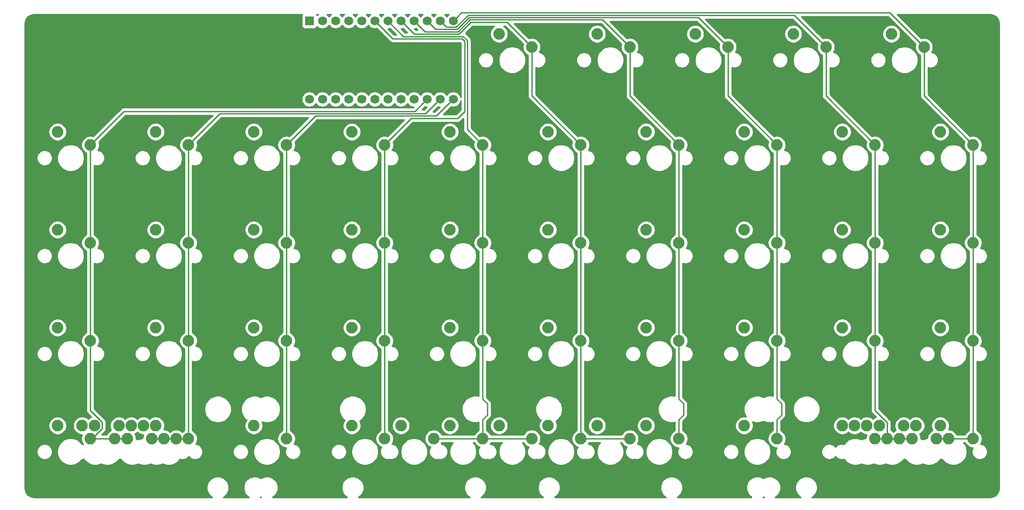
<source format=gbl>
G04 #@! TF.GenerationSoftware,KiCad,Pcbnew,(5.1.4)-1*
G04 #@! TF.CreationDate,2021-09-06T13:18:33-10:00*
G04 #@! TF.ProjectId,oya45,6f796134-352e-46b6-9963-61645f706362,rev?*
G04 #@! TF.SameCoordinates,Original*
G04 #@! TF.FileFunction,Copper,L2,Bot*
G04 #@! TF.FilePolarity,Positive*
%FSLAX46Y46*%
G04 Gerber Fmt 4.6, Leading zero omitted, Abs format (unit mm)*
G04 Created by KiCad (PCBNEW (5.1.4)-1) date 2021-09-06 13:18:33*
%MOMM*%
%LPD*%
G04 APERTURE LIST*
%ADD10C,2.250000*%
%ADD11R,1.752600X1.752600*%
%ADD12C,1.752600*%
%ADD13C,0.254000*%
G04 APERTURE END LIST*
D10*
X214153750Y-109220000D03*
X220503750Y-111760000D03*
X209391250Y-109220000D03*
X215741250Y-111760000D03*
X75247500Y-111760000D03*
X68897500Y-109220000D03*
X221297500Y-109220000D03*
X227647500Y-111760000D03*
X218916250Y-109220000D03*
X225266250Y-111760000D03*
X218122500Y-111760000D03*
X211772500Y-109220000D03*
X65722500Y-111760000D03*
X59372500Y-109220000D03*
X66516250Y-109220000D03*
X72866250Y-111760000D03*
X68103750Y-111760000D03*
X61753750Y-109220000D03*
X77628750Y-111760000D03*
X71278750Y-109220000D03*
X232410000Y-92710000D03*
X226060000Y-90170000D03*
X232410000Y-54610000D03*
X226060000Y-52070000D03*
X99060000Y-111760000D03*
X92710000Y-109220000D03*
X175260000Y-111760000D03*
X168910000Y-109220000D03*
X146685000Y-35560000D03*
X140335000Y-33020000D03*
X203835000Y-35560000D03*
X197485000Y-33020000D03*
X222885000Y-35560000D03*
X216535000Y-33020000D03*
D11*
X103505000Y-30480000D03*
D12*
X106045000Y-30480000D03*
X108585000Y-30480000D03*
X111125000Y-30480000D03*
X113665000Y-30480000D03*
X116205000Y-30480000D03*
X118745000Y-30480000D03*
X121285000Y-30480000D03*
X123825000Y-30480000D03*
X126365000Y-30480000D03*
X128905000Y-30480000D03*
X131445000Y-45720000D03*
X128905000Y-45720000D03*
X126365000Y-45720000D03*
X123825000Y-45720000D03*
X121285000Y-45720000D03*
X118745000Y-45720000D03*
X116205000Y-45720000D03*
X113665000Y-45720000D03*
X111125000Y-45720000D03*
X108585000Y-45720000D03*
X106045000Y-45720000D03*
X131445000Y-30480000D03*
X103505000Y-45720000D03*
D10*
X165735000Y-111760000D03*
X159385000Y-109220000D03*
X127635000Y-111760000D03*
X121285000Y-109220000D03*
X140335000Y-109220000D03*
X146685000Y-111760000D03*
X184785000Y-35560000D03*
X178435000Y-33020000D03*
X165735000Y-35560000D03*
X159385000Y-33020000D03*
X232410000Y-111760000D03*
X226060000Y-109220000D03*
X207010000Y-109220000D03*
X213360000Y-111760000D03*
X194310000Y-111760000D03*
X187960000Y-109220000D03*
X156210000Y-111760000D03*
X149860000Y-109220000D03*
X137160000Y-111760000D03*
X130810000Y-109220000D03*
X118110000Y-111760000D03*
X111760000Y-109220000D03*
X73660000Y-109220000D03*
X80010000Y-111760000D03*
X54610000Y-109220000D03*
X60960000Y-111760000D03*
X213360000Y-92710000D03*
X207010000Y-90170000D03*
X194310000Y-92710000D03*
X187960000Y-90170000D03*
X175260000Y-92710000D03*
X168910000Y-90170000D03*
X156210000Y-92710000D03*
X149860000Y-90170000D03*
X137160000Y-92710000D03*
X130810000Y-90170000D03*
X118110000Y-92710000D03*
X111760000Y-90170000D03*
X99060000Y-92710000D03*
X92710000Y-90170000D03*
X80010000Y-92710000D03*
X73660000Y-90170000D03*
X60960000Y-92710000D03*
X54610000Y-90170000D03*
X232410000Y-73660000D03*
X226060000Y-71120000D03*
X213360000Y-73660000D03*
X207010000Y-71120000D03*
X194310000Y-73660000D03*
X187960000Y-71120000D03*
X175260000Y-73660000D03*
X168910000Y-71120000D03*
X149860000Y-71120000D03*
X156210000Y-73660000D03*
X137160000Y-73660000D03*
X130810000Y-71120000D03*
X118110000Y-73660000D03*
X111760000Y-71120000D03*
X99060000Y-73660000D03*
X92710000Y-71120000D03*
X80010000Y-73660000D03*
X73660000Y-71120000D03*
X60960000Y-73660000D03*
X54610000Y-71120000D03*
X213360000Y-54610000D03*
X207010000Y-52070000D03*
X194310000Y-54610000D03*
X187960000Y-52070000D03*
X175260000Y-54610000D03*
X168910000Y-52070000D03*
X156210000Y-54610000D03*
X149860000Y-52070000D03*
X137160000Y-54610000D03*
X130810000Y-52070000D03*
X118110000Y-54610000D03*
X111760000Y-52070000D03*
X99060000Y-54610000D03*
X92710000Y-52070000D03*
X80010000Y-54610000D03*
X73660000Y-52070000D03*
X60960000Y-54610000D03*
X54610000Y-52070000D03*
D13*
X60960000Y-54610000D02*
X60960000Y-92710000D01*
X125488701Y-46596299D02*
X126365000Y-45720000D01*
X124005990Y-48079010D02*
X125488701Y-46596299D01*
X67490990Y-48079010D02*
X124005990Y-48079010D01*
X60960000Y-54610000D02*
X67490990Y-48079010D01*
X60960000Y-92710000D02*
X60960000Y-106277288D01*
X60960000Y-106277288D02*
X63205751Y-108523039D01*
X63205751Y-108523039D02*
X63205751Y-109831749D01*
X62550990Y-111760000D02*
X68103750Y-111760000D01*
X60960000Y-111760000D02*
X62550990Y-111760000D01*
X61277500Y-111760000D02*
X60960000Y-111760000D01*
X63205751Y-109831749D02*
X61277500Y-111760000D01*
X80010000Y-54610000D02*
X80010000Y-111760000D01*
X128028701Y-46596299D02*
X128905000Y-45720000D01*
X126091980Y-48533020D02*
X128028701Y-46596299D01*
X86086980Y-48533020D02*
X126091980Y-48533020D01*
X80010000Y-54610000D02*
X86086980Y-48533020D01*
X80010000Y-111760000D02*
X72866250Y-111760000D01*
X99060000Y-54610000D02*
X99060000Y-111760000D01*
X130568701Y-46596299D02*
X131445000Y-45720000D01*
X128177970Y-48987030D02*
X130568701Y-46596299D01*
X104682970Y-48987030D02*
X128177970Y-48987030D01*
X99060000Y-54610000D02*
X104682970Y-48987030D01*
X118110000Y-54610000D02*
X118110000Y-111760000D01*
X119678351Y-33953351D02*
X116205000Y-30480000D01*
X118110000Y-54610000D02*
X123278960Y-49441040D01*
X123278960Y-49441040D02*
X132327710Y-49441040D01*
X132327710Y-49441040D02*
X133689740Y-48079010D01*
X133689740Y-48079010D02*
X133689740Y-34470990D01*
X133689740Y-34470990D02*
X133172101Y-33953351D01*
X133172101Y-33953351D02*
X119678351Y-33953351D01*
X121764341Y-33499341D02*
X118745000Y-30480000D01*
X133360158Y-33499341D02*
X121764341Y-33499341D01*
X134143750Y-34282933D02*
X133360158Y-33499341D01*
X134143750Y-51593750D02*
X134143750Y-34282933D01*
X137160000Y-54610000D02*
X134143750Y-51593750D01*
X146685000Y-111760000D02*
X127635000Y-111760000D01*
X137160000Y-108051184D02*
X137160000Y-111760000D01*
X138052151Y-107159033D02*
X137160000Y-108051184D01*
X138052151Y-104930967D02*
X138052151Y-107159033D01*
X137160000Y-104038816D02*
X138052151Y-104930967D01*
X137160000Y-54610000D02*
X137160000Y-104038816D01*
X156210000Y-54610000D02*
X156210000Y-111760000D01*
X146685000Y-45085000D02*
X146685000Y-35560000D01*
X156210000Y-54610000D02*
X146685000Y-45085000D01*
X122161299Y-31356299D02*
X121285000Y-30480000D01*
X123850331Y-33045331D02*
X122161299Y-31356299D01*
X132586756Y-33045331D02*
X123850331Y-33045331D01*
X134901306Y-30730780D02*
X132586756Y-33045331D01*
X146685000Y-35560000D02*
X141855780Y-30730780D01*
X141855780Y-30730780D02*
X134901306Y-30730780D01*
X157800990Y-111760000D02*
X165735000Y-111760000D01*
X156210000Y-111760000D02*
X157800990Y-111760000D01*
X175260000Y-54610000D02*
X175260000Y-104038816D01*
X165735000Y-45085000D02*
X165735000Y-35560000D01*
X175260000Y-54610000D02*
X165735000Y-45085000D01*
X176152151Y-104930967D02*
X176152151Y-107159033D01*
X175260000Y-104038816D02*
X176152151Y-104930967D01*
X175260000Y-108051184D02*
X175260000Y-111760000D01*
X176152151Y-107159033D02*
X175260000Y-108051184D01*
X124701299Y-31356299D02*
X123825000Y-30480000D01*
X125936321Y-32591321D02*
X124701299Y-31356299D01*
X132398699Y-32591321D02*
X125936321Y-32591321D01*
X134713249Y-30276770D02*
X132398699Y-32591321D01*
X165735000Y-35560000D02*
X160451770Y-30276770D01*
X160451770Y-30276770D02*
X134713249Y-30276770D01*
X184785000Y-45085000D02*
X184785000Y-35560000D01*
X194310000Y-54610000D02*
X184785000Y-45085000D01*
X127241299Y-31356299D02*
X126365000Y-30480000D01*
X128022311Y-32137311D02*
X127241299Y-31356299D01*
X132210642Y-32137311D02*
X128022311Y-32137311D01*
X134525192Y-29822760D02*
X132210642Y-32137311D01*
X184785000Y-35560000D02*
X179047760Y-29822760D01*
X179047760Y-29822760D02*
X134525192Y-29822760D01*
X194310000Y-104045166D02*
X195195801Y-104930967D01*
X194310000Y-54610000D02*
X194310000Y-104045166D01*
X195195801Y-104930967D02*
X195195801Y-107159033D01*
X194310000Y-108044834D02*
X194310000Y-111760000D01*
X195195801Y-107159033D02*
X194310000Y-108044834D01*
X203835000Y-45085000D02*
X203835000Y-35560000D01*
X213360000Y-54610000D02*
X203835000Y-45085000D01*
X129781299Y-31356299D02*
X128905000Y-30480000D01*
X130108301Y-31683301D02*
X129781299Y-31356299D01*
X132022585Y-31683301D02*
X130108301Y-31683301D01*
X134337136Y-29368750D02*
X132022585Y-31683301D01*
X197643750Y-29368750D02*
X134337136Y-29368750D01*
X203835000Y-35560000D02*
X197643750Y-29368750D01*
X220503750Y-111760000D02*
X213360000Y-111760000D01*
X213360000Y-54610000D02*
X213360000Y-106277288D01*
X215741250Y-108658538D02*
X215741250Y-111760000D01*
X213360000Y-106277288D02*
X215741250Y-108658538D01*
X232410000Y-54610000D02*
X232410000Y-111760000D01*
X222885000Y-45085000D02*
X222885000Y-35560000D01*
X232410000Y-54610000D02*
X222885000Y-45085000D01*
X222885000Y-35560000D02*
X216239740Y-28914740D01*
X132321299Y-29603701D02*
X131445000Y-30480000D01*
X133010260Y-28914740D02*
X132321299Y-29603701D01*
X216239740Y-28914740D02*
X133010260Y-28914740D01*
X232410000Y-111760000D02*
X225266250Y-111760000D01*
G36*
X191802422Y-123165000D02*
G01*
X191572478Y-123165000D01*
X191687450Y-123088178D01*
X191802422Y-123165000D01*
X191802422Y-123165000D01*
G37*
X191802422Y-123165000D02*
X191572478Y-123165000D01*
X191687450Y-123088178D01*
X191802422Y-123165000D01*
G36*
X102098163Y-29249206D02*
G01*
X102039198Y-29359520D01*
X102002888Y-29479218D01*
X101990628Y-29603700D01*
X101990628Y-31356300D01*
X102002888Y-31480782D01*
X102039198Y-31600480D01*
X102098163Y-31710794D01*
X102177515Y-31807485D01*
X102274206Y-31886837D01*
X102384520Y-31945802D01*
X102504218Y-31982112D01*
X102628700Y-31994372D01*
X104381300Y-31994372D01*
X104505782Y-31982112D01*
X104625480Y-31945802D01*
X104735794Y-31886837D01*
X104832485Y-31807485D01*
X104911837Y-31710794D01*
X104970802Y-31600480D01*
X104984156Y-31556458D01*
X105081602Y-31653904D01*
X105329131Y-31819297D01*
X105604170Y-31933222D01*
X105896150Y-31991300D01*
X106193850Y-31991300D01*
X106485830Y-31933222D01*
X106760869Y-31819297D01*
X107008398Y-31653904D01*
X107218904Y-31443398D01*
X107315000Y-31299580D01*
X107411096Y-31443398D01*
X107621602Y-31653904D01*
X107869131Y-31819297D01*
X108144170Y-31933222D01*
X108436150Y-31991300D01*
X108733850Y-31991300D01*
X109025830Y-31933222D01*
X109300869Y-31819297D01*
X109548398Y-31653904D01*
X109758904Y-31443398D01*
X109855000Y-31299580D01*
X109951096Y-31443398D01*
X110161602Y-31653904D01*
X110409131Y-31819297D01*
X110684170Y-31933222D01*
X110976150Y-31991300D01*
X111273850Y-31991300D01*
X111565830Y-31933222D01*
X111840869Y-31819297D01*
X112088398Y-31653904D01*
X112298904Y-31443398D01*
X112395000Y-31299580D01*
X112491096Y-31443398D01*
X112701602Y-31653904D01*
X112949131Y-31819297D01*
X113224170Y-31933222D01*
X113516150Y-31991300D01*
X113813850Y-31991300D01*
X114105830Y-31933222D01*
X114380869Y-31819297D01*
X114628398Y-31653904D01*
X114838904Y-31443398D01*
X114935000Y-31299580D01*
X115031096Y-31443398D01*
X115241602Y-31653904D01*
X115489131Y-31819297D01*
X115764170Y-31933222D01*
X116056150Y-31991300D01*
X116353850Y-31991300D01*
X116591415Y-31944046D01*
X119113071Y-34465702D01*
X119136929Y-34494773D01*
X119252959Y-34589996D01*
X119385336Y-34660753D01*
X119528973Y-34704325D01*
X119640925Y-34715351D01*
X119640927Y-34715351D01*
X119678350Y-34719037D01*
X119715773Y-34715351D01*
X132856471Y-34715351D01*
X132927741Y-34786622D01*
X132927740Y-45427569D01*
X132898222Y-45279170D01*
X132784297Y-45004131D01*
X132618904Y-44756602D01*
X132408398Y-44546096D01*
X132160869Y-44380703D01*
X131885830Y-44266778D01*
X131593850Y-44208700D01*
X131296150Y-44208700D01*
X131004170Y-44266778D01*
X130729131Y-44380703D01*
X130481602Y-44546096D01*
X130271096Y-44756602D01*
X130175000Y-44900420D01*
X130078904Y-44756602D01*
X129868398Y-44546096D01*
X129620869Y-44380703D01*
X129345830Y-44266778D01*
X129053850Y-44208700D01*
X128756150Y-44208700D01*
X128464170Y-44266778D01*
X128189131Y-44380703D01*
X127941602Y-44546096D01*
X127731096Y-44756602D01*
X127635000Y-44900420D01*
X127538904Y-44756602D01*
X127328398Y-44546096D01*
X127080869Y-44380703D01*
X126805830Y-44266778D01*
X126513850Y-44208700D01*
X126216150Y-44208700D01*
X125924170Y-44266778D01*
X125649131Y-44380703D01*
X125401602Y-44546096D01*
X125191096Y-44756602D01*
X125095000Y-44900420D01*
X124998904Y-44756602D01*
X124788398Y-44546096D01*
X124540869Y-44380703D01*
X124265830Y-44266778D01*
X123973850Y-44208700D01*
X123676150Y-44208700D01*
X123384170Y-44266778D01*
X123109131Y-44380703D01*
X122861602Y-44546096D01*
X122651096Y-44756602D01*
X122555000Y-44900420D01*
X122458904Y-44756602D01*
X122248398Y-44546096D01*
X122000869Y-44380703D01*
X121725830Y-44266778D01*
X121433850Y-44208700D01*
X121136150Y-44208700D01*
X120844170Y-44266778D01*
X120569131Y-44380703D01*
X120321602Y-44546096D01*
X120111096Y-44756602D01*
X120015000Y-44900420D01*
X119918904Y-44756602D01*
X119708398Y-44546096D01*
X119460869Y-44380703D01*
X119185830Y-44266778D01*
X118893850Y-44208700D01*
X118596150Y-44208700D01*
X118304170Y-44266778D01*
X118029131Y-44380703D01*
X117781602Y-44546096D01*
X117571096Y-44756602D01*
X117475000Y-44900420D01*
X117378904Y-44756602D01*
X117168398Y-44546096D01*
X116920869Y-44380703D01*
X116645830Y-44266778D01*
X116353850Y-44208700D01*
X116056150Y-44208700D01*
X115764170Y-44266778D01*
X115489131Y-44380703D01*
X115241602Y-44546096D01*
X115031096Y-44756602D01*
X114935000Y-44900420D01*
X114838904Y-44756602D01*
X114628398Y-44546096D01*
X114380869Y-44380703D01*
X114105830Y-44266778D01*
X113813850Y-44208700D01*
X113516150Y-44208700D01*
X113224170Y-44266778D01*
X112949131Y-44380703D01*
X112701602Y-44546096D01*
X112491096Y-44756602D01*
X112395000Y-44900420D01*
X112298904Y-44756602D01*
X112088398Y-44546096D01*
X111840869Y-44380703D01*
X111565830Y-44266778D01*
X111273850Y-44208700D01*
X110976150Y-44208700D01*
X110684170Y-44266778D01*
X110409131Y-44380703D01*
X110161602Y-44546096D01*
X109951096Y-44756602D01*
X109855000Y-44900420D01*
X109758904Y-44756602D01*
X109548398Y-44546096D01*
X109300869Y-44380703D01*
X109025830Y-44266778D01*
X108733850Y-44208700D01*
X108436150Y-44208700D01*
X108144170Y-44266778D01*
X107869131Y-44380703D01*
X107621602Y-44546096D01*
X107411096Y-44756602D01*
X107315000Y-44900420D01*
X107218904Y-44756602D01*
X107008398Y-44546096D01*
X106760869Y-44380703D01*
X106485830Y-44266778D01*
X106193850Y-44208700D01*
X105896150Y-44208700D01*
X105604170Y-44266778D01*
X105329131Y-44380703D01*
X105081602Y-44546096D01*
X104871096Y-44756602D01*
X104775000Y-44900420D01*
X104678904Y-44756602D01*
X104468398Y-44546096D01*
X104220869Y-44380703D01*
X103945830Y-44266778D01*
X103653850Y-44208700D01*
X103356150Y-44208700D01*
X103064170Y-44266778D01*
X102789131Y-44380703D01*
X102541602Y-44546096D01*
X102331096Y-44756602D01*
X102165703Y-45004131D01*
X102051778Y-45279170D01*
X101993700Y-45571150D01*
X101993700Y-45868850D01*
X102051778Y-46160830D01*
X102165703Y-46435869D01*
X102331096Y-46683398D01*
X102541602Y-46893904D01*
X102789131Y-47059297D01*
X103064170Y-47173222D01*
X103356150Y-47231300D01*
X103653850Y-47231300D01*
X103945830Y-47173222D01*
X104220869Y-47059297D01*
X104468398Y-46893904D01*
X104678904Y-46683398D01*
X104775000Y-46539580D01*
X104871096Y-46683398D01*
X105081602Y-46893904D01*
X105329131Y-47059297D01*
X105604170Y-47173222D01*
X105896150Y-47231300D01*
X106193850Y-47231300D01*
X106485830Y-47173222D01*
X106760869Y-47059297D01*
X107008398Y-46893904D01*
X107218904Y-46683398D01*
X107315000Y-46539580D01*
X107411096Y-46683398D01*
X107621602Y-46893904D01*
X107869131Y-47059297D01*
X108144170Y-47173222D01*
X108436150Y-47231300D01*
X108733850Y-47231300D01*
X109025830Y-47173222D01*
X109300869Y-47059297D01*
X109548398Y-46893904D01*
X109758904Y-46683398D01*
X109855000Y-46539580D01*
X109951096Y-46683398D01*
X110161602Y-46893904D01*
X110409131Y-47059297D01*
X110684170Y-47173222D01*
X110976150Y-47231300D01*
X111273850Y-47231300D01*
X111565830Y-47173222D01*
X111840869Y-47059297D01*
X112088398Y-46893904D01*
X112298904Y-46683398D01*
X112395000Y-46539580D01*
X112491096Y-46683398D01*
X112701602Y-46893904D01*
X112949131Y-47059297D01*
X113224170Y-47173222D01*
X113516150Y-47231300D01*
X113813850Y-47231300D01*
X114105830Y-47173222D01*
X114380869Y-47059297D01*
X114628398Y-46893904D01*
X114838904Y-46683398D01*
X114935000Y-46539580D01*
X115031096Y-46683398D01*
X115241602Y-46893904D01*
X115489131Y-47059297D01*
X115764170Y-47173222D01*
X116056150Y-47231300D01*
X116353850Y-47231300D01*
X116645830Y-47173222D01*
X116920869Y-47059297D01*
X117168398Y-46893904D01*
X117378904Y-46683398D01*
X117475000Y-46539580D01*
X117571096Y-46683398D01*
X117781602Y-46893904D01*
X118029131Y-47059297D01*
X118304170Y-47173222D01*
X118596150Y-47231300D01*
X118893850Y-47231300D01*
X119185830Y-47173222D01*
X119460869Y-47059297D01*
X119708398Y-46893904D01*
X119918904Y-46683398D01*
X120015000Y-46539580D01*
X120111096Y-46683398D01*
X120321602Y-46893904D01*
X120569131Y-47059297D01*
X120844170Y-47173222D01*
X121136150Y-47231300D01*
X121433850Y-47231300D01*
X121725830Y-47173222D01*
X122000869Y-47059297D01*
X122248398Y-46893904D01*
X122458904Y-46683398D01*
X122555000Y-46539580D01*
X122651096Y-46683398D01*
X122861602Y-46893904D01*
X123109131Y-47059297D01*
X123384170Y-47173222D01*
X123676150Y-47231300D01*
X123776070Y-47231300D01*
X123690360Y-47317010D01*
X67528413Y-47317010D01*
X67490990Y-47313324D01*
X67453567Y-47317010D01*
X67453564Y-47317010D01*
X67341612Y-47328036D01*
X67197975Y-47371608D01*
X67136354Y-47404545D01*
X67065597Y-47442365D01*
X67023209Y-47477153D01*
X66949568Y-47537588D01*
X66925706Y-47566664D01*
X61545046Y-52947324D01*
X61473373Y-52917636D01*
X61133345Y-52850000D01*
X60786655Y-52850000D01*
X60446627Y-52917636D01*
X60126327Y-53050308D01*
X59838065Y-53242919D01*
X59592919Y-53488065D01*
X59400308Y-53776327D01*
X59267636Y-54096627D01*
X59200000Y-54436655D01*
X59200000Y-54783345D01*
X59267636Y-55123373D01*
X59400308Y-55443673D01*
X59592919Y-55731935D01*
X59838065Y-55977081D01*
X60126327Y-56169692D01*
X60198000Y-56199380D01*
X60198000Y-72070620D01*
X60126327Y-72100308D01*
X59838065Y-72292919D01*
X59592919Y-72538065D01*
X59400308Y-72826327D01*
X59267636Y-73146627D01*
X59200000Y-73486655D01*
X59200000Y-73833345D01*
X59267636Y-74173373D01*
X59400308Y-74493673D01*
X59592919Y-74781935D01*
X59838065Y-75027081D01*
X60126327Y-75219692D01*
X60198001Y-75249380D01*
X60198001Y-91120620D01*
X60126327Y-91150308D01*
X59838065Y-91342919D01*
X59592919Y-91588065D01*
X59400308Y-91876327D01*
X59267636Y-92196627D01*
X59200000Y-92536655D01*
X59200000Y-92883345D01*
X59267636Y-93223373D01*
X59400308Y-93543673D01*
X59592919Y-93831935D01*
X59838065Y-94077081D01*
X60126327Y-94269692D01*
X60198000Y-94299380D01*
X60198001Y-106239855D01*
X60194314Y-106277288D01*
X60209027Y-106426666D01*
X60252599Y-106570303D01*
X60323355Y-106702680D01*
X60394721Y-106789639D01*
X60418579Y-106818710D01*
X60447649Y-106842567D01*
X61164250Y-107559168D01*
X60920077Y-107660308D01*
X60631815Y-107852919D01*
X60563125Y-107921609D01*
X60494435Y-107852919D01*
X60206173Y-107660308D01*
X59885873Y-107527636D01*
X59545845Y-107460000D01*
X59199155Y-107460000D01*
X58859127Y-107527636D01*
X58538827Y-107660308D01*
X58250565Y-107852919D01*
X58005419Y-108098065D01*
X57812808Y-108386327D01*
X57680136Y-108706627D01*
X57612500Y-109046655D01*
X57612500Y-109393345D01*
X57680136Y-109733373D01*
X57812808Y-110053673D01*
X58005419Y-110341935D01*
X58250565Y-110587081D01*
X58538827Y-110779692D01*
X58859127Y-110912364D01*
X59199155Y-110980000D01*
X59378076Y-110980000D01*
X59267636Y-111246627D01*
X59200000Y-111586655D01*
X59200000Y-111933345D01*
X59267636Y-112273373D01*
X59400308Y-112593673D01*
X59557397Y-112828773D01*
X59362472Y-112790000D01*
X59302801Y-112790000D01*
X59192000Y-112624174D01*
X58825826Y-112258000D01*
X58395251Y-111970299D01*
X57916822Y-111772127D01*
X57408924Y-111671100D01*
X56891076Y-111671100D01*
X56383178Y-111772127D01*
X55904749Y-111970299D01*
X55474174Y-112258000D01*
X55108000Y-112624174D01*
X54820299Y-113054749D01*
X54622127Y-113533178D01*
X54521100Y-114041076D01*
X54521100Y-114558924D01*
X54622127Y-115066822D01*
X54820299Y-115545251D01*
X55108000Y-115975826D01*
X55474174Y-116342000D01*
X55904749Y-116629701D01*
X56383178Y-116827873D01*
X56891076Y-116928900D01*
X57408924Y-116928900D01*
X57916822Y-116827873D01*
X58395251Y-116629701D01*
X58825826Y-116342000D01*
X59192000Y-115975826D01*
X59302801Y-115810000D01*
X59362472Y-115810000D01*
X59654201Y-115751971D01*
X59706461Y-115730324D01*
X59870500Y-115975826D01*
X60236674Y-116342000D01*
X60667249Y-116629701D01*
X61145678Y-116827873D01*
X61653576Y-116928900D01*
X62171424Y-116928900D01*
X62679322Y-116827873D01*
X63103125Y-116652328D01*
X63526928Y-116827873D01*
X64034826Y-116928900D01*
X64552674Y-116928900D01*
X65060572Y-116827873D01*
X65539001Y-116629701D01*
X65969576Y-116342000D01*
X66335750Y-115975826D01*
X66446551Y-115810000D01*
X66506222Y-115810000D01*
X66675000Y-115776428D01*
X66843778Y-115810000D01*
X66903449Y-115810000D01*
X67014250Y-115975826D01*
X67380424Y-116342000D01*
X67810999Y-116629701D01*
X68289428Y-116827873D01*
X68797326Y-116928900D01*
X69315174Y-116928900D01*
X69823072Y-116827873D01*
X70246875Y-116652328D01*
X70670678Y-116827873D01*
X71178576Y-116928900D01*
X71696424Y-116928900D01*
X72204322Y-116827873D01*
X72628125Y-116652328D01*
X73051928Y-116827873D01*
X73559826Y-116928900D01*
X74077674Y-116928900D01*
X74585572Y-116827873D01*
X75009375Y-116652328D01*
X75433178Y-116827873D01*
X75941076Y-116928900D01*
X76458924Y-116928900D01*
X76966822Y-116827873D01*
X77445251Y-116629701D01*
X77875826Y-116342000D01*
X78242000Y-115975826D01*
X78406039Y-115730324D01*
X78458299Y-115751971D01*
X78750028Y-115810000D01*
X79047472Y-115810000D01*
X79339201Y-115751971D01*
X79614003Y-115638144D01*
X79861319Y-115472893D01*
X80071643Y-115262569D01*
X80089375Y-115236031D01*
X80107107Y-115262569D01*
X80317431Y-115472893D01*
X80564747Y-115638144D01*
X80839549Y-115751971D01*
X81131278Y-115810000D01*
X81428722Y-115810000D01*
X81720451Y-115751971D01*
X81995253Y-115638144D01*
X82242569Y-115472893D01*
X82452893Y-115262569D01*
X82618144Y-115015253D01*
X82731971Y-114740451D01*
X82790000Y-114448722D01*
X82790000Y-114151278D01*
X88660000Y-114151278D01*
X88660000Y-114448722D01*
X88718029Y-114740451D01*
X88831856Y-115015253D01*
X88997107Y-115262569D01*
X89207431Y-115472893D01*
X89454747Y-115638144D01*
X89729549Y-115751971D01*
X90021278Y-115810000D01*
X90318722Y-115810000D01*
X90610451Y-115751971D01*
X90885253Y-115638144D01*
X91132569Y-115472893D01*
X91342893Y-115262569D01*
X91508144Y-115015253D01*
X91621971Y-114740451D01*
X91680000Y-114448722D01*
X91680000Y-114151278D01*
X91658080Y-114041076D01*
X92621100Y-114041076D01*
X92621100Y-114558924D01*
X92722127Y-115066822D01*
X92920299Y-115545251D01*
X93208000Y-115975826D01*
X93574174Y-116342000D01*
X94004749Y-116629701D01*
X94483178Y-116827873D01*
X94991076Y-116928900D01*
X95508924Y-116928900D01*
X96016822Y-116827873D01*
X96495251Y-116629701D01*
X96925826Y-116342000D01*
X97292000Y-115975826D01*
X97579701Y-115545251D01*
X97777873Y-115066822D01*
X97878900Y-114558924D01*
X97878900Y-114041076D01*
X97777873Y-113533178D01*
X97579701Y-113054749D01*
X97292000Y-112624174D01*
X96925826Y-112258000D01*
X96495251Y-111970299D01*
X96016822Y-111772127D01*
X95508924Y-111671100D01*
X94991076Y-111671100D01*
X94483178Y-111772127D01*
X94004749Y-111970299D01*
X93574174Y-112258000D01*
X93208000Y-112624174D01*
X92920299Y-113054749D01*
X92722127Y-113533178D01*
X92621100Y-114041076D01*
X91658080Y-114041076D01*
X91621971Y-113859549D01*
X91508144Y-113584747D01*
X91342893Y-113337431D01*
X91132569Y-113127107D01*
X90885253Y-112961856D01*
X90610451Y-112848029D01*
X90318722Y-112790000D01*
X90021278Y-112790000D01*
X89729549Y-112848029D01*
X89454747Y-112961856D01*
X89207431Y-113127107D01*
X88997107Y-113337431D01*
X88831856Y-113584747D01*
X88718029Y-113859549D01*
X88660000Y-114151278D01*
X82790000Y-114151278D01*
X82731971Y-113859549D01*
X82618144Y-113584747D01*
X82452893Y-113337431D01*
X82242569Y-113127107D01*
X81995253Y-112961856D01*
X81720451Y-112848029D01*
X81437362Y-112791719D01*
X81569692Y-112593673D01*
X81702364Y-112273373D01*
X81770000Y-111933345D01*
X81770000Y-111586655D01*
X81702364Y-111246627D01*
X81569692Y-110926327D01*
X81377081Y-110638065D01*
X81131935Y-110392919D01*
X80843673Y-110200308D01*
X80772000Y-110170620D01*
X80772000Y-105786076D01*
X83096100Y-105786076D01*
X83096100Y-106303924D01*
X83197127Y-106811822D01*
X83395299Y-107290251D01*
X83683000Y-107720826D01*
X84049174Y-108087000D01*
X84479749Y-108374701D01*
X84958178Y-108572873D01*
X85466076Y-108673900D01*
X85983924Y-108673900D01*
X86491822Y-108572873D01*
X86970251Y-108374701D01*
X87400826Y-108087000D01*
X87767000Y-107720826D01*
X88054701Y-107290251D01*
X88252873Y-106811822D01*
X88353900Y-106303924D01*
X88353900Y-105786076D01*
X90246200Y-105786076D01*
X90246200Y-106303924D01*
X90347227Y-106811822D01*
X90545399Y-107290251D01*
X90833100Y-107720826D01*
X91199274Y-108087000D01*
X91303693Y-108156771D01*
X91150308Y-108386327D01*
X91017636Y-108706627D01*
X90950000Y-109046655D01*
X90950000Y-109393345D01*
X91017636Y-109733373D01*
X91150308Y-110053673D01*
X91342919Y-110341935D01*
X91588065Y-110587081D01*
X91876327Y-110779692D01*
X92196627Y-110912364D01*
X92536655Y-110980000D01*
X92883345Y-110980000D01*
X93223373Y-110912364D01*
X93543673Y-110779692D01*
X93831935Y-110587081D01*
X94077081Y-110341935D01*
X94269692Y-110053673D01*
X94402364Y-109733373D01*
X94470000Y-109393345D01*
X94470000Y-109046655D01*
X94402364Y-108706627D01*
X94318750Y-108504765D01*
X94483178Y-108572873D01*
X94991076Y-108673900D01*
X95508924Y-108673900D01*
X96016822Y-108572873D01*
X96495251Y-108374701D01*
X96925826Y-108087000D01*
X97292000Y-107720826D01*
X97579701Y-107290251D01*
X97777873Y-106811822D01*
X97878900Y-106303924D01*
X97878900Y-105786076D01*
X97777873Y-105278178D01*
X97579701Y-104799749D01*
X97292000Y-104369174D01*
X96925826Y-104003000D01*
X96495251Y-103715299D01*
X96016822Y-103517127D01*
X95508924Y-103416100D01*
X94991076Y-103416100D01*
X94483178Y-103517127D01*
X94062550Y-103691357D01*
X93641922Y-103517127D01*
X93134024Y-103416100D01*
X92616176Y-103416100D01*
X92108278Y-103517127D01*
X91629849Y-103715299D01*
X91199274Y-104003000D01*
X90833100Y-104369174D01*
X90545399Y-104799749D01*
X90347227Y-105278178D01*
X90246200Y-105786076D01*
X88353900Y-105786076D01*
X88252873Y-105278178D01*
X88054701Y-104799749D01*
X87767000Y-104369174D01*
X87400826Y-104003000D01*
X86970251Y-103715299D01*
X86491822Y-103517127D01*
X85983924Y-103416100D01*
X85466076Y-103416100D01*
X84958178Y-103517127D01*
X84479749Y-103715299D01*
X84049174Y-104003000D01*
X83683000Y-104369174D01*
X83395299Y-104799749D01*
X83197127Y-105278178D01*
X83096100Y-105786076D01*
X80772000Y-105786076D01*
X80772000Y-96673991D01*
X80839549Y-96701971D01*
X81131278Y-96760000D01*
X81428722Y-96760000D01*
X81720451Y-96701971D01*
X81995253Y-96588144D01*
X82242569Y-96422893D01*
X82452893Y-96212569D01*
X82618144Y-95965253D01*
X82731971Y-95690451D01*
X82790000Y-95398722D01*
X82790000Y-95101278D01*
X88660000Y-95101278D01*
X88660000Y-95398722D01*
X88718029Y-95690451D01*
X88831856Y-95965253D01*
X88997107Y-96212569D01*
X89207431Y-96422893D01*
X89454747Y-96588144D01*
X89729549Y-96701971D01*
X90021278Y-96760000D01*
X90318722Y-96760000D01*
X90610451Y-96701971D01*
X90885253Y-96588144D01*
X91132569Y-96422893D01*
X91342893Y-96212569D01*
X91508144Y-95965253D01*
X91621971Y-95690451D01*
X91680000Y-95398722D01*
X91680000Y-95101278D01*
X91658080Y-94991076D01*
X92621100Y-94991076D01*
X92621100Y-95508924D01*
X92722127Y-96016822D01*
X92920299Y-96495251D01*
X93208000Y-96925826D01*
X93574174Y-97292000D01*
X94004749Y-97579701D01*
X94483178Y-97777873D01*
X94991076Y-97878900D01*
X95508924Y-97878900D01*
X96016822Y-97777873D01*
X96495251Y-97579701D01*
X96925826Y-97292000D01*
X97292000Y-96925826D01*
X97579701Y-96495251D01*
X97777873Y-96016822D01*
X97878900Y-95508924D01*
X97878900Y-94991076D01*
X97777873Y-94483178D01*
X97579701Y-94004749D01*
X97292000Y-93574174D01*
X96925826Y-93208000D01*
X96495251Y-92920299D01*
X96016822Y-92722127D01*
X95508924Y-92621100D01*
X94991076Y-92621100D01*
X94483178Y-92722127D01*
X94004749Y-92920299D01*
X93574174Y-93208000D01*
X93208000Y-93574174D01*
X92920299Y-94004749D01*
X92722127Y-94483178D01*
X92621100Y-94991076D01*
X91658080Y-94991076D01*
X91621971Y-94809549D01*
X91508144Y-94534747D01*
X91342893Y-94287431D01*
X91132569Y-94077107D01*
X90885253Y-93911856D01*
X90610451Y-93798029D01*
X90318722Y-93740000D01*
X90021278Y-93740000D01*
X89729549Y-93798029D01*
X89454747Y-93911856D01*
X89207431Y-94077107D01*
X88997107Y-94287431D01*
X88831856Y-94534747D01*
X88718029Y-94809549D01*
X88660000Y-95101278D01*
X82790000Y-95101278D01*
X82731971Y-94809549D01*
X82618144Y-94534747D01*
X82452893Y-94287431D01*
X82242569Y-94077107D01*
X81995253Y-93911856D01*
X81720451Y-93798029D01*
X81437362Y-93741719D01*
X81569692Y-93543673D01*
X81702364Y-93223373D01*
X81770000Y-92883345D01*
X81770000Y-92536655D01*
X81702364Y-92196627D01*
X81569692Y-91876327D01*
X81377081Y-91588065D01*
X81131935Y-91342919D01*
X80843673Y-91150308D01*
X80772000Y-91120620D01*
X80772000Y-89996655D01*
X90950000Y-89996655D01*
X90950000Y-90343345D01*
X91017636Y-90683373D01*
X91150308Y-91003673D01*
X91342919Y-91291935D01*
X91588065Y-91537081D01*
X91876327Y-91729692D01*
X92196627Y-91862364D01*
X92536655Y-91930000D01*
X92883345Y-91930000D01*
X93223373Y-91862364D01*
X93543673Y-91729692D01*
X93831935Y-91537081D01*
X94077081Y-91291935D01*
X94269692Y-91003673D01*
X94402364Y-90683373D01*
X94470000Y-90343345D01*
X94470000Y-89996655D01*
X94402364Y-89656627D01*
X94269692Y-89336327D01*
X94077081Y-89048065D01*
X93831935Y-88802919D01*
X93543673Y-88610308D01*
X93223373Y-88477636D01*
X92883345Y-88410000D01*
X92536655Y-88410000D01*
X92196627Y-88477636D01*
X91876327Y-88610308D01*
X91588065Y-88802919D01*
X91342919Y-89048065D01*
X91150308Y-89336327D01*
X91017636Y-89656627D01*
X90950000Y-89996655D01*
X80772000Y-89996655D01*
X80772000Y-77623991D01*
X80839549Y-77651971D01*
X81131278Y-77710000D01*
X81428722Y-77710000D01*
X81720451Y-77651971D01*
X81995253Y-77538144D01*
X82242569Y-77372893D01*
X82452893Y-77162569D01*
X82618144Y-76915253D01*
X82731971Y-76640451D01*
X82790000Y-76348722D01*
X82790000Y-76051278D01*
X88660000Y-76051278D01*
X88660000Y-76348722D01*
X88718029Y-76640451D01*
X88831856Y-76915253D01*
X88997107Y-77162569D01*
X89207431Y-77372893D01*
X89454747Y-77538144D01*
X89729549Y-77651971D01*
X90021278Y-77710000D01*
X90318722Y-77710000D01*
X90610451Y-77651971D01*
X90885253Y-77538144D01*
X91132569Y-77372893D01*
X91342893Y-77162569D01*
X91508144Y-76915253D01*
X91621971Y-76640451D01*
X91680000Y-76348722D01*
X91680000Y-76051278D01*
X91658080Y-75941076D01*
X92621100Y-75941076D01*
X92621100Y-76458924D01*
X92722127Y-76966822D01*
X92920299Y-77445251D01*
X93208000Y-77875826D01*
X93574174Y-78242000D01*
X94004749Y-78529701D01*
X94483178Y-78727873D01*
X94991076Y-78828900D01*
X95508924Y-78828900D01*
X96016822Y-78727873D01*
X96495251Y-78529701D01*
X96925826Y-78242000D01*
X97292000Y-77875826D01*
X97579701Y-77445251D01*
X97777873Y-76966822D01*
X97878900Y-76458924D01*
X97878900Y-75941076D01*
X97777873Y-75433178D01*
X97579701Y-74954749D01*
X97292000Y-74524174D01*
X96925826Y-74158000D01*
X96495251Y-73870299D01*
X96016822Y-73672127D01*
X95508924Y-73571100D01*
X94991076Y-73571100D01*
X94483178Y-73672127D01*
X94004749Y-73870299D01*
X93574174Y-74158000D01*
X93208000Y-74524174D01*
X92920299Y-74954749D01*
X92722127Y-75433178D01*
X92621100Y-75941076D01*
X91658080Y-75941076D01*
X91621971Y-75759549D01*
X91508144Y-75484747D01*
X91342893Y-75237431D01*
X91132569Y-75027107D01*
X90885253Y-74861856D01*
X90610451Y-74748029D01*
X90318722Y-74690000D01*
X90021278Y-74690000D01*
X89729549Y-74748029D01*
X89454747Y-74861856D01*
X89207431Y-75027107D01*
X88997107Y-75237431D01*
X88831856Y-75484747D01*
X88718029Y-75759549D01*
X88660000Y-76051278D01*
X82790000Y-76051278D01*
X82731971Y-75759549D01*
X82618144Y-75484747D01*
X82452893Y-75237431D01*
X82242569Y-75027107D01*
X81995253Y-74861856D01*
X81720451Y-74748029D01*
X81437362Y-74691719D01*
X81569692Y-74493673D01*
X81702364Y-74173373D01*
X81770000Y-73833345D01*
X81770000Y-73486655D01*
X81702364Y-73146627D01*
X81569692Y-72826327D01*
X81377081Y-72538065D01*
X81131935Y-72292919D01*
X80843673Y-72100308D01*
X80772000Y-72070620D01*
X80772000Y-70946655D01*
X90950000Y-70946655D01*
X90950000Y-71293345D01*
X91017636Y-71633373D01*
X91150308Y-71953673D01*
X91342919Y-72241935D01*
X91588065Y-72487081D01*
X91876327Y-72679692D01*
X92196627Y-72812364D01*
X92536655Y-72880000D01*
X92883345Y-72880000D01*
X93223373Y-72812364D01*
X93543673Y-72679692D01*
X93831935Y-72487081D01*
X94077081Y-72241935D01*
X94269692Y-71953673D01*
X94402364Y-71633373D01*
X94470000Y-71293345D01*
X94470000Y-70946655D01*
X94402364Y-70606627D01*
X94269692Y-70286327D01*
X94077081Y-69998065D01*
X93831935Y-69752919D01*
X93543673Y-69560308D01*
X93223373Y-69427636D01*
X92883345Y-69360000D01*
X92536655Y-69360000D01*
X92196627Y-69427636D01*
X91876327Y-69560308D01*
X91588065Y-69752919D01*
X91342919Y-69998065D01*
X91150308Y-70286327D01*
X91017636Y-70606627D01*
X90950000Y-70946655D01*
X80772000Y-70946655D01*
X80772000Y-58573991D01*
X80839549Y-58601971D01*
X81131278Y-58660000D01*
X81428722Y-58660000D01*
X81720451Y-58601971D01*
X81995253Y-58488144D01*
X82242569Y-58322893D01*
X82452893Y-58112569D01*
X82618144Y-57865253D01*
X82731971Y-57590451D01*
X82790000Y-57298722D01*
X82790000Y-57001278D01*
X88660000Y-57001278D01*
X88660000Y-57298722D01*
X88718029Y-57590451D01*
X88831856Y-57865253D01*
X88997107Y-58112569D01*
X89207431Y-58322893D01*
X89454747Y-58488144D01*
X89729549Y-58601971D01*
X90021278Y-58660000D01*
X90318722Y-58660000D01*
X90610451Y-58601971D01*
X90885253Y-58488144D01*
X91132569Y-58322893D01*
X91342893Y-58112569D01*
X91508144Y-57865253D01*
X91621971Y-57590451D01*
X91680000Y-57298722D01*
X91680000Y-57001278D01*
X91658080Y-56891076D01*
X92621100Y-56891076D01*
X92621100Y-57408924D01*
X92722127Y-57916822D01*
X92920299Y-58395251D01*
X93208000Y-58825826D01*
X93574174Y-59192000D01*
X94004749Y-59479701D01*
X94483178Y-59677873D01*
X94991076Y-59778900D01*
X95508924Y-59778900D01*
X96016822Y-59677873D01*
X96495251Y-59479701D01*
X96925826Y-59192000D01*
X97292000Y-58825826D01*
X97579701Y-58395251D01*
X97777873Y-57916822D01*
X97878900Y-57408924D01*
X97878900Y-56891076D01*
X97777873Y-56383178D01*
X97579701Y-55904749D01*
X97292000Y-55474174D01*
X96925826Y-55108000D01*
X96495251Y-54820299D01*
X96016822Y-54622127D01*
X95508924Y-54521100D01*
X94991076Y-54521100D01*
X94483178Y-54622127D01*
X94004749Y-54820299D01*
X93574174Y-55108000D01*
X93208000Y-55474174D01*
X92920299Y-55904749D01*
X92722127Y-56383178D01*
X92621100Y-56891076D01*
X91658080Y-56891076D01*
X91621971Y-56709549D01*
X91508144Y-56434747D01*
X91342893Y-56187431D01*
X91132569Y-55977107D01*
X90885253Y-55811856D01*
X90610451Y-55698029D01*
X90318722Y-55640000D01*
X90021278Y-55640000D01*
X89729549Y-55698029D01*
X89454747Y-55811856D01*
X89207431Y-55977107D01*
X88997107Y-56187431D01*
X88831856Y-56434747D01*
X88718029Y-56709549D01*
X88660000Y-57001278D01*
X82790000Y-57001278D01*
X82731971Y-56709549D01*
X82618144Y-56434747D01*
X82452893Y-56187431D01*
X82242569Y-55977107D01*
X81995253Y-55811856D01*
X81720451Y-55698029D01*
X81437362Y-55641719D01*
X81569692Y-55443673D01*
X81702364Y-55123373D01*
X81770000Y-54783345D01*
X81770000Y-54436655D01*
X81702364Y-54096627D01*
X81672676Y-54024954D01*
X83800975Y-51896655D01*
X90950000Y-51896655D01*
X90950000Y-52243345D01*
X91017636Y-52583373D01*
X91150308Y-52903673D01*
X91342919Y-53191935D01*
X91588065Y-53437081D01*
X91876327Y-53629692D01*
X92196627Y-53762364D01*
X92536655Y-53830000D01*
X92883345Y-53830000D01*
X93223373Y-53762364D01*
X93543673Y-53629692D01*
X93831935Y-53437081D01*
X94077081Y-53191935D01*
X94269692Y-52903673D01*
X94402364Y-52583373D01*
X94470000Y-52243345D01*
X94470000Y-51896655D01*
X94402364Y-51556627D01*
X94269692Y-51236327D01*
X94077081Y-50948065D01*
X93831935Y-50702919D01*
X93543673Y-50510308D01*
X93223373Y-50377636D01*
X92883345Y-50310000D01*
X92536655Y-50310000D01*
X92196627Y-50377636D01*
X91876327Y-50510308D01*
X91588065Y-50702919D01*
X91342919Y-50948065D01*
X91150308Y-51236327D01*
X91017636Y-51556627D01*
X90950000Y-51896655D01*
X83800975Y-51896655D01*
X86402610Y-49295020D01*
X103297349Y-49295020D01*
X99645046Y-52947324D01*
X99573373Y-52917636D01*
X99233345Y-52850000D01*
X98886655Y-52850000D01*
X98546627Y-52917636D01*
X98226327Y-53050308D01*
X97938065Y-53242919D01*
X97692919Y-53488065D01*
X97500308Y-53776327D01*
X97367636Y-54096627D01*
X97300000Y-54436655D01*
X97300000Y-54783345D01*
X97367636Y-55123373D01*
X97500308Y-55443673D01*
X97692919Y-55731935D01*
X97938065Y-55977081D01*
X98226327Y-56169692D01*
X98298000Y-56199380D01*
X98298000Y-72070620D01*
X98226327Y-72100308D01*
X97938065Y-72292919D01*
X97692919Y-72538065D01*
X97500308Y-72826327D01*
X97367636Y-73146627D01*
X97300000Y-73486655D01*
X97300000Y-73833345D01*
X97367636Y-74173373D01*
X97500308Y-74493673D01*
X97692919Y-74781935D01*
X97938065Y-75027081D01*
X98226327Y-75219692D01*
X98298000Y-75249380D01*
X98298001Y-91120620D01*
X98226327Y-91150308D01*
X97938065Y-91342919D01*
X97692919Y-91588065D01*
X97500308Y-91876327D01*
X97367636Y-92196627D01*
X97300000Y-92536655D01*
X97300000Y-92883345D01*
X97367636Y-93223373D01*
X97500308Y-93543673D01*
X97692919Y-93831935D01*
X97938065Y-94077081D01*
X98226327Y-94269692D01*
X98298001Y-94299380D01*
X98298001Y-110170620D01*
X98226327Y-110200308D01*
X97938065Y-110392919D01*
X97692919Y-110638065D01*
X97500308Y-110926327D01*
X97367636Y-111246627D01*
X97300000Y-111586655D01*
X97300000Y-111933345D01*
X97367636Y-112273373D01*
X97500308Y-112593673D01*
X97692919Y-112881935D01*
X97938065Y-113127081D01*
X98226327Y-113319692D01*
X98546627Y-113452364D01*
X98886655Y-113520000D01*
X99035118Y-113520000D01*
X98991856Y-113584747D01*
X98878029Y-113859549D01*
X98820000Y-114151278D01*
X98820000Y-114448722D01*
X98878029Y-114740451D01*
X98991856Y-115015253D01*
X99157107Y-115262569D01*
X99367431Y-115472893D01*
X99614747Y-115638144D01*
X99889549Y-115751971D01*
X100181278Y-115810000D01*
X100478722Y-115810000D01*
X100770451Y-115751971D01*
X101045253Y-115638144D01*
X101292569Y-115472893D01*
X101502893Y-115262569D01*
X101668144Y-115015253D01*
X101781971Y-114740451D01*
X101840000Y-114448722D01*
X101840000Y-114151278D01*
X107710000Y-114151278D01*
X107710000Y-114448722D01*
X107768029Y-114740451D01*
X107881856Y-115015253D01*
X108047107Y-115262569D01*
X108257431Y-115472893D01*
X108504747Y-115638144D01*
X108779549Y-115751971D01*
X109071278Y-115810000D01*
X109368722Y-115810000D01*
X109660451Y-115751971D01*
X109935253Y-115638144D01*
X110182569Y-115472893D01*
X110392893Y-115262569D01*
X110558144Y-115015253D01*
X110671971Y-114740451D01*
X110730000Y-114448722D01*
X110730000Y-114151278D01*
X110708080Y-114041076D01*
X111671100Y-114041076D01*
X111671100Y-114558924D01*
X111772127Y-115066822D01*
X111970299Y-115545251D01*
X112258000Y-115975826D01*
X112624174Y-116342000D01*
X113054749Y-116629701D01*
X113533178Y-116827873D01*
X114041076Y-116928900D01*
X114558924Y-116928900D01*
X115066822Y-116827873D01*
X115545251Y-116629701D01*
X115975826Y-116342000D01*
X116342000Y-115975826D01*
X116629701Y-115545251D01*
X116827873Y-115066822D01*
X116928900Y-114558924D01*
X116928900Y-114041076D01*
X116827873Y-113533178D01*
X116629701Y-113054749D01*
X116342000Y-112624174D01*
X115975826Y-112258000D01*
X115545251Y-111970299D01*
X115066822Y-111772127D01*
X114558924Y-111671100D01*
X114041076Y-111671100D01*
X113533178Y-111772127D01*
X113054749Y-111970299D01*
X112624174Y-112258000D01*
X112258000Y-112624174D01*
X111970299Y-113054749D01*
X111772127Y-113533178D01*
X111671100Y-114041076D01*
X110708080Y-114041076D01*
X110671971Y-113859549D01*
X110558144Y-113584747D01*
X110392893Y-113337431D01*
X110182569Y-113127107D01*
X109935253Y-112961856D01*
X109660451Y-112848029D01*
X109368722Y-112790000D01*
X109071278Y-112790000D01*
X108779549Y-112848029D01*
X108504747Y-112961856D01*
X108257431Y-113127107D01*
X108047107Y-113337431D01*
X107881856Y-113584747D01*
X107768029Y-113859549D01*
X107710000Y-114151278D01*
X101840000Y-114151278D01*
X101781971Y-113859549D01*
X101668144Y-113584747D01*
X101502893Y-113337431D01*
X101292569Y-113127107D01*
X101045253Y-112961856D01*
X100770451Y-112848029D01*
X100487362Y-112791719D01*
X100619692Y-112593673D01*
X100752364Y-112273373D01*
X100820000Y-111933345D01*
X100820000Y-111586655D01*
X100752364Y-111246627D01*
X100619692Y-110926327D01*
X100427081Y-110638065D01*
X100181935Y-110392919D01*
X99893673Y-110200308D01*
X99822000Y-110170620D01*
X99822000Y-105786076D01*
X109289850Y-105786076D01*
X109289850Y-106303924D01*
X109390877Y-106811822D01*
X109589049Y-107290251D01*
X109876750Y-107720826D01*
X110242924Y-108087000D01*
X110351733Y-108159704D01*
X110200308Y-108386327D01*
X110067636Y-108706627D01*
X110000000Y-109046655D01*
X110000000Y-109393345D01*
X110067636Y-109733373D01*
X110200308Y-110053673D01*
X110392919Y-110341935D01*
X110638065Y-110587081D01*
X110926327Y-110779692D01*
X111246627Y-110912364D01*
X111586655Y-110980000D01*
X111933345Y-110980000D01*
X112273373Y-110912364D01*
X112593673Y-110779692D01*
X112881935Y-110587081D01*
X113127081Y-110341935D01*
X113319692Y-110053673D01*
X113452364Y-109733373D01*
X113520000Y-109393345D01*
X113520000Y-109046655D01*
X113452364Y-108706627D01*
X113319692Y-108386327D01*
X113266266Y-108306370D01*
X113594576Y-108087000D01*
X113960750Y-107720826D01*
X114248451Y-107290251D01*
X114446623Y-106811822D01*
X114547650Y-106303924D01*
X114547650Y-105786076D01*
X114446623Y-105278178D01*
X114248451Y-104799749D01*
X113960750Y-104369174D01*
X113594576Y-104003000D01*
X113164001Y-103715299D01*
X112685572Y-103517127D01*
X112177674Y-103416100D01*
X111659826Y-103416100D01*
X111151928Y-103517127D01*
X110673499Y-103715299D01*
X110242924Y-104003000D01*
X109876750Y-104369174D01*
X109589049Y-104799749D01*
X109390877Y-105278178D01*
X109289850Y-105786076D01*
X99822000Y-105786076D01*
X99822000Y-96673991D01*
X99889549Y-96701971D01*
X100181278Y-96760000D01*
X100478722Y-96760000D01*
X100770451Y-96701971D01*
X101045253Y-96588144D01*
X101292569Y-96422893D01*
X101502893Y-96212569D01*
X101668144Y-95965253D01*
X101781971Y-95690451D01*
X101840000Y-95398722D01*
X101840000Y-95101278D01*
X107710000Y-95101278D01*
X107710000Y-95398722D01*
X107768029Y-95690451D01*
X107881856Y-95965253D01*
X108047107Y-96212569D01*
X108257431Y-96422893D01*
X108504747Y-96588144D01*
X108779549Y-96701971D01*
X109071278Y-96760000D01*
X109368722Y-96760000D01*
X109660451Y-96701971D01*
X109935253Y-96588144D01*
X110182569Y-96422893D01*
X110392893Y-96212569D01*
X110558144Y-95965253D01*
X110671971Y-95690451D01*
X110730000Y-95398722D01*
X110730000Y-95101278D01*
X110708080Y-94991076D01*
X111671100Y-94991076D01*
X111671100Y-95508924D01*
X111772127Y-96016822D01*
X111970299Y-96495251D01*
X112258000Y-96925826D01*
X112624174Y-97292000D01*
X113054749Y-97579701D01*
X113533178Y-97777873D01*
X114041076Y-97878900D01*
X114558924Y-97878900D01*
X115066822Y-97777873D01*
X115545251Y-97579701D01*
X115975826Y-97292000D01*
X116342000Y-96925826D01*
X116629701Y-96495251D01*
X116827873Y-96016822D01*
X116928900Y-95508924D01*
X116928900Y-94991076D01*
X116827873Y-94483178D01*
X116629701Y-94004749D01*
X116342000Y-93574174D01*
X115975826Y-93208000D01*
X115545251Y-92920299D01*
X115066822Y-92722127D01*
X114558924Y-92621100D01*
X114041076Y-92621100D01*
X113533178Y-92722127D01*
X113054749Y-92920299D01*
X112624174Y-93208000D01*
X112258000Y-93574174D01*
X111970299Y-94004749D01*
X111772127Y-94483178D01*
X111671100Y-94991076D01*
X110708080Y-94991076D01*
X110671971Y-94809549D01*
X110558144Y-94534747D01*
X110392893Y-94287431D01*
X110182569Y-94077107D01*
X109935253Y-93911856D01*
X109660451Y-93798029D01*
X109368722Y-93740000D01*
X109071278Y-93740000D01*
X108779549Y-93798029D01*
X108504747Y-93911856D01*
X108257431Y-94077107D01*
X108047107Y-94287431D01*
X107881856Y-94534747D01*
X107768029Y-94809549D01*
X107710000Y-95101278D01*
X101840000Y-95101278D01*
X101781971Y-94809549D01*
X101668144Y-94534747D01*
X101502893Y-94287431D01*
X101292569Y-94077107D01*
X101045253Y-93911856D01*
X100770451Y-93798029D01*
X100487362Y-93741719D01*
X100619692Y-93543673D01*
X100752364Y-93223373D01*
X100820000Y-92883345D01*
X100820000Y-92536655D01*
X100752364Y-92196627D01*
X100619692Y-91876327D01*
X100427081Y-91588065D01*
X100181935Y-91342919D01*
X99893673Y-91150308D01*
X99822000Y-91120620D01*
X99822000Y-89996655D01*
X110000000Y-89996655D01*
X110000000Y-90343345D01*
X110067636Y-90683373D01*
X110200308Y-91003673D01*
X110392919Y-91291935D01*
X110638065Y-91537081D01*
X110926327Y-91729692D01*
X111246627Y-91862364D01*
X111586655Y-91930000D01*
X111933345Y-91930000D01*
X112273373Y-91862364D01*
X112593673Y-91729692D01*
X112881935Y-91537081D01*
X113127081Y-91291935D01*
X113319692Y-91003673D01*
X113452364Y-90683373D01*
X113520000Y-90343345D01*
X113520000Y-89996655D01*
X113452364Y-89656627D01*
X113319692Y-89336327D01*
X113127081Y-89048065D01*
X112881935Y-88802919D01*
X112593673Y-88610308D01*
X112273373Y-88477636D01*
X111933345Y-88410000D01*
X111586655Y-88410000D01*
X111246627Y-88477636D01*
X110926327Y-88610308D01*
X110638065Y-88802919D01*
X110392919Y-89048065D01*
X110200308Y-89336327D01*
X110067636Y-89656627D01*
X110000000Y-89996655D01*
X99822000Y-89996655D01*
X99822000Y-77623991D01*
X99889549Y-77651971D01*
X100181278Y-77710000D01*
X100478722Y-77710000D01*
X100770451Y-77651971D01*
X101045253Y-77538144D01*
X101292569Y-77372893D01*
X101502893Y-77162569D01*
X101668144Y-76915253D01*
X101781971Y-76640451D01*
X101840000Y-76348722D01*
X101840000Y-76051278D01*
X107710000Y-76051278D01*
X107710000Y-76348722D01*
X107768029Y-76640451D01*
X107881856Y-76915253D01*
X108047107Y-77162569D01*
X108257431Y-77372893D01*
X108504747Y-77538144D01*
X108779549Y-77651971D01*
X109071278Y-77710000D01*
X109368722Y-77710000D01*
X109660451Y-77651971D01*
X109935253Y-77538144D01*
X110182569Y-77372893D01*
X110392893Y-77162569D01*
X110558144Y-76915253D01*
X110671971Y-76640451D01*
X110730000Y-76348722D01*
X110730000Y-76051278D01*
X110708080Y-75941076D01*
X111671100Y-75941076D01*
X111671100Y-76458924D01*
X111772127Y-76966822D01*
X111970299Y-77445251D01*
X112258000Y-77875826D01*
X112624174Y-78242000D01*
X113054749Y-78529701D01*
X113533178Y-78727873D01*
X114041076Y-78828900D01*
X114558924Y-78828900D01*
X115066822Y-78727873D01*
X115545251Y-78529701D01*
X115975826Y-78242000D01*
X116342000Y-77875826D01*
X116629701Y-77445251D01*
X116827873Y-76966822D01*
X116928900Y-76458924D01*
X116928900Y-75941076D01*
X116827873Y-75433178D01*
X116629701Y-74954749D01*
X116342000Y-74524174D01*
X115975826Y-74158000D01*
X115545251Y-73870299D01*
X115066822Y-73672127D01*
X114558924Y-73571100D01*
X114041076Y-73571100D01*
X113533178Y-73672127D01*
X113054749Y-73870299D01*
X112624174Y-74158000D01*
X112258000Y-74524174D01*
X111970299Y-74954749D01*
X111772127Y-75433178D01*
X111671100Y-75941076D01*
X110708080Y-75941076D01*
X110671971Y-75759549D01*
X110558144Y-75484747D01*
X110392893Y-75237431D01*
X110182569Y-75027107D01*
X109935253Y-74861856D01*
X109660451Y-74748029D01*
X109368722Y-74690000D01*
X109071278Y-74690000D01*
X108779549Y-74748029D01*
X108504747Y-74861856D01*
X108257431Y-75027107D01*
X108047107Y-75237431D01*
X107881856Y-75484747D01*
X107768029Y-75759549D01*
X107710000Y-76051278D01*
X101840000Y-76051278D01*
X101781971Y-75759549D01*
X101668144Y-75484747D01*
X101502893Y-75237431D01*
X101292569Y-75027107D01*
X101045253Y-74861856D01*
X100770451Y-74748029D01*
X100487362Y-74691719D01*
X100619692Y-74493673D01*
X100752364Y-74173373D01*
X100820000Y-73833345D01*
X100820000Y-73486655D01*
X100752364Y-73146627D01*
X100619692Y-72826327D01*
X100427081Y-72538065D01*
X100181935Y-72292919D01*
X99893673Y-72100308D01*
X99822000Y-72070620D01*
X99822000Y-70946655D01*
X110000000Y-70946655D01*
X110000000Y-71293345D01*
X110067636Y-71633373D01*
X110200308Y-71953673D01*
X110392919Y-72241935D01*
X110638065Y-72487081D01*
X110926327Y-72679692D01*
X111246627Y-72812364D01*
X111586655Y-72880000D01*
X111933345Y-72880000D01*
X112273373Y-72812364D01*
X112593673Y-72679692D01*
X112881935Y-72487081D01*
X113127081Y-72241935D01*
X113319692Y-71953673D01*
X113452364Y-71633373D01*
X113520000Y-71293345D01*
X113520000Y-70946655D01*
X113452364Y-70606627D01*
X113319692Y-70286327D01*
X113127081Y-69998065D01*
X112881935Y-69752919D01*
X112593673Y-69560308D01*
X112273373Y-69427636D01*
X111933345Y-69360000D01*
X111586655Y-69360000D01*
X111246627Y-69427636D01*
X110926327Y-69560308D01*
X110638065Y-69752919D01*
X110392919Y-69998065D01*
X110200308Y-70286327D01*
X110067636Y-70606627D01*
X110000000Y-70946655D01*
X99822000Y-70946655D01*
X99822000Y-58573991D01*
X99889549Y-58601971D01*
X100181278Y-58660000D01*
X100478722Y-58660000D01*
X100770451Y-58601971D01*
X101045253Y-58488144D01*
X101292569Y-58322893D01*
X101502893Y-58112569D01*
X101668144Y-57865253D01*
X101781971Y-57590451D01*
X101840000Y-57298722D01*
X101840000Y-57001278D01*
X107710000Y-57001278D01*
X107710000Y-57298722D01*
X107768029Y-57590451D01*
X107881856Y-57865253D01*
X108047107Y-58112569D01*
X108257431Y-58322893D01*
X108504747Y-58488144D01*
X108779549Y-58601971D01*
X109071278Y-58660000D01*
X109368722Y-58660000D01*
X109660451Y-58601971D01*
X109935253Y-58488144D01*
X110182569Y-58322893D01*
X110392893Y-58112569D01*
X110558144Y-57865253D01*
X110671971Y-57590451D01*
X110730000Y-57298722D01*
X110730000Y-57001278D01*
X110708080Y-56891076D01*
X111671100Y-56891076D01*
X111671100Y-57408924D01*
X111772127Y-57916822D01*
X111970299Y-58395251D01*
X112258000Y-58825826D01*
X112624174Y-59192000D01*
X113054749Y-59479701D01*
X113533178Y-59677873D01*
X114041076Y-59778900D01*
X114558924Y-59778900D01*
X115066822Y-59677873D01*
X115545251Y-59479701D01*
X115975826Y-59192000D01*
X116342000Y-58825826D01*
X116629701Y-58395251D01*
X116827873Y-57916822D01*
X116928900Y-57408924D01*
X116928900Y-56891076D01*
X116827873Y-56383178D01*
X116629701Y-55904749D01*
X116342000Y-55474174D01*
X115975826Y-55108000D01*
X115545251Y-54820299D01*
X115066822Y-54622127D01*
X114558924Y-54521100D01*
X114041076Y-54521100D01*
X113533178Y-54622127D01*
X113054749Y-54820299D01*
X112624174Y-55108000D01*
X112258000Y-55474174D01*
X111970299Y-55904749D01*
X111772127Y-56383178D01*
X111671100Y-56891076D01*
X110708080Y-56891076D01*
X110671971Y-56709549D01*
X110558144Y-56434747D01*
X110392893Y-56187431D01*
X110182569Y-55977107D01*
X109935253Y-55811856D01*
X109660451Y-55698029D01*
X109368722Y-55640000D01*
X109071278Y-55640000D01*
X108779549Y-55698029D01*
X108504747Y-55811856D01*
X108257431Y-55977107D01*
X108047107Y-56187431D01*
X107881856Y-56434747D01*
X107768029Y-56709549D01*
X107710000Y-57001278D01*
X101840000Y-57001278D01*
X101781971Y-56709549D01*
X101668144Y-56434747D01*
X101502893Y-56187431D01*
X101292569Y-55977107D01*
X101045253Y-55811856D01*
X100770451Y-55698029D01*
X100487362Y-55641719D01*
X100619692Y-55443673D01*
X100752364Y-55123373D01*
X100820000Y-54783345D01*
X100820000Y-54436655D01*
X100752364Y-54096627D01*
X100722676Y-54024954D01*
X102850975Y-51896655D01*
X110000000Y-51896655D01*
X110000000Y-52243345D01*
X110067636Y-52583373D01*
X110200308Y-52903673D01*
X110392919Y-53191935D01*
X110638065Y-53437081D01*
X110926327Y-53629692D01*
X111246627Y-53762364D01*
X111586655Y-53830000D01*
X111933345Y-53830000D01*
X112273373Y-53762364D01*
X112593673Y-53629692D01*
X112881935Y-53437081D01*
X113127081Y-53191935D01*
X113319692Y-52903673D01*
X113452364Y-52583373D01*
X113520000Y-52243345D01*
X113520000Y-51896655D01*
X113452364Y-51556627D01*
X113319692Y-51236327D01*
X113127081Y-50948065D01*
X112881935Y-50702919D01*
X112593673Y-50510308D01*
X112273373Y-50377636D01*
X111933345Y-50310000D01*
X111586655Y-50310000D01*
X111246627Y-50377636D01*
X110926327Y-50510308D01*
X110638065Y-50702919D01*
X110392919Y-50948065D01*
X110200308Y-51236327D01*
X110067636Y-51556627D01*
X110000000Y-51896655D01*
X102850975Y-51896655D01*
X104998601Y-49749030D01*
X121893339Y-49749030D01*
X118695046Y-52947324D01*
X118623373Y-52917636D01*
X118283345Y-52850000D01*
X117936655Y-52850000D01*
X117596627Y-52917636D01*
X117276327Y-53050308D01*
X116988065Y-53242919D01*
X116742919Y-53488065D01*
X116550308Y-53776327D01*
X116417636Y-54096627D01*
X116350000Y-54436655D01*
X116350000Y-54783345D01*
X116417636Y-55123373D01*
X116550308Y-55443673D01*
X116742919Y-55731935D01*
X116988065Y-55977081D01*
X117276327Y-56169692D01*
X117348000Y-56199380D01*
X117348000Y-72070620D01*
X117276327Y-72100308D01*
X116988065Y-72292919D01*
X116742919Y-72538065D01*
X116550308Y-72826327D01*
X116417636Y-73146627D01*
X116350000Y-73486655D01*
X116350000Y-73833345D01*
X116417636Y-74173373D01*
X116550308Y-74493673D01*
X116742919Y-74781935D01*
X116988065Y-75027081D01*
X117276327Y-75219692D01*
X117348000Y-75249380D01*
X117348001Y-91120620D01*
X117276327Y-91150308D01*
X116988065Y-91342919D01*
X116742919Y-91588065D01*
X116550308Y-91876327D01*
X116417636Y-92196627D01*
X116350000Y-92536655D01*
X116350000Y-92883345D01*
X116417636Y-93223373D01*
X116550308Y-93543673D01*
X116742919Y-93831935D01*
X116988065Y-94077081D01*
X117276327Y-94269692D01*
X117348001Y-94299380D01*
X117348001Y-110170620D01*
X117276327Y-110200308D01*
X116988065Y-110392919D01*
X116742919Y-110638065D01*
X116550308Y-110926327D01*
X116417636Y-111246627D01*
X116350000Y-111586655D01*
X116350000Y-111933345D01*
X116417636Y-112273373D01*
X116550308Y-112593673D01*
X116742919Y-112881935D01*
X116988065Y-113127081D01*
X117276327Y-113319692D01*
X117517274Y-113419495D01*
X117406856Y-113584747D01*
X117293029Y-113859549D01*
X117235000Y-114151278D01*
X117235000Y-114448722D01*
X117293029Y-114740451D01*
X117406856Y-115015253D01*
X117572107Y-115262569D01*
X117782431Y-115472893D01*
X118029747Y-115638144D01*
X118304549Y-115751971D01*
X118596278Y-115810000D01*
X118893722Y-115810000D01*
X119062500Y-115776428D01*
X119231278Y-115810000D01*
X119528722Y-115810000D01*
X119820451Y-115751971D01*
X120095253Y-115638144D01*
X120342569Y-115472893D01*
X120552893Y-115262569D01*
X120718144Y-115015253D01*
X120831971Y-114740451D01*
X120890000Y-114448722D01*
X120890000Y-114151278D01*
X120868080Y-114041076D01*
X121196100Y-114041076D01*
X121196100Y-114558924D01*
X121297127Y-115066822D01*
X121495299Y-115545251D01*
X121783000Y-115975826D01*
X122149174Y-116342000D01*
X122579749Y-116629701D01*
X123058178Y-116827873D01*
X123566076Y-116928900D01*
X124083924Y-116928900D01*
X124591822Y-116827873D01*
X125070251Y-116629701D01*
X125500826Y-116342000D01*
X125867000Y-115975826D01*
X126154701Y-115545251D01*
X126352873Y-115066822D01*
X126453900Y-114558924D01*
X126453900Y-114041076D01*
X126352873Y-113533178D01*
X126154701Y-113054749D01*
X125867000Y-112624174D01*
X125500826Y-112258000D01*
X125070251Y-111970299D01*
X124591822Y-111772127D01*
X124083924Y-111671100D01*
X123566076Y-111671100D01*
X123058178Y-111772127D01*
X122579749Y-111970299D01*
X122149174Y-112258000D01*
X121783000Y-112624174D01*
X121495299Y-113054749D01*
X121297127Y-113533178D01*
X121196100Y-114041076D01*
X120868080Y-114041076D01*
X120831971Y-113859549D01*
X120718144Y-113584747D01*
X120552893Y-113337431D01*
X120342569Y-113127107D01*
X120095253Y-112961856D01*
X119820451Y-112848029D01*
X119537362Y-112791719D01*
X119669692Y-112593673D01*
X119802364Y-112273373D01*
X119870000Y-111933345D01*
X119870000Y-111586655D01*
X119802364Y-111246627D01*
X119669692Y-110926327D01*
X119477081Y-110638065D01*
X119231935Y-110392919D01*
X118943673Y-110200308D01*
X118872000Y-110170620D01*
X118872000Y-109046655D01*
X119525000Y-109046655D01*
X119525000Y-109393345D01*
X119592636Y-109733373D01*
X119725308Y-110053673D01*
X119917919Y-110341935D01*
X120163065Y-110587081D01*
X120451327Y-110779692D01*
X120771627Y-110912364D01*
X121111655Y-110980000D01*
X121458345Y-110980000D01*
X121798373Y-110912364D01*
X122118673Y-110779692D01*
X122406935Y-110587081D01*
X122652081Y-110341935D01*
X122844692Y-110053673D01*
X122977364Y-109733373D01*
X123045000Y-109393345D01*
X123045000Y-109046655D01*
X129050000Y-109046655D01*
X129050000Y-109393345D01*
X129117636Y-109733373D01*
X129250308Y-110053673D01*
X129442919Y-110341935D01*
X129688065Y-110587081D01*
X129976327Y-110779692D01*
X130296627Y-110912364D01*
X130636655Y-110980000D01*
X130983345Y-110980000D01*
X131323373Y-110912364D01*
X131643673Y-110779692D01*
X131931935Y-110587081D01*
X132177081Y-110341935D01*
X132369692Y-110053673D01*
X132502364Y-109733373D01*
X132570000Y-109393345D01*
X132570000Y-109046655D01*
X132502364Y-108706627D01*
X132369692Y-108386327D01*
X132177081Y-108098065D01*
X131931935Y-107852919D01*
X131643673Y-107660308D01*
X131323373Y-107527636D01*
X130983345Y-107460000D01*
X130636655Y-107460000D01*
X130296627Y-107527636D01*
X129976327Y-107660308D01*
X129688065Y-107852919D01*
X129442919Y-108098065D01*
X129250308Y-108386327D01*
X129117636Y-108706627D01*
X129050000Y-109046655D01*
X123045000Y-109046655D01*
X122977364Y-108706627D01*
X122844692Y-108386327D01*
X122652081Y-108098065D01*
X122406935Y-107852919D01*
X122118673Y-107660308D01*
X121798373Y-107527636D01*
X121458345Y-107460000D01*
X121111655Y-107460000D01*
X120771627Y-107527636D01*
X120451327Y-107660308D01*
X120163065Y-107852919D01*
X119917919Y-108098065D01*
X119725308Y-108386327D01*
X119592636Y-108706627D01*
X119525000Y-109046655D01*
X118872000Y-109046655D01*
X118872000Y-96673991D01*
X118939549Y-96701971D01*
X119231278Y-96760000D01*
X119528722Y-96760000D01*
X119820451Y-96701971D01*
X120095253Y-96588144D01*
X120342569Y-96422893D01*
X120552893Y-96212569D01*
X120718144Y-95965253D01*
X120831971Y-95690451D01*
X120890000Y-95398722D01*
X120890000Y-95101278D01*
X126760000Y-95101278D01*
X126760000Y-95398722D01*
X126818029Y-95690451D01*
X126931856Y-95965253D01*
X127097107Y-96212569D01*
X127307431Y-96422893D01*
X127554747Y-96588144D01*
X127829549Y-96701971D01*
X128121278Y-96760000D01*
X128418722Y-96760000D01*
X128710451Y-96701971D01*
X128985253Y-96588144D01*
X129232569Y-96422893D01*
X129442893Y-96212569D01*
X129608144Y-95965253D01*
X129721971Y-95690451D01*
X129780000Y-95398722D01*
X129780000Y-95101278D01*
X129758080Y-94991076D01*
X130721100Y-94991076D01*
X130721100Y-95508924D01*
X130822127Y-96016822D01*
X131020299Y-96495251D01*
X131308000Y-96925826D01*
X131674174Y-97292000D01*
X132104749Y-97579701D01*
X132583178Y-97777873D01*
X133091076Y-97878900D01*
X133608924Y-97878900D01*
X134116822Y-97777873D01*
X134595251Y-97579701D01*
X135025826Y-97292000D01*
X135392000Y-96925826D01*
X135679701Y-96495251D01*
X135877873Y-96016822D01*
X135978900Y-95508924D01*
X135978900Y-94991076D01*
X135877873Y-94483178D01*
X135679701Y-94004749D01*
X135392000Y-93574174D01*
X135025826Y-93208000D01*
X134595251Y-92920299D01*
X134116822Y-92722127D01*
X133608924Y-92621100D01*
X133091076Y-92621100D01*
X132583178Y-92722127D01*
X132104749Y-92920299D01*
X131674174Y-93208000D01*
X131308000Y-93574174D01*
X131020299Y-94004749D01*
X130822127Y-94483178D01*
X130721100Y-94991076D01*
X129758080Y-94991076D01*
X129721971Y-94809549D01*
X129608144Y-94534747D01*
X129442893Y-94287431D01*
X129232569Y-94077107D01*
X128985253Y-93911856D01*
X128710451Y-93798029D01*
X128418722Y-93740000D01*
X128121278Y-93740000D01*
X127829549Y-93798029D01*
X127554747Y-93911856D01*
X127307431Y-94077107D01*
X127097107Y-94287431D01*
X126931856Y-94534747D01*
X126818029Y-94809549D01*
X126760000Y-95101278D01*
X120890000Y-95101278D01*
X120831971Y-94809549D01*
X120718144Y-94534747D01*
X120552893Y-94287431D01*
X120342569Y-94077107D01*
X120095253Y-93911856D01*
X119820451Y-93798029D01*
X119537362Y-93741719D01*
X119669692Y-93543673D01*
X119802364Y-93223373D01*
X119870000Y-92883345D01*
X119870000Y-92536655D01*
X119802364Y-92196627D01*
X119669692Y-91876327D01*
X119477081Y-91588065D01*
X119231935Y-91342919D01*
X118943673Y-91150308D01*
X118872000Y-91120620D01*
X118872000Y-89996655D01*
X129050000Y-89996655D01*
X129050000Y-90343345D01*
X129117636Y-90683373D01*
X129250308Y-91003673D01*
X129442919Y-91291935D01*
X129688065Y-91537081D01*
X129976327Y-91729692D01*
X130296627Y-91862364D01*
X130636655Y-91930000D01*
X130983345Y-91930000D01*
X131323373Y-91862364D01*
X131643673Y-91729692D01*
X131931935Y-91537081D01*
X132177081Y-91291935D01*
X132369692Y-91003673D01*
X132502364Y-90683373D01*
X132570000Y-90343345D01*
X132570000Y-89996655D01*
X132502364Y-89656627D01*
X132369692Y-89336327D01*
X132177081Y-89048065D01*
X131931935Y-88802919D01*
X131643673Y-88610308D01*
X131323373Y-88477636D01*
X130983345Y-88410000D01*
X130636655Y-88410000D01*
X130296627Y-88477636D01*
X129976327Y-88610308D01*
X129688065Y-88802919D01*
X129442919Y-89048065D01*
X129250308Y-89336327D01*
X129117636Y-89656627D01*
X129050000Y-89996655D01*
X118872000Y-89996655D01*
X118872000Y-77623991D01*
X118939549Y-77651971D01*
X119231278Y-77710000D01*
X119528722Y-77710000D01*
X119820451Y-77651971D01*
X120095253Y-77538144D01*
X120342569Y-77372893D01*
X120552893Y-77162569D01*
X120718144Y-76915253D01*
X120831971Y-76640451D01*
X120890000Y-76348722D01*
X120890000Y-76051278D01*
X126760000Y-76051278D01*
X126760000Y-76348722D01*
X126818029Y-76640451D01*
X126931856Y-76915253D01*
X127097107Y-77162569D01*
X127307431Y-77372893D01*
X127554747Y-77538144D01*
X127829549Y-77651971D01*
X128121278Y-77710000D01*
X128418722Y-77710000D01*
X128710451Y-77651971D01*
X128985253Y-77538144D01*
X129232569Y-77372893D01*
X129442893Y-77162569D01*
X129608144Y-76915253D01*
X129721971Y-76640451D01*
X129780000Y-76348722D01*
X129780000Y-76051278D01*
X129758080Y-75941076D01*
X130721100Y-75941076D01*
X130721100Y-76458924D01*
X130822127Y-76966822D01*
X131020299Y-77445251D01*
X131308000Y-77875826D01*
X131674174Y-78242000D01*
X132104749Y-78529701D01*
X132583178Y-78727873D01*
X133091076Y-78828900D01*
X133608924Y-78828900D01*
X134116822Y-78727873D01*
X134595251Y-78529701D01*
X135025826Y-78242000D01*
X135392000Y-77875826D01*
X135679701Y-77445251D01*
X135877873Y-76966822D01*
X135978900Y-76458924D01*
X135978900Y-75941076D01*
X135877873Y-75433178D01*
X135679701Y-74954749D01*
X135392000Y-74524174D01*
X135025826Y-74158000D01*
X134595251Y-73870299D01*
X134116822Y-73672127D01*
X133608924Y-73571100D01*
X133091076Y-73571100D01*
X132583178Y-73672127D01*
X132104749Y-73870299D01*
X131674174Y-74158000D01*
X131308000Y-74524174D01*
X131020299Y-74954749D01*
X130822127Y-75433178D01*
X130721100Y-75941076D01*
X129758080Y-75941076D01*
X129721971Y-75759549D01*
X129608144Y-75484747D01*
X129442893Y-75237431D01*
X129232569Y-75027107D01*
X128985253Y-74861856D01*
X128710451Y-74748029D01*
X128418722Y-74690000D01*
X128121278Y-74690000D01*
X127829549Y-74748029D01*
X127554747Y-74861856D01*
X127307431Y-75027107D01*
X127097107Y-75237431D01*
X126931856Y-75484747D01*
X126818029Y-75759549D01*
X126760000Y-76051278D01*
X120890000Y-76051278D01*
X120831971Y-75759549D01*
X120718144Y-75484747D01*
X120552893Y-75237431D01*
X120342569Y-75027107D01*
X120095253Y-74861856D01*
X119820451Y-74748029D01*
X119537362Y-74691719D01*
X119669692Y-74493673D01*
X119802364Y-74173373D01*
X119870000Y-73833345D01*
X119870000Y-73486655D01*
X119802364Y-73146627D01*
X119669692Y-72826327D01*
X119477081Y-72538065D01*
X119231935Y-72292919D01*
X118943673Y-72100308D01*
X118872000Y-72070620D01*
X118872000Y-70946655D01*
X129050000Y-70946655D01*
X129050000Y-71293345D01*
X129117636Y-71633373D01*
X129250308Y-71953673D01*
X129442919Y-72241935D01*
X129688065Y-72487081D01*
X129976327Y-72679692D01*
X130296627Y-72812364D01*
X130636655Y-72880000D01*
X130983345Y-72880000D01*
X131323373Y-72812364D01*
X131643673Y-72679692D01*
X131931935Y-72487081D01*
X132177081Y-72241935D01*
X132369692Y-71953673D01*
X132502364Y-71633373D01*
X132570000Y-71293345D01*
X132570000Y-70946655D01*
X132502364Y-70606627D01*
X132369692Y-70286327D01*
X132177081Y-69998065D01*
X131931935Y-69752919D01*
X131643673Y-69560308D01*
X131323373Y-69427636D01*
X130983345Y-69360000D01*
X130636655Y-69360000D01*
X130296627Y-69427636D01*
X129976327Y-69560308D01*
X129688065Y-69752919D01*
X129442919Y-69998065D01*
X129250308Y-70286327D01*
X129117636Y-70606627D01*
X129050000Y-70946655D01*
X118872000Y-70946655D01*
X118872000Y-58573991D01*
X118939549Y-58601971D01*
X119231278Y-58660000D01*
X119528722Y-58660000D01*
X119820451Y-58601971D01*
X120095253Y-58488144D01*
X120342569Y-58322893D01*
X120552893Y-58112569D01*
X120718144Y-57865253D01*
X120831971Y-57590451D01*
X120890000Y-57298722D01*
X120890000Y-57001278D01*
X126760000Y-57001278D01*
X126760000Y-57298722D01*
X126818029Y-57590451D01*
X126931856Y-57865253D01*
X127097107Y-58112569D01*
X127307431Y-58322893D01*
X127554747Y-58488144D01*
X127829549Y-58601971D01*
X128121278Y-58660000D01*
X128418722Y-58660000D01*
X128710451Y-58601971D01*
X128985253Y-58488144D01*
X129232569Y-58322893D01*
X129442893Y-58112569D01*
X129608144Y-57865253D01*
X129721971Y-57590451D01*
X129780000Y-57298722D01*
X129780000Y-57001278D01*
X129758080Y-56891076D01*
X130721100Y-56891076D01*
X130721100Y-57408924D01*
X130822127Y-57916822D01*
X131020299Y-58395251D01*
X131308000Y-58825826D01*
X131674174Y-59192000D01*
X132104749Y-59479701D01*
X132583178Y-59677873D01*
X133091076Y-59778900D01*
X133608924Y-59778900D01*
X134116822Y-59677873D01*
X134595251Y-59479701D01*
X135025826Y-59192000D01*
X135392000Y-58825826D01*
X135679701Y-58395251D01*
X135877873Y-57916822D01*
X135978900Y-57408924D01*
X135978900Y-56891076D01*
X135877873Y-56383178D01*
X135679701Y-55904749D01*
X135392000Y-55474174D01*
X135025826Y-55108000D01*
X134595251Y-54820299D01*
X134116822Y-54622127D01*
X133608924Y-54521100D01*
X133091076Y-54521100D01*
X132583178Y-54622127D01*
X132104749Y-54820299D01*
X131674174Y-55108000D01*
X131308000Y-55474174D01*
X131020299Y-55904749D01*
X130822127Y-56383178D01*
X130721100Y-56891076D01*
X129758080Y-56891076D01*
X129721971Y-56709549D01*
X129608144Y-56434747D01*
X129442893Y-56187431D01*
X129232569Y-55977107D01*
X128985253Y-55811856D01*
X128710451Y-55698029D01*
X128418722Y-55640000D01*
X128121278Y-55640000D01*
X127829549Y-55698029D01*
X127554747Y-55811856D01*
X127307431Y-55977107D01*
X127097107Y-56187431D01*
X126931856Y-56434747D01*
X126818029Y-56709549D01*
X126760000Y-57001278D01*
X120890000Y-57001278D01*
X120831971Y-56709549D01*
X120718144Y-56434747D01*
X120552893Y-56187431D01*
X120342569Y-55977107D01*
X120095253Y-55811856D01*
X119820451Y-55698029D01*
X119537362Y-55641719D01*
X119669692Y-55443673D01*
X119802364Y-55123373D01*
X119870000Y-54783345D01*
X119870000Y-54436655D01*
X119802364Y-54096627D01*
X119772676Y-54024954D01*
X121900975Y-51896655D01*
X129050000Y-51896655D01*
X129050000Y-52243345D01*
X129117636Y-52583373D01*
X129250308Y-52903673D01*
X129442919Y-53191935D01*
X129688065Y-53437081D01*
X129976327Y-53629692D01*
X130296627Y-53762364D01*
X130636655Y-53830000D01*
X130983345Y-53830000D01*
X131323373Y-53762364D01*
X131643673Y-53629692D01*
X131931935Y-53437081D01*
X132177081Y-53191935D01*
X132369692Y-52903673D01*
X132502364Y-52583373D01*
X132570000Y-52243345D01*
X132570000Y-51896655D01*
X132502364Y-51556627D01*
X132369692Y-51236327D01*
X132177081Y-50948065D01*
X131931935Y-50702919D01*
X131643673Y-50510308D01*
X131323373Y-50377636D01*
X130983345Y-50310000D01*
X130636655Y-50310000D01*
X130296627Y-50377636D01*
X129976327Y-50510308D01*
X129688065Y-50702919D01*
X129442919Y-50948065D01*
X129250308Y-51236327D01*
X129117636Y-51556627D01*
X129050000Y-51896655D01*
X121900975Y-51896655D01*
X123594591Y-50203040D01*
X132290287Y-50203040D01*
X132327710Y-50206726D01*
X132365133Y-50203040D01*
X132365136Y-50203040D01*
X132477088Y-50192014D01*
X132620725Y-50148442D01*
X132753102Y-50077685D01*
X132869132Y-49982462D01*
X132892994Y-49953386D01*
X133381750Y-49464630D01*
X133381750Y-51556327D01*
X133378064Y-51593750D01*
X133381750Y-51631173D01*
X133381750Y-51631175D01*
X133392776Y-51743127D01*
X133436348Y-51886764D01*
X133436349Y-51886765D01*
X133507105Y-52019142D01*
X133546733Y-52067428D01*
X133602328Y-52135172D01*
X133631404Y-52159034D01*
X135497324Y-54024954D01*
X135467636Y-54096627D01*
X135400000Y-54436655D01*
X135400000Y-54783345D01*
X135467636Y-55123373D01*
X135600308Y-55443673D01*
X135792919Y-55731935D01*
X136038065Y-55977081D01*
X136326327Y-56169692D01*
X136398000Y-56199380D01*
X136398000Y-72070620D01*
X136326327Y-72100308D01*
X136038065Y-72292919D01*
X135792919Y-72538065D01*
X135600308Y-72826327D01*
X135467636Y-73146627D01*
X135400000Y-73486655D01*
X135400000Y-73833345D01*
X135467636Y-74173373D01*
X135600308Y-74493673D01*
X135792919Y-74781935D01*
X136038065Y-75027081D01*
X136326327Y-75219692D01*
X136398000Y-75249380D01*
X136398001Y-91120620D01*
X136326327Y-91150308D01*
X136038065Y-91342919D01*
X135792919Y-91588065D01*
X135600308Y-91876327D01*
X135467636Y-92196627D01*
X135400000Y-92536655D01*
X135400000Y-92883345D01*
X135467636Y-93223373D01*
X135600308Y-93543673D01*
X135792919Y-93831935D01*
X136038065Y-94077081D01*
X136326327Y-94269692D01*
X136398001Y-94299380D01*
X136398001Y-103497222D01*
X135990174Y-103416100D01*
X135472326Y-103416100D01*
X134964428Y-103517127D01*
X134485999Y-103715299D01*
X134055424Y-104003000D01*
X133689250Y-104369174D01*
X133401549Y-104799749D01*
X133203377Y-105278178D01*
X133102350Y-105786076D01*
X133102350Y-106303924D01*
X133203377Y-106811822D01*
X133401549Y-107290251D01*
X133689250Y-107720826D01*
X134055424Y-108087000D01*
X134485999Y-108374701D01*
X134964428Y-108572873D01*
X135472326Y-108673900D01*
X135990174Y-108673900D01*
X136398000Y-108592778D01*
X136398001Y-110170620D01*
X136326327Y-110200308D01*
X136038065Y-110392919D01*
X135792919Y-110638065D01*
X135600308Y-110926327D01*
X135570620Y-110998000D01*
X129224380Y-110998000D01*
X129194692Y-110926327D01*
X129002081Y-110638065D01*
X128756935Y-110392919D01*
X128468673Y-110200308D01*
X128148373Y-110067636D01*
X127808345Y-110000000D01*
X127461655Y-110000000D01*
X127121627Y-110067636D01*
X126801327Y-110200308D01*
X126513065Y-110392919D01*
X126267919Y-110638065D01*
X126075308Y-110926327D01*
X125942636Y-111246627D01*
X125875000Y-111586655D01*
X125875000Y-111933345D01*
X125942636Y-112273373D01*
X126075308Y-112593673D01*
X126267919Y-112881935D01*
X126513065Y-113127081D01*
X126801327Y-113319692D01*
X127042274Y-113419495D01*
X126931856Y-113584747D01*
X126818029Y-113859549D01*
X126760000Y-114151278D01*
X126760000Y-114448722D01*
X126818029Y-114740451D01*
X126931856Y-115015253D01*
X127097107Y-115262569D01*
X127307431Y-115472893D01*
X127554747Y-115638144D01*
X127829549Y-115751971D01*
X128121278Y-115810000D01*
X128418722Y-115810000D01*
X128587500Y-115776428D01*
X128756278Y-115810000D01*
X129053722Y-115810000D01*
X129345451Y-115751971D01*
X129620253Y-115638144D01*
X129867569Y-115472893D01*
X130077893Y-115262569D01*
X130243144Y-115015253D01*
X130356971Y-114740451D01*
X130415000Y-114448722D01*
X130415000Y-114151278D01*
X130356971Y-113859549D01*
X130243144Y-113584747D01*
X130077893Y-113337431D01*
X129867569Y-113127107D01*
X129620253Y-112961856D01*
X129345451Y-112848029D01*
X129062362Y-112791719D01*
X129194692Y-112593673D01*
X129224380Y-112522000D01*
X131410174Y-112522000D01*
X131308000Y-112624174D01*
X131020299Y-113054749D01*
X130822127Y-113533178D01*
X130721100Y-114041076D01*
X130721100Y-114558924D01*
X130822127Y-115066822D01*
X131020299Y-115545251D01*
X131308000Y-115975826D01*
X131674174Y-116342000D01*
X132104749Y-116629701D01*
X132583178Y-116827873D01*
X133091076Y-116928900D01*
X133608924Y-116928900D01*
X134116822Y-116827873D01*
X134595251Y-116629701D01*
X135025826Y-116342000D01*
X135392000Y-115975826D01*
X135679701Y-115545251D01*
X135877873Y-115066822D01*
X135978900Y-114558924D01*
X135978900Y-114041076D01*
X135877873Y-113533178D01*
X135679701Y-113054749D01*
X135392000Y-112624174D01*
X135289826Y-112522000D01*
X135570620Y-112522000D01*
X135600308Y-112593673D01*
X135792919Y-112881935D01*
X136038065Y-113127081D01*
X136326327Y-113319692D01*
X136567274Y-113419495D01*
X136456856Y-113584747D01*
X136343029Y-113859549D01*
X136285000Y-114151278D01*
X136285000Y-114448722D01*
X136343029Y-114740451D01*
X136456856Y-115015253D01*
X136622107Y-115262569D01*
X136832431Y-115472893D01*
X137079747Y-115638144D01*
X137354549Y-115751971D01*
X137646278Y-115810000D01*
X137943722Y-115810000D01*
X138112500Y-115776428D01*
X138281278Y-115810000D01*
X138578722Y-115810000D01*
X138870451Y-115751971D01*
X139145253Y-115638144D01*
X139392569Y-115472893D01*
X139602893Y-115262569D01*
X139768144Y-115015253D01*
X139881971Y-114740451D01*
X139940000Y-114448722D01*
X139940000Y-114151278D01*
X139881971Y-113859549D01*
X139768144Y-113584747D01*
X139602893Y-113337431D01*
X139392569Y-113127107D01*
X139145253Y-112961856D01*
X138870451Y-112848029D01*
X138587362Y-112791719D01*
X138719692Y-112593673D01*
X138749380Y-112522000D01*
X140935174Y-112522000D01*
X140833000Y-112624174D01*
X140545299Y-113054749D01*
X140347127Y-113533178D01*
X140246100Y-114041076D01*
X140246100Y-114558924D01*
X140347127Y-115066822D01*
X140545299Y-115545251D01*
X140833000Y-115975826D01*
X141199174Y-116342000D01*
X141629749Y-116629701D01*
X142108178Y-116827873D01*
X142616076Y-116928900D01*
X143133924Y-116928900D01*
X143641822Y-116827873D01*
X144120251Y-116629701D01*
X144550826Y-116342000D01*
X144917000Y-115975826D01*
X145204701Y-115545251D01*
X145402873Y-115066822D01*
X145503900Y-114558924D01*
X145503900Y-114041076D01*
X145402873Y-113533178D01*
X145204701Y-113054749D01*
X144917000Y-112624174D01*
X144814826Y-112522000D01*
X145095620Y-112522000D01*
X145125308Y-112593673D01*
X145317919Y-112881935D01*
X145563065Y-113127081D01*
X145851327Y-113319692D01*
X146092274Y-113419495D01*
X145981856Y-113584747D01*
X145868029Y-113859549D01*
X145810000Y-114151278D01*
X145810000Y-114448722D01*
X145868029Y-114740451D01*
X145981856Y-115015253D01*
X146147107Y-115262569D01*
X146357431Y-115472893D01*
X146604747Y-115638144D01*
X146879549Y-115751971D01*
X147171278Y-115810000D01*
X147468722Y-115810000D01*
X147637500Y-115776428D01*
X147806278Y-115810000D01*
X148103722Y-115810000D01*
X148395451Y-115751971D01*
X148670253Y-115638144D01*
X148917569Y-115472893D01*
X149127893Y-115262569D01*
X149293144Y-115015253D01*
X149406971Y-114740451D01*
X149465000Y-114448722D01*
X149465000Y-114151278D01*
X149443080Y-114041076D01*
X149771100Y-114041076D01*
X149771100Y-114558924D01*
X149872127Y-115066822D01*
X150070299Y-115545251D01*
X150358000Y-115975826D01*
X150724174Y-116342000D01*
X151154749Y-116629701D01*
X151633178Y-116827873D01*
X152141076Y-116928900D01*
X152658924Y-116928900D01*
X153166822Y-116827873D01*
X153645251Y-116629701D01*
X154075826Y-116342000D01*
X154442000Y-115975826D01*
X154729701Y-115545251D01*
X154927873Y-115066822D01*
X155028900Y-114558924D01*
X155028900Y-114041076D01*
X154927873Y-113533178D01*
X154729701Y-113054749D01*
X154442000Y-112624174D01*
X154075826Y-112258000D01*
X153645251Y-111970299D01*
X153166822Y-111772127D01*
X152658924Y-111671100D01*
X152141076Y-111671100D01*
X151633178Y-111772127D01*
X151154749Y-111970299D01*
X150724174Y-112258000D01*
X150358000Y-112624174D01*
X150070299Y-113054749D01*
X149872127Y-113533178D01*
X149771100Y-114041076D01*
X149443080Y-114041076D01*
X149406971Y-113859549D01*
X149293144Y-113584747D01*
X149127893Y-113337431D01*
X148917569Y-113127107D01*
X148670253Y-112961856D01*
X148395451Y-112848029D01*
X148112362Y-112791719D01*
X148244692Y-112593673D01*
X148377364Y-112273373D01*
X148445000Y-111933345D01*
X148445000Y-111586655D01*
X148377364Y-111246627D01*
X148244692Y-110926327D01*
X148052081Y-110638065D01*
X147806935Y-110392919D01*
X147518673Y-110200308D01*
X147198373Y-110067636D01*
X146858345Y-110000000D01*
X146511655Y-110000000D01*
X146171627Y-110067636D01*
X145851327Y-110200308D01*
X145563065Y-110392919D01*
X145317919Y-110638065D01*
X145125308Y-110926327D01*
X145095620Y-110998000D01*
X138749380Y-110998000D01*
X138719692Y-110926327D01*
X138527081Y-110638065D01*
X138281935Y-110392919D01*
X137993673Y-110200308D01*
X137922000Y-110170620D01*
X137922000Y-109046655D01*
X138575000Y-109046655D01*
X138575000Y-109393345D01*
X138642636Y-109733373D01*
X138775308Y-110053673D01*
X138967919Y-110341935D01*
X139213065Y-110587081D01*
X139501327Y-110779692D01*
X139821627Y-110912364D01*
X140161655Y-110980000D01*
X140508345Y-110980000D01*
X140848373Y-110912364D01*
X141168673Y-110779692D01*
X141456935Y-110587081D01*
X141702081Y-110341935D01*
X141894692Y-110053673D01*
X142027364Y-109733373D01*
X142095000Y-109393345D01*
X142095000Y-109046655D01*
X142027364Y-108706627D01*
X141894692Y-108386327D01*
X141702081Y-108098065D01*
X141456935Y-107852919D01*
X141168673Y-107660308D01*
X140848373Y-107527636D01*
X140508345Y-107460000D01*
X140161655Y-107460000D01*
X139821627Y-107527636D01*
X139501327Y-107660308D01*
X139213065Y-107852919D01*
X138967919Y-108098065D01*
X138775308Y-108386327D01*
X138642636Y-108706627D01*
X138575000Y-109046655D01*
X137922000Y-109046655D01*
X137922000Y-108366814D01*
X138564502Y-107724312D01*
X138593573Y-107700455D01*
X138688796Y-107584425D01*
X138759553Y-107452048D01*
X138803125Y-107308411D01*
X138814151Y-107196459D01*
X138814151Y-107196457D01*
X138817837Y-107159034D01*
X138814151Y-107121611D01*
X138814151Y-105786076D01*
X147389850Y-105786076D01*
X147389850Y-106303924D01*
X147490877Y-106811822D01*
X147689049Y-107290251D01*
X147976750Y-107720826D01*
X148342924Y-108087000D01*
X148451733Y-108159704D01*
X148300308Y-108386327D01*
X148167636Y-108706627D01*
X148100000Y-109046655D01*
X148100000Y-109393345D01*
X148167636Y-109733373D01*
X148300308Y-110053673D01*
X148492919Y-110341935D01*
X148738065Y-110587081D01*
X149026327Y-110779692D01*
X149346627Y-110912364D01*
X149686655Y-110980000D01*
X150033345Y-110980000D01*
X150373373Y-110912364D01*
X150693673Y-110779692D01*
X150981935Y-110587081D01*
X151227081Y-110341935D01*
X151419692Y-110053673D01*
X151552364Y-109733373D01*
X151620000Y-109393345D01*
X151620000Y-109046655D01*
X151552364Y-108706627D01*
X151419692Y-108386327D01*
X151366266Y-108306370D01*
X151694576Y-108087000D01*
X152060750Y-107720826D01*
X152348451Y-107290251D01*
X152546623Y-106811822D01*
X152647650Y-106303924D01*
X152647650Y-105786076D01*
X152546623Y-105278178D01*
X152348451Y-104799749D01*
X152060750Y-104369174D01*
X151694576Y-104003000D01*
X151264001Y-103715299D01*
X150785572Y-103517127D01*
X150277674Y-103416100D01*
X149759826Y-103416100D01*
X149251928Y-103517127D01*
X148773499Y-103715299D01*
X148342924Y-104003000D01*
X147976750Y-104369174D01*
X147689049Y-104799749D01*
X147490877Y-105278178D01*
X147389850Y-105786076D01*
X138814151Y-105786076D01*
X138814151Y-104968389D01*
X138817837Y-104930966D01*
X138814151Y-104893541D01*
X138803125Y-104781589D01*
X138759553Y-104637952D01*
X138688796Y-104505575D01*
X138593573Y-104389545D01*
X138564504Y-104365689D01*
X137922000Y-103723186D01*
X137922000Y-96673991D01*
X137989549Y-96701971D01*
X138281278Y-96760000D01*
X138578722Y-96760000D01*
X138870451Y-96701971D01*
X139145253Y-96588144D01*
X139392569Y-96422893D01*
X139602893Y-96212569D01*
X139768144Y-95965253D01*
X139881971Y-95690451D01*
X139940000Y-95398722D01*
X139940000Y-95101278D01*
X145810000Y-95101278D01*
X145810000Y-95398722D01*
X145868029Y-95690451D01*
X145981856Y-95965253D01*
X146147107Y-96212569D01*
X146357431Y-96422893D01*
X146604747Y-96588144D01*
X146879549Y-96701971D01*
X147171278Y-96760000D01*
X147468722Y-96760000D01*
X147760451Y-96701971D01*
X148035253Y-96588144D01*
X148282569Y-96422893D01*
X148492893Y-96212569D01*
X148658144Y-95965253D01*
X148771971Y-95690451D01*
X148830000Y-95398722D01*
X148830000Y-95101278D01*
X148808080Y-94991076D01*
X149771100Y-94991076D01*
X149771100Y-95508924D01*
X149872127Y-96016822D01*
X150070299Y-96495251D01*
X150358000Y-96925826D01*
X150724174Y-97292000D01*
X151154749Y-97579701D01*
X151633178Y-97777873D01*
X152141076Y-97878900D01*
X152658924Y-97878900D01*
X153166822Y-97777873D01*
X153645251Y-97579701D01*
X154075826Y-97292000D01*
X154442000Y-96925826D01*
X154729701Y-96495251D01*
X154927873Y-96016822D01*
X155028900Y-95508924D01*
X155028900Y-94991076D01*
X154927873Y-94483178D01*
X154729701Y-94004749D01*
X154442000Y-93574174D01*
X154075826Y-93208000D01*
X153645251Y-92920299D01*
X153166822Y-92722127D01*
X152658924Y-92621100D01*
X152141076Y-92621100D01*
X151633178Y-92722127D01*
X151154749Y-92920299D01*
X150724174Y-93208000D01*
X150358000Y-93574174D01*
X150070299Y-94004749D01*
X149872127Y-94483178D01*
X149771100Y-94991076D01*
X148808080Y-94991076D01*
X148771971Y-94809549D01*
X148658144Y-94534747D01*
X148492893Y-94287431D01*
X148282569Y-94077107D01*
X148035253Y-93911856D01*
X147760451Y-93798029D01*
X147468722Y-93740000D01*
X147171278Y-93740000D01*
X146879549Y-93798029D01*
X146604747Y-93911856D01*
X146357431Y-94077107D01*
X146147107Y-94287431D01*
X145981856Y-94534747D01*
X145868029Y-94809549D01*
X145810000Y-95101278D01*
X139940000Y-95101278D01*
X139881971Y-94809549D01*
X139768144Y-94534747D01*
X139602893Y-94287431D01*
X139392569Y-94077107D01*
X139145253Y-93911856D01*
X138870451Y-93798029D01*
X138587362Y-93741719D01*
X138719692Y-93543673D01*
X138852364Y-93223373D01*
X138920000Y-92883345D01*
X138920000Y-92536655D01*
X138852364Y-92196627D01*
X138719692Y-91876327D01*
X138527081Y-91588065D01*
X138281935Y-91342919D01*
X137993673Y-91150308D01*
X137922000Y-91120620D01*
X137922000Y-89996655D01*
X148100000Y-89996655D01*
X148100000Y-90343345D01*
X148167636Y-90683373D01*
X148300308Y-91003673D01*
X148492919Y-91291935D01*
X148738065Y-91537081D01*
X149026327Y-91729692D01*
X149346627Y-91862364D01*
X149686655Y-91930000D01*
X150033345Y-91930000D01*
X150373373Y-91862364D01*
X150693673Y-91729692D01*
X150981935Y-91537081D01*
X151227081Y-91291935D01*
X151419692Y-91003673D01*
X151552364Y-90683373D01*
X151620000Y-90343345D01*
X151620000Y-89996655D01*
X151552364Y-89656627D01*
X151419692Y-89336327D01*
X151227081Y-89048065D01*
X150981935Y-88802919D01*
X150693673Y-88610308D01*
X150373373Y-88477636D01*
X150033345Y-88410000D01*
X149686655Y-88410000D01*
X149346627Y-88477636D01*
X149026327Y-88610308D01*
X148738065Y-88802919D01*
X148492919Y-89048065D01*
X148300308Y-89336327D01*
X148167636Y-89656627D01*
X148100000Y-89996655D01*
X137922000Y-89996655D01*
X137922000Y-77623991D01*
X137989549Y-77651971D01*
X138281278Y-77710000D01*
X138578722Y-77710000D01*
X138870451Y-77651971D01*
X139145253Y-77538144D01*
X139392569Y-77372893D01*
X139602893Y-77162569D01*
X139768144Y-76915253D01*
X139881971Y-76640451D01*
X139940000Y-76348722D01*
X139940000Y-76051278D01*
X145810000Y-76051278D01*
X145810000Y-76348722D01*
X145868029Y-76640451D01*
X145981856Y-76915253D01*
X146147107Y-77162569D01*
X146357431Y-77372893D01*
X146604747Y-77538144D01*
X146879549Y-77651971D01*
X147171278Y-77710000D01*
X147468722Y-77710000D01*
X147760451Y-77651971D01*
X148035253Y-77538144D01*
X148282569Y-77372893D01*
X148492893Y-77162569D01*
X148658144Y-76915253D01*
X148771971Y-76640451D01*
X148830000Y-76348722D01*
X148830000Y-76051278D01*
X148808080Y-75941076D01*
X149771100Y-75941076D01*
X149771100Y-76458924D01*
X149872127Y-76966822D01*
X150070299Y-77445251D01*
X150358000Y-77875826D01*
X150724174Y-78242000D01*
X151154749Y-78529701D01*
X151633178Y-78727873D01*
X152141076Y-78828900D01*
X152658924Y-78828900D01*
X153166822Y-78727873D01*
X153645251Y-78529701D01*
X154075826Y-78242000D01*
X154442000Y-77875826D01*
X154729701Y-77445251D01*
X154927873Y-76966822D01*
X155028900Y-76458924D01*
X155028900Y-75941076D01*
X154927873Y-75433178D01*
X154729701Y-74954749D01*
X154442000Y-74524174D01*
X154075826Y-74158000D01*
X153645251Y-73870299D01*
X153166822Y-73672127D01*
X152658924Y-73571100D01*
X152141076Y-73571100D01*
X151633178Y-73672127D01*
X151154749Y-73870299D01*
X150724174Y-74158000D01*
X150358000Y-74524174D01*
X150070299Y-74954749D01*
X149872127Y-75433178D01*
X149771100Y-75941076D01*
X148808080Y-75941076D01*
X148771971Y-75759549D01*
X148658144Y-75484747D01*
X148492893Y-75237431D01*
X148282569Y-75027107D01*
X148035253Y-74861856D01*
X147760451Y-74748029D01*
X147468722Y-74690000D01*
X147171278Y-74690000D01*
X146879549Y-74748029D01*
X146604747Y-74861856D01*
X146357431Y-75027107D01*
X146147107Y-75237431D01*
X145981856Y-75484747D01*
X145868029Y-75759549D01*
X145810000Y-76051278D01*
X139940000Y-76051278D01*
X139881971Y-75759549D01*
X139768144Y-75484747D01*
X139602893Y-75237431D01*
X139392569Y-75027107D01*
X139145253Y-74861856D01*
X138870451Y-74748029D01*
X138587362Y-74691719D01*
X138719692Y-74493673D01*
X138852364Y-74173373D01*
X138920000Y-73833345D01*
X138920000Y-73486655D01*
X138852364Y-73146627D01*
X138719692Y-72826327D01*
X138527081Y-72538065D01*
X138281935Y-72292919D01*
X137993673Y-72100308D01*
X137922000Y-72070620D01*
X137922000Y-70946655D01*
X148100000Y-70946655D01*
X148100000Y-71293345D01*
X148167636Y-71633373D01*
X148300308Y-71953673D01*
X148492919Y-72241935D01*
X148738065Y-72487081D01*
X149026327Y-72679692D01*
X149346627Y-72812364D01*
X149686655Y-72880000D01*
X150033345Y-72880000D01*
X150373373Y-72812364D01*
X150693673Y-72679692D01*
X150981935Y-72487081D01*
X151227081Y-72241935D01*
X151419692Y-71953673D01*
X151552364Y-71633373D01*
X151620000Y-71293345D01*
X151620000Y-70946655D01*
X151552364Y-70606627D01*
X151419692Y-70286327D01*
X151227081Y-69998065D01*
X150981935Y-69752919D01*
X150693673Y-69560308D01*
X150373373Y-69427636D01*
X150033345Y-69360000D01*
X149686655Y-69360000D01*
X149346627Y-69427636D01*
X149026327Y-69560308D01*
X148738065Y-69752919D01*
X148492919Y-69998065D01*
X148300308Y-70286327D01*
X148167636Y-70606627D01*
X148100000Y-70946655D01*
X137922000Y-70946655D01*
X137922000Y-58573991D01*
X137989549Y-58601971D01*
X138281278Y-58660000D01*
X138578722Y-58660000D01*
X138870451Y-58601971D01*
X139145253Y-58488144D01*
X139392569Y-58322893D01*
X139602893Y-58112569D01*
X139768144Y-57865253D01*
X139881971Y-57590451D01*
X139940000Y-57298722D01*
X139940000Y-57001278D01*
X145810000Y-57001278D01*
X145810000Y-57298722D01*
X145868029Y-57590451D01*
X145981856Y-57865253D01*
X146147107Y-58112569D01*
X146357431Y-58322893D01*
X146604747Y-58488144D01*
X146879549Y-58601971D01*
X147171278Y-58660000D01*
X147468722Y-58660000D01*
X147760451Y-58601971D01*
X148035253Y-58488144D01*
X148282569Y-58322893D01*
X148492893Y-58112569D01*
X148658144Y-57865253D01*
X148771971Y-57590451D01*
X148830000Y-57298722D01*
X148830000Y-57001278D01*
X148808080Y-56891076D01*
X149771100Y-56891076D01*
X149771100Y-57408924D01*
X149872127Y-57916822D01*
X150070299Y-58395251D01*
X150358000Y-58825826D01*
X150724174Y-59192000D01*
X151154749Y-59479701D01*
X151633178Y-59677873D01*
X152141076Y-59778900D01*
X152658924Y-59778900D01*
X153166822Y-59677873D01*
X153645251Y-59479701D01*
X154075826Y-59192000D01*
X154442000Y-58825826D01*
X154729701Y-58395251D01*
X154927873Y-57916822D01*
X155028900Y-57408924D01*
X155028900Y-56891076D01*
X154927873Y-56383178D01*
X154729701Y-55904749D01*
X154442000Y-55474174D01*
X154075826Y-55108000D01*
X153645251Y-54820299D01*
X153166822Y-54622127D01*
X152658924Y-54521100D01*
X152141076Y-54521100D01*
X151633178Y-54622127D01*
X151154749Y-54820299D01*
X150724174Y-55108000D01*
X150358000Y-55474174D01*
X150070299Y-55904749D01*
X149872127Y-56383178D01*
X149771100Y-56891076D01*
X148808080Y-56891076D01*
X148771971Y-56709549D01*
X148658144Y-56434747D01*
X148492893Y-56187431D01*
X148282569Y-55977107D01*
X148035253Y-55811856D01*
X147760451Y-55698029D01*
X147468722Y-55640000D01*
X147171278Y-55640000D01*
X146879549Y-55698029D01*
X146604747Y-55811856D01*
X146357431Y-55977107D01*
X146147107Y-56187431D01*
X145981856Y-56434747D01*
X145868029Y-56709549D01*
X145810000Y-57001278D01*
X139940000Y-57001278D01*
X139881971Y-56709549D01*
X139768144Y-56434747D01*
X139602893Y-56187431D01*
X139392569Y-55977107D01*
X139145253Y-55811856D01*
X138870451Y-55698029D01*
X138587362Y-55641719D01*
X138719692Y-55443673D01*
X138852364Y-55123373D01*
X138920000Y-54783345D01*
X138920000Y-54436655D01*
X138852364Y-54096627D01*
X138719692Y-53776327D01*
X138527081Y-53488065D01*
X138281935Y-53242919D01*
X137993673Y-53050308D01*
X137673373Y-52917636D01*
X137333345Y-52850000D01*
X136986655Y-52850000D01*
X136646627Y-52917636D01*
X136574954Y-52947324D01*
X135524285Y-51896655D01*
X148100000Y-51896655D01*
X148100000Y-52243345D01*
X148167636Y-52583373D01*
X148300308Y-52903673D01*
X148492919Y-53191935D01*
X148738065Y-53437081D01*
X149026327Y-53629692D01*
X149346627Y-53762364D01*
X149686655Y-53830000D01*
X150033345Y-53830000D01*
X150373373Y-53762364D01*
X150693673Y-53629692D01*
X150981935Y-53437081D01*
X151227081Y-53191935D01*
X151419692Y-52903673D01*
X151552364Y-52583373D01*
X151620000Y-52243345D01*
X151620000Y-51896655D01*
X151552364Y-51556627D01*
X151419692Y-51236327D01*
X151227081Y-50948065D01*
X150981935Y-50702919D01*
X150693673Y-50510308D01*
X150373373Y-50377636D01*
X150033345Y-50310000D01*
X149686655Y-50310000D01*
X149346627Y-50377636D01*
X149026327Y-50510308D01*
X148738065Y-50702919D01*
X148492919Y-50948065D01*
X148300308Y-51236327D01*
X148167636Y-51556627D01*
X148100000Y-51896655D01*
X135524285Y-51896655D01*
X134905750Y-51278120D01*
X134905750Y-37951278D01*
X136285000Y-37951278D01*
X136285000Y-38248722D01*
X136343029Y-38540451D01*
X136456856Y-38815253D01*
X136622107Y-39062569D01*
X136832431Y-39272893D01*
X137079747Y-39438144D01*
X137354549Y-39551971D01*
X137646278Y-39610000D01*
X137943722Y-39610000D01*
X138235451Y-39551971D01*
X138510253Y-39438144D01*
X138757569Y-39272893D01*
X138967893Y-39062569D01*
X139133144Y-38815253D01*
X139246971Y-38540451D01*
X139305000Y-38248722D01*
X139305000Y-37951278D01*
X139283080Y-37841076D01*
X140246100Y-37841076D01*
X140246100Y-38358924D01*
X140347127Y-38866822D01*
X140545299Y-39345251D01*
X140833000Y-39775826D01*
X141199174Y-40142000D01*
X141629749Y-40429701D01*
X142108178Y-40627873D01*
X142616076Y-40728900D01*
X143133924Y-40728900D01*
X143641822Y-40627873D01*
X144120251Y-40429701D01*
X144550826Y-40142000D01*
X144917000Y-39775826D01*
X145204701Y-39345251D01*
X145402873Y-38866822D01*
X145503900Y-38358924D01*
X145503900Y-37841076D01*
X145402873Y-37333178D01*
X145204701Y-36854749D01*
X144917000Y-36424174D01*
X144550826Y-36058000D01*
X144120251Y-35770299D01*
X143641822Y-35572127D01*
X143133924Y-35471100D01*
X142616076Y-35471100D01*
X142108178Y-35572127D01*
X141629749Y-35770299D01*
X141199174Y-36058000D01*
X140833000Y-36424174D01*
X140545299Y-36854749D01*
X140347127Y-37333178D01*
X140246100Y-37841076D01*
X139283080Y-37841076D01*
X139246971Y-37659549D01*
X139133144Y-37384747D01*
X138967893Y-37137431D01*
X138757569Y-36927107D01*
X138510253Y-36761856D01*
X138235451Y-36648029D01*
X137943722Y-36590000D01*
X137646278Y-36590000D01*
X137354549Y-36648029D01*
X137079747Y-36761856D01*
X136832431Y-36927107D01*
X136622107Y-37137431D01*
X136456856Y-37384747D01*
X136343029Y-37659549D01*
X136285000Y-37951278D01*
X134905750Y-37951278D01*
X134905750Y-34320355D01*
X134909436Y-34282932D01*
X134901932Y-34206742D01*
X134894724Y-34133555D01*
X134851152Y-33989918D01*
X134780395Y-33857541D01*
X134685172Y-33741511D01*
X134656101Y-33717653D01*
X133925442Y-32986994D01*
X133901580Y-32957919D01*
X133819313Y-32890404D01*
X135216936Y-31492780D01*
X139452729Y-31492780D01*
X139213065Y-31652919D01*
X138967919Y-31898065D01*
X138775308Y-32186327D01*
X138642636Y-32506627D01*
X138575000Y-32846655D01*
X138575000Y-33193345D01*
X138642636Y-33533373D01*
X138775308Y-33853673D01*
X138967919Y-34141935D01*
X139213065Y-34387081D01*
X139501327Y-34579692D01*
X139821627Y-34712364D01*
X140161655Y-34780000D01*
X140508345Y-34780000D01*
X140848373Y-34712364D01*
X141168673Y-34579692D01*
X141456935Y-34387081D01*
X141702081Y-34141935D01*
X141894692Y-33853673D01*
X142027364Y-33533373D01*
X142095000Y-33193345D01*
X142095000Y-32846655D01*
X142027364Y-32506627D01*
X141894692Y-32186327D01*
X141702081Y-31898065D01*
X141456935Y-31652919D01*
X141217271Y-31492780D01*
X141540150Y-31492780D01*
X145022324Y-34974954D01*
X144992636Y-35046627D01*
X144925000Y-35386655D01*
X144925000Y-35733345D01*
X144992636Y-36073373D01*
X145125308Y-36393673D01*
X145317919Y-36681935D01*
X145563065Y-36927081D01*
X145851327Y-37119692D01*
X145923001Y-37149380D01*
X145923000Y-45047577D01*
X145919314Y-45085000D01*
X145923000Y-45122423D01*
X145923000Y-45122425D01*
X145934026Y-45234377D01*
X145977598Y-45378014D01*
X145977599Y-45378015D01*
X146048355Y-45510392D01*
X146087983Y-45558678D01*
X146143578Y-45626422D01*
X146172654Y-45650284D01*
X154547324Y-54024954D01*
X154517636Y-54096627D01*
X154450000Y-54436655D01*
X154450000Y-54783345D01*
X154517636Y-55123373D01*
X154650308Y-55443673D01*
X154842919Y-55731935D01*
X155088065Y-55977081D01*
X155376327Y-56169692D01*
X155448000Y-56199380D01*
X155448000Y-72070620D01*
X155376327Y-72100308D01*
X155088065Y-72292919D01*
X154842919Y-72538065D01*
X154650308Y-72826327D01*
X154517636Y-73146627D01*
X154450000Y-73486655D01*
X154450000Y-73833345D01*
X154517636Y-74173373D01*
X154650308Y-74493673D01*
X154842919Y-74781935D01*
X155088065Y-75027081D01*
X155376327Y-75219692D01*
X155448000Y-75249380D01*
X155448001Y-91120620D01*
X155376327Y-91150308D01*
X155088065Y-91342919D01*
X154842919Y-91588065D01*
X154650308Y-91876327D01*
X154517636Y-92196627D01*
X154450000Y-92536655D01*
X154450000Y-92883345D01*
X154517636Y-93223373D01*
X154650308Y-93543673D01*
X154842919Y-93831935D01*
X155088065Y-94077081D01*
X155376327Y-94269692D01*
X155448001Y-94299380D01*
X155448001Y-110170620D01*
X155376327Y-110200308D01*
X155088065Y-110392919D01*
X154842919Y-110638065D01*
X154650308Y-110926327D01*
X154517636Y-111246627D01*
X154450000Y-111586655D01*
X154450000Y-111933345D01*
X154517636Y-112273373D01*
X154650308Y-112593673D01*
X154842919Y-112881935D01*
X155088065Y-113127081D01*
X155376327Y-113319692D01*
X155617274Y-113419495D01*
X155506856Y-113584747D01*
X155393029Y-113859549D01*
X155335000Y-114151278D01*
X155335000Y-114448722D01*
X155393029Y-114740451D01*
X155506856Y-115015253D01*
X155672107Y-115262569D01*
X155882431Y-115472893D01*
X156129747Y-115638144D01*
X156404549Y-115751971D01*
X156696278Y-115810000D01*
X156993722Y-115810000D01*
X157162500Y-115776428D01*
X157331278Y-115810000D01*
X157628722Y-115810000D01*
X157920451Y-115751971D01*
X158195253Y-115638144D01*
X158442569Y-115472893D01*
X158652893Y-115262569D01*
X158818144Y-115015253D01*
X158931971Y-114740451D01*
X158990000Y-114448722D01*
X158990000Y-114151278D01*
X158931971Y-113859549D01*
X158818144Y-113584747D01*
X158652893Y-113337431D01*
X158442569Y-113127107D01*
X158195253Y-112961856D01*
X157920451Y-112848029D01*
X157637362Y-112791719D01*
X157769692Y-112593673D01*
X157799380Y-112522000D01*
X159985174Y-112522000D01*
X159883000Y-112624174D01*
X159595299Y-113054749D01*
X159397127Y-113533178D01*
X159296100Y-114041076D01*
X159296100Y-114558924D01*
X159397127Y-115066822D01*
X159595299Y-115545251D01*
X159883000Y-115975826D01*
X160249174Y-116342000D01*
X160679749Y-116629701D01*
X161158178Y-116827873D01*
X161666076Y-116928900D01*
X162183924Y-116928900D01*
X162691822Y-116827873D01*
X163170251Y-116629701D01*
X163600826Y-116342000D01*
X163967000Y-115975826D01*
X164254701Y-115545251D01*
X164452873Y-115066822D01*
X164553900Y-114558924D01*
X164553900Y-114041076D01*
X164452873Y-113533178D01*
X164254701Y-113054749D01*
X163967000Y-112624174D01*
X163864826Y-112522000D01*
X164145620Y-112522000D01*
X164175308Y-112593673D01*
X164367919Y-112881935D01*
X164613065Y-113127081D01*
X164901327Y-113319692D01*
X165142274Y-113419495D01*
X165031856Y-113584747D01*
X164918029Y-113859549D01*
X164860000Y-114151278D01*
X164860000Y-114448722D01*
X164918029Y-114740451D01*
X165031856Y-115015253D01*
X165197107Y-115262569D01*
X165407431Y-115472893D01*
X165654747Y-115638144D01*
X165929549Y-115751971D01*
X166221278Y-115810000D01*
X166518722Y-115810000D01*
X166687500Y-115776428D01*
X166856278Y-115810000D01*
X167153722Y-115810000D01*
X167445451Y-115751971D01*
X167720253Y-115638144D01*
X167967569Y-115472893D01*
X168177893Y-115262569D01*
X168343144Y-115015253D01*
X168456971Y-114740451D01*
X168515000Y-114448722D01*
X168515000Y-114151278D01*
X168493080Y-114041076D01*
X168821100Y-114041076D01*
X168821100Y-114558924D01*
X168922127Y-115066822D01*
X169120299Y-115545251D01*
X169408000Y-115975826D01*
X169774174Y-116342000D01*
X170204749Y-116629701D01*
X170683178Y-116827873D01*
X171191076Y-116928900D01*
X171708924Y-116928900D01*
X172216822Y-116827873D01*
X172695251Y-116629701D01*
X173125826Y-116342000D01*
X173492000Y-115975826D01*
X173779701Y-115545251D01*
X173977873Y-115066822D01*
X174078900Y-114558924D01*
X174078900Y-114041076D01*
X173977873Y-113533178D01*
X173779701Y-113054749D01*
X173492000Y-112624174D01*
X173125826Y-112258000D01*
X172695251Y-111970299D01*
X172216822Y-111772127D01*
X171708924Y-111671100D01*
X171191076Y-111671100D01*
X170683178Y-111772127D01*
X170204749Y-111970299D01*
X169774174Y-112258000D01*
X169408000Y-112624174D01*
X169120299Y-113054749D01*
X168922127Y-113533178D01*
X168821100Y-114041076D01*
X168493080Y-114041076D01*
X168456971Y-113859549D01*
X168343144Y-113584747D01*
X168177893Y-113337431D01*
X167967569Y-113127107D01*
X167720253Y-112961856D01*
X167445451Y-112848029D01*
X167162362Y-112791719D01*
X167294692Y-112593673D01*
X167427364Y-112273373D01*
X167495000Y-111933345D01*
X167495000Y-111586655D01*
X167427364Y-111246627D01*
X167294692Y-110926327D01*
X167102081Y-110638065D01*
X166856935Y-110392919D01*
X166568673Y-110200308D01*
X166248373Y-110067636D01*
X165908345Y-110000000D01*
X165561655Y-110000000D01*
X165221627Y-110067636D01*
X164901327Y-110200308D01*
X164613065Y-110392919D01*
X164367919Y-110638065D01*
X164175308Y-110926327D01*
X164145620Y-110998000D01*
X157799380Y-110998000D01*
X157769692Y-110926327D01*
X157577081Y-110638065D01*
X157331935Y-110392919D01*
X157043673Y-110200308D01*
X156972000Y-110170620D01*
X156972000Y-109046655D01*
X157625000Y-109046655D01*
X157625000Y-109393345D01*
X157692636Y-109733373D01*
X157825308Y-110053673D01*
X158017919Y-110341935D01*
X158263065Y-110587081D01*
X158551327Y-110779692D01*
X158871627Y-110912364D01*
X159211655Y-110980000D01*
X159558345Y-110980000D01*
X159898373Y-110912364D01*
X160218673Y-110779692D01*
X160506935Y-110587081D01*
X160752081Y-110341935D01*
X160944692Y-110053673D01*
X161077364Y-109733373D01*
X161145000Y-109393345D01*
X161145000Y-109046655D01*
X167150000Y-109046655D01*
X167150000Y-109393345D01*
X167217636Y-109733373D01*
X167350308Y-110053673D01*
X167542919Y-110341935D01*
X167788065Y-110587081D01*
X168076327Y-110779692D01*
X168396627Y-110912364D01*
X168736655Y-110980000D01*
X169083345Y-110980000D01*
X169423373Y-110912364D01*
X169743673Y-110779692D01*
X170031935Y-110587081D01*
X170277081Y-110341935D01*
X170469692Y-110053673D01*
X170602364Y-109733373D01*
X170670000Y-109393345D01*
X170670000Y-109046655D01*
X170602364Y-108706627D01*
X170469692Y-108386327D01*
X170277081Y-108098065D01*
X170031935Y-107852919D01*
X169743673Y-107660308D01*
X169423373Y-107527636D01*
X169083345Y-107460000D01*
X168736655Y-107460000D01*
X168396627Y-107527636D01*
X168076327Y-107660308D01*
X167788065Y-107852919D01*
X167542919Y-108098065D01*
X167350308Y-108386327D01*
X167217636Y-108706627D01*
X167150000Y-109046655D01*
X161145000Y-109046655D01*
X161077364Y-108706627D01*
X160944692Y-108386327D01*
X160752081Y-108098065D01*
X160506935Y-107852919D01*
X160218673Y-107660308D01*
X159898373Y-107527636D01*
X159558345Y-107460000D01*
X159211655Y-107460000D01*
X158871627Y-107527636D01*
X158551327Y-107660308D01*
X158263065Y-107852919D01*
X158017919Y-108098065D01*
X157825308Y-108386327D01*
X157692636Y-108706627D01*
X157625000Y-109046655D01*
X156972000Y-109046655D01*
X156972000Y-96673991D01*
X157039549Y-96701971D01*
X157331278Y-96760000D01*
X157628722Y-96760000D01*
X157920451Y-96701971D01*
X158195253Y-96588144D01*
X158442569Y-96422893D01*
X158652893Y-96212569D01*
X158818144Y-95965253D01*
X158931971Y-95690451D01*
X158990000Y-95398722D01*
X158990000Y-95101278D01*
X164860000Y-95101278D01*
X164860000Y-95398722D01*
X164918029Y-95690451D01*
X165031856Y-95965253D01*
X165197107Y-96212569D01*
X165407431Y-96422893D01*
X165654747Y-96588144D01*
X165929549Y-96701971D01*
X166221278Y-96760000D01*
X166518722Y-96760000D01*
X166810451Y-96701971D01*
X167085253Y-96588144D01*
X167332569Y-96422893D01*
X167542893Y-96212569D01*
X167708144Y-95965253D01*
X167821971Y-95690451D01*
X167880000Y-95398722D01*
X167880000Y-95101278D01*
X167858080Y-94991076D01*
X168821100Y-94991076D01*
X168821100Y-95508924D01*
X168922127Y-96016822D01*
X169120299Y-96495251D01*
X169408000Y-96925826D01*
X169774174Y-97292000D01*
X170204749Y-97579701D01*
X170683178Y-97777873D01*
X171191076Y-97878900D01*
X171708924Y-97878900D01*
X172216822Y-97777873D01*
X172695251Y-97579701D01*
X173125826Y-97292000D01*
X173492000Y-96925826D01*
X173779701Y-96495251D01*
X173977873Y-96016822D01*
X174078900Y-95508924D01*
X174078900Y-94991076D01*
X173977873Y-94483178D01*
X173779701Y-94004749D01*
X173492000Y-93574174D01*
X173125826Y-93208000D01*
X172695251Y-92920299D01*
X172216822Y-92722127D01*
X171708924Y-92621100D01*
X171191076Y-92621100D01*
X170683178Y-92722127D01*
X170204749Y-92920299D01*
X169774174Y-93208000D01*
X169408000Y-93574174D01*
X169120299Y-94004749D01*
X168922127Y-94483178D01*
X168821100Y-94991076D01*
X167858080Y-94991076D01*
X167821971Y-94809549D01*
X167708144Y-94534747D01*
X167542893Y-94287431D01*
X167332569Y-94077107D01*
X167085253Y-93911856D01*
X166810451Y-93798029D01*
X166518722Y-93740000D01*
X166221278Y-93740000D01*
X165929549Y-93798029D01*
X165654747Y-93911856D01*
X165407431Y-94077107D01*
X165197107Y-94287431D01*
X165031856Y-94534747D01*
X164918029Y-94809549D01*
X164860000Y-95101278D01*
X158990000Y-95101278D01*
X158931971Y-94809549D01*
X158818144Y-94534747D01*
X158652893Y-94287431D01*
X158442569Y-94077107D01*
X158195253Y-93911856D01*
X157920451Y-93798029D01*
X157637362Y-93741719D01*
X157769692Y-93543673D01*
X157902364Y-93223373D01*
X157970000Y-92883345D01*
X157970000Y-92536655D01*
X157902364Y-92196627D01*
X157769692Y-91876327D01*
X157577081Y-91588065D01*
X157331935Y-91342919D01*
X157043673Y-91150308D01*
X156972000Y-91120620D01*
X156972000Y-89996655D01*
X167150000Y-89996655D01*
X167150000Y-90343345D01*
X167217636Y-90683373D01*
X167350308Y-91003673D01*
X167542919Y-91291935D01*
X167788065Y-91537081D01*
X168076327Y-91729692D01*
X168396627Y-91862364D01*
X168736655Y-91930000D01*
X169083345Y-91930000D01*
X169423373Y-91862364D01*
X169743673Y-91729692D01*
X170031935Y-91537081D01*
X170277081Y-91291935D01*
X170469692Y-91003673D01*
X170602364Y-90683373D01*
X170670000Y-90343345D01*
X170670000Y-89996655D01*
X170602364Y-89656627D01*
X170469692Y-89336327D01*
X170277081Y-89048065D01*
X170031935Y-88802919D01*
X169743673Y-88610308D01*
X169423373Y-88477636D01*
X169083345Y-88410000D01*
X168736655Y-88410000D01*
X168396627Y-88477636D01*
X168076327Y-88610308D01*
X167788065Y-88802919D01*
X167542919Y-89048065D01*
X167350308Y-89336327D01*
X167217636Y-89656627D01*
X167150000Y-89996655D01*
X156972000Y-89996655D01*
X156972000Y-77623991D01*
X157039549Y-77651971D01*
X157331278Y-77710000D01*
X157628722Y-77710000D01*
X157920451Y-77651971D01*
X158195253Y-77538144D01*
X158442569Y-77372893D01*
X158652893Y-77162569D01*
X158818144Y-76915253D01*
X158931971Y-76640451D01*
X158990000Y-76348722D01*
X158990000Y-76051278D01*
X164860000Y-76051278D01*
X164860000Y-76348722D01*
X164918029Y-76640451D01*
X165031856Y-76915253D01*
X165197107Y-77162569D01*
X165407431Y-77372893D01*
X165654747Y-77538144D01*
X165929549Y-77651971D01*
X166221278Y-77710000D01*
X166518722Y-77710000D01*
X166810451Y-77651971D01*
X167085253Y-77538144D01*
X167332569Y-77372893D01*
X167542893Y-77162569D01*
X167708144Y-76915253D01*
X167821971Y-76640451D01*
X167880000Y-76348722D01*
X167880000Y-76051278D01*
X167858080Y-75941076D01*
X168821100Y-75941076D01*
X168821100Y-76458924D01*
X168922127Y-76966822D01*
X169120299Y-77445251D01*
X169408000Y-77875826D01*
X169774174Y-78242000D01*
X170204749Y-78529701D01*
X170683178Y-78727873D01*
X171191076Y-78828900D01*
X171708924Y-78828900D01*
X172216822Y-78727873D01*
X172695251Y-78529701D01*
X173125826Y-78242000D01*
X173492000Y-77875826D01*
X173779701Y-77445251D01*
X173977873Y-76966822D01*
X174078900Y-76458924D01*
X174078900Y-75941076D01*
X173977873Y-75433178D01*
X173779701Y-74954749D01*
X173492000Y-74524174D01*
X173125826Y-74158000D01*
X172695251Y-73870299D01*
X172216822Y-73672127D01*
X171708924Y-73571100D01*
X171191076Y-73571100D01*
X170683178Y-73672127D01*
X170204749Y-73870299D01*
X169774174Y-74158000D01*
X169408000Y-74524174D01*
X169120299Y-74954749D01*
X168922127Y-75433178D01*
X168821100Y-75941076D01*
X167858080Y-75941076D01*
X167821971Y-75759549D01*
X167708144Y-75484747D01*
X167542893Y-75237431D01*
X167332569Y-75027107D01*
X167085253Y-74861856D01*
X166810451Y-74748029D01*
X166518722Y-74690000D01*
X166221278Y-74690000D01*
X165929549Y-74748029D01*
X165654747Y-74861856D01*
X165407431Y-75027107D01*
X165197107Y-75237431D01*
X165031856Y-75484747D01*
X164918029Y-75759549D01*
X164860000Y-76051278D01*
X158990000Y-76051278D01*
X158931971Y-75759549D01*
X158818144Y-75484747D01*
X158652893Y-75237431D01*
X158442569Y-75027107D01*
X158195253Y-74861856D01*
X157920451Y-74748029D01*
X157637362Y-74691719D01*
X157769692Y-74493673D01*
X157902364Y-74173373D01*
X157970000Y-73833345D01*
X157970000Y-73486655D01*
X157902364Y-73146627D01*
X157769692Y-72826327D01*
X157577081Y-72538065D01*
X157331935Y-72292919D01*
X157043673Y-72100308D01*
X156972000Y-72070620D01*
X156972000Y-70946655D01*
X167150000Y-70946655D01*
X167150000Y-71293345D01*
X167217636Y-71633373D01*
X167350308Y-71953673D01*
X167542919Y-72241935D01*
X167788065Y-72487081D01*
X168076327Y-72679692D01*
X168396627Y-72812364D01*
X168736655Y-72880000D01*
X169083345Y-72880000D01*
X169423373Y-72812364D01*
X169743673Y-72679692D01*
X170031935Y-72487081D01*
X170277081Y-72241935D01*
X170469692Y-71953673D01*
X170602364Y-71633373D01*
X170670000Y-71293345D01*
X170670000Y-70946655D01*
X170602364Y-70606627D01*
X170469692Y-70286327D01*
X170277081Y-69998065D01*
X170031935Y-69752919D01*
X169743673Y-69560308D01*
X169423373Y-69427636D01*
X169083345Y-69360000D01*
X168736655Y-69360000D01*
X168396627Y-69427636D01*
X168076327Y-69560308D01*
X167788065Y-69752919D01*
X167542919Y-69998065D01*
X167350308Y-70286327D01*
X167217636Y-70606627D01*
X167150000Y-70946655D01*
X156972000Y-70946655D01*
X156972000Y-58573991D01*
X157039549Y-58601971D01*
X157331278Y-58660000D01*
X157628722Y-58660000D01*
X157920451Y-58601971D01*
X158195253Y-58488144D01*
X158442569Y-58322893D01*
X158652893Y-58112569D01*
X158818144Y-57865253D01*
X158931971Y-57590451D01*
X158990000Y-57298722D01*
X158990000Y-57001278D01*
X164860000Y-57001278D01*
X164860000Y-57298722D01*
X164918029Y-57590451D01*
X165031856Y-57865253D01*
X165197107Y-58112569D01*
X165407431Y-58322893D01*
X165654747Y-58488144D01*
X165929549Y-58601971D01*
X166221278Y-58660000D01*
X166518722Y-58660000D01*
X166810451Y-58601971D01*
X167085253Y-58488144D01*
X167332569Y-58322893D01*
X167542893Y-58112569D01*
X167708144Y-57865253D01*
X167821971Y-57590451D01*
X167880000Y-57298722D01*
X167880000Y-57001278D01*
X167858080Y-56891076D01*
X168821100Y-56891076D01*
X168821100Y-57408924D01*
X168922127Y-57916822D01*
X169120299Y-58395251D01*
X169408000Y-58825826D01*
X169774174Y-59192000D01*
X170204749Y-59479701D01*
X170683178Y-59677873D01*
X171191076Y-59778900D01*
X171708924Y-59778900D01*
X172216822Y-59677873D01*
X172695251Y-59479701D01*
X173125826Y-59192000D01*
X173492000Y-58825826D01*
X173779701Y-58395251D01*
X173977873Y-57916822D01*
X174078900Y-57408924D01*
X174078900Y-56891076D01*
X173977873Y-56383178D01*
X173779701Y-55904749D01*
X173492000Y-55474174D01*
X173125826Y-55108000D01*
X172695251Y-54820299D01*
X172216822Y-54622127D01*
X171708924Y-54521100D01*
X171191076Y-54521100D01*
X170683178Y-54622127D01*
X170204749Y-54820299D01*
X169774174Y-55108000D01*
X169408000Y-55474174D01*
X169120299Y-55904749D01*
X168922127Y-56383178D01*
X168821100Y-56891076D01*
X167858080Y-56891076D01*
X167821971Y-56709549D01*
X167708144Y-56434747D01*
X167542893Y-56187431D01*
X167332569Y-55977107D01*
X167085253Y-55811856D01*
X166810451Y-55698029D01*
X166518722Y-55640000D01*
X166221278Y-55640000D01*
X165929549Y-55698029D01*
X165654747Y-55811856D01*
X165407431Y-55977107D01*
X165197107Y-56187431D01*
X165031856Y-56434747D01*
X164918029Y-56709549D01*
X164860000Y-57001278D01*
X158990000Y-57001278D01*
X158931971Y-56709549D01*
X158818144Y-56434747D01*
X158652893Y-56187431D01*
X158442569Y-55977107D01*
X158195253Y-55811856D01*
X157920451Y-55698029D01*
X157637362Y-55641719D01*
X157769692Y-55443673D01*
X157902364Y-55123373D01*
X157970000Y-54783345D01*
X157970000Y-54436655D01*
X157902364Y-54096627D01*
X157769692Y-53776327D01*
X157577081Y-53488065D01*
X157331935Y-53242919D01*
X157043673Y-53050308D01*
X156723373Y-52917636D01*
X156383345Y-52850000D01*
X156036655Y-52850000D01*
X155696627Y-52917636D01*
X155624954Y-52947324D01*
X154574285Y-51896655D01*
X167150000Y-51896655D01*
X167150000Y-52243345D01*
X167217636Y-52583373D01*
X167350308Y-52903673D01*
X167542919Y-53191935D01*
X167788065Y-53437081D01*
X168076327Y-53629692D01*
X168396627Y-53762364D01*
X168736655Y-53830000D01*
X169083345Y-53830000D01*
X169423373Y-53762364D01*
X169743673Y-53629692D01*
X170031935Y-53437081D01*
X170277081Y-53191935D01*
X170469692Y-52903673D01*
X170602364Y-52583373D01*
X170670000Y-52243345D01*
X170670000Y-51896655D01*
X170602364Y-51556627D01*
X170469692Y-51236327D01*
X170277081Y-50948065D01*
X170031935Y-50702919D01*
X169743673Y-50510308D01*
X169423373Y-50377636D01*
X169083345Y-50310000D01*
X168736655Y-50310000D01*
X168396627Y-50377636D01*
X168076327Y-50510308D01*
X167788065Y-50702919D01*
X167542919Y-50948065D01*
X167350308Y-51236327D01*
X167217636Y-51556627D01*
X167150000Y-51896655D01*
X154574285Y-51896655D01*
X147447000Y-44769370D01*
X147447000Y-39523991D01*
X147514549Y-39551971D01*
X147806278Y-39610000D01*
X148103722Y-39610000D01*
X148395451Y-39551971D01*
X148670253Y-39438144D01*
X148917569Y-39272893D01*
X149127893Y-39062569D01*
X149293144Y-38815253D01*
X149406971Y-38540451D01*
X149465000Y-38248722D01*
X149465000Y-37951278D01*
X155335000Y-37951278D01*
X155335000Y-38248722D01*
X155393029Y-38540451D01*
X155506856Y-38815253D01*
X155672107Y-39062569D01*
X155882431Y-39272893D01*
X156129747Y-39438144D01*
X156404549Y-39551971D01*
X156696278Y-39610000D01*
X156993722Y-39610000D01*
X157285451Y-39551971D01*
X157560253Y-39438144D01*
X157807569Y-39272893D01*
X158017893Y-39062569D01*
X158183144Y-38815253D01*
X158296971Y-38540451D01*
X158355000Y-38248722D01*
X158355000Y-37951278D01*
X158333080Y-37841076D01*
X159296100Y-37841076D01*
X159296100Y-38358924D01*
X159397127Y-38866822D01*
X159595299Y-39345251D01*
X159883000Y-39775826D01*
X160249174Y-40142000D01*
X160679749Y-40429701D01*
X161158178Y-40627873D01*
X161666076Y-40728900D01*
X162183924Y-40728900D01*
X162691822Y-40627873D01*
X163170251Y-40429701D01*
X163600826Y-40142000D01*
X163967000Y-39775826D01*
X164254701Y-39345251D01*
X164452873Y-38866822D01*
X164553900Y-38358924D01*
X164553900Y-37841076D01*
X164452873Y-37333178D01*
X164254701Y-36854749D01*
X163967000Y-36424174D01*
X163600826Y-36058000D01*
X163170251Y-35770299D01*
X162691822Y-35572127D01*
X162183924Y-35471100D01*
X161666076Y-35471100D01*
X161158178Y-35572127D01*
X160679749Y-35770299D01*
X160249174Y-36058000D01*
X159883000Y-36424174D01*
X159595299Y-36854749D01*
X159397127Y-37333178D01*
X159296100Y-37841076D01*
X158333080Y-37841076D01*
X158296971Y-37659549D01*
X158183144Y-37384747D01*
X158017893Y-37137431D01*
X157807569Y-36927107D01*
X157560253Y-36761856D01*
X157285451Y-36648029D01*
X156993722Y-36590000D01*
X156696278Y-36590000D01*
X156404549Y-36648029D01*
X156129747Y-36761856D01*
X155882431Y-36927107D01*
X155672107Y-37137431D01*
X155506856Y-37384747D01*
X155393029Y-37659549D01*
X155335000Y-37951278D01*
X149465000Y-37951278D01*
X149406971Y-37659549D01*
X149293144Y-37384747D01*
X149127893Y-37137431D01*
X148917569Y-36927107D01*
X148670253Y-36761856D01*
X148395451Y-36648029D01*
X148112362Y-36591719D01*
X148244692Y-36393673D01*
X148377364Y-36073373D01*
X148445000Y-35733345D01*
X148445000Y-35386655D01*
X148377364Y-35046627D01*
X148244692Y-34726327D01*
X148052081Y-34438065D01*
X147806935Y-34192919D01*
X147518673Y-34000308D01*
X147198373Y-33867636D01*
X146858345Y-33800000D01*
X146511655Y-33800000D01*
X146171627Y-33867636D01*
X146099954Y-33897324D01*
X145049285Y-32846655D01*
X157625000Y-32846655D01*
X157625000Y-33193345D01*
X157692636Y-33533373D01*
X157825308Y-33853673D01*
X158017919Y-34141935D01*
X158263065Y-34387081D01*
X158551327Y-34579692D01*
X158871627Y-34712364D01*
X159211655Y-34780000D01*
X159558345Y-34780000D01*
X159898373Y-34712364D01*
X160218673Y-34579692D01*
X160506935Y-34387081D01*
X160752081Y-34141935D01*
X160944692Y-33853673D01*
X161077364Y-33533373D01*
X161145000Y-33193345D01*
X161145000Y-32846655D01*
X161077364Y-32506627D01*
X160944692Y-32186327D01*
X160752081Y-31898065D01*
X160506935Y-31652919D01*
X160218673Y-31460308D01*
X159898373Y-31327636D01*
X159558345Y-31260000D01*
X159211655Y-31260000D01*
X158871627Y-31327636D01*
X158551327Y-31460308D01*
X158263065Y-31652919D01*
X158017919Y-31898065D01*
X157825308Y-32186327D01*
X157692636Y-32506627D01*
X157625000Y-32846655D01*
X145049285Y-32846655D01*
X143241400Y-31038770D01*
X160136140Y-31038770D01*
X164072324Y-34974954D01*
X164042636Y-35046627D01*
X163975000Y-35386655D01*
X163975000Y-35733345D01*
X164042636Y-36073373D01*
X164175308Y-36393673D01*
X164367919Y-36681935D01*
X164613065Y-36927081D01*
X164901327Y-37119692D01*
X164973001Y-37149380D01*
X164973000Y-45047577D01*
X164969314Y-45085000D01*
X164973000Y-45122423D01*
X164973000Y-45122425D01*
X164984026Y-45234377D01*
X165027598Y-45378014D01*
X165027599Y-45378015D01*
X165098355Y-45510392D01*
X165137983Y-45558678D01*
X165193578Y-45626422D01*
X165222654Y-45650284D01*
X173597324Y-54024954D01*
X173567636Y-54096627D01*
X173500000Y-54436655D01*
X173500000Y-54783345D01*
X173567636Y-55123373D01*
X173700308Y-55443673D01*
X173892919Y-55731935D01*
X174138065Y-55977081D01*
X174426327Y-56169692D01*
X174498000Y-56199380D01*
X174498000Y-72070620D01*
X174426327Y-72100308D01*
X174138065Y-72292919D01*
X173892919Y-72538065D01*
X173700308Y-72826327D01*
X173567636Y-73146627D01*
X173500000Y-73486655D01*
X173500000Y-73833345D01*
X173567636Y-74173373D01*
X173700308Y-74493673D01*
X173892919Y-74781935D01*
X174138065Y-75027081D01*
X174426327Y-75219692D01*
X174498000Y-75249380D01*
X174498001Y-91120620D01*
X174426327Y-91150308D01*
X174138065Y-91342919D01*
X173892919Y-91588065D01*
X173700308Y-91876327D01*
X173567636Y-92196627D01*
X173500000Y-92536655D01*
X173500000Y-92883345D01*
X173567636Y-93223373D01*
X173700308Y-93543673D01*
X173892919Y-93831935D01*
X174138065Y-94077081D01*
X174426327Y-94269692D01*
X174498001Y-94299380D01*
X174498001Y-103497222D01*
X174090174Y-103416100D01*
X173572326Y-103416100D01*
X173064428Y-103517127D01*
X172585999Y-103715299D01*
X172155424Y-104003000D01*
X171789250Y-104369174D01*
X171501549Y-104799749D01*
X171303377Y-105278178D01*
X171202350Y-105786076D01*
X171202350Y-106303924D01*
X171303377Y-106811822D01*
X171501549Y-107290251D01*
X171789250Y-107720826D01*
X172155424Y-108087000D01*
X172585999Y-108374701D01*
X173064428Y-108572873D01*
X173572326Y-108673900D01*
X174090174Y-108673900D01*
X174498000Y-108592778D01*
X174498001Y-110170620D01*
X174426327Y-110200308D01*
X174138065Y-110392919D01*
X173892919Y-110638065D01*
X173700308Y-110926327D01*
X173567636Y-111246627D01*
X173500000Y-111586655D01*
X173500000Y-111933345D01*
X173567636Y-112273373D01*
X173700308Y-112593673D01*
X173892919Y-112881935D01*
X174138065Y-113127081D01*
X174426327Y-113319692D01*
X174746627Y-113452364D01*
X175086655Y-113520000D01*
X175235118Y-113520000D01*
X175191856Y-113584747D01*
X175078029Y-113859549D01*
X175020000Y-114151278D01*
X175020000Y-114448722D01*
X175078029Y-114740451D01*
X175191856Y-115015253D01*
X175357107Y-115262569D01*
X175567431Y-115472893D01*
X175814747Y-115638144D01*
X176089549Y-115751971D01*
X176381278Y-115810000D01*
X176678722Y-115810000D01*
X176970451Y-115751971D01*
X177245253Y-115638144D01*
X177492569Y-115472893D01*
X177702893Y-115262569D01*
X177868144Y-115015253D01*
X177981971Y-114740451D01*
X178040000Y-114448722D01*
X178040000Y-114151278D01*
X183910000Y-114151278D01*
X183910000Y-114448722D01*
X183968029Y-114740451D01*
X184081856Y-115015253D01*
X184247107Y-115262569D01*
X184457431Y-115472893D01*
X184704747Y-115638144D01*
X184979549Y-115751971D01*
X185271278Y-115810000D01*
X185568722Y-115810000D01*
X185860451Y-115751971D01*
X186135253Y-115638144D01*
X186382569Y-115472893D01*
X186592893Y-115262569D01*
X186758144Y-115015253D01*
X186871971Y-114740451D01*
X186930000Y-114448722D01*
X186930000Y-114151278D01*
X186908080Y-114041076D01*
X187871100Y-114041076D01*
X187871100Y-114558924D01*
X187972127Y-115066822D01*
X188170299Y-115545251D01*
X188458000Y-115975826D01*
X188824174Y-116342000D01*
X189254749Y-116629701D01*
X189733178Y-116827873D01*
X190241076Y-116928900D01*
X190758924Y-116928900D01*
X191266822Y-116827873D01*
X191745251Y-116629701D01*
X192175826Y-116342000D01*
X192542000Y-115975826D01*
X192829701Y-115545251D01*
X193027873Y-115066822D01*
X193128900Y-114558924D01*
X193128900Y-114041076D01*
X193027873Y-113533178D01*
X192829701Y-113054749D01*
X192542000Y-112624174D01*
X192175826Y-112258000D01*
X191745251Y-111970299D01*
X191266822Y-111772127D01*
X190758924Y-111671100D01*
X190241076Y-111671100D01*
X189733178Y-111772127D01*
X189254749Y-111970299D01*
X188824174Y-112258000D01*
X188458000Y-112624174D01*
X188170299Y-113054749D01*
X187972127Y-113533178D01*
X187871100Y-114041076D01*
X186908080Y-114041076D01*
X186871971Y-113859549D01*
X186758144Y-113584747D01*
X186592893Y-113337431D01*
X186382569Y-113127107D01*
X186135253Y-112961856D01*
X185860451Y-112848029D01*
X185568722Y-112790000D01*
X185271278Y-112790000D01*
X184979549Y-112848029D01*
X184704747Y-112961856D01*
X184457431Y-113127107D01*
X184247107Y-113337431D01*
X184081856Y-113584747D01*
X183968029Y-113859549D01*
X183910000Y-114151278D01*
X178040000Y-114151278D01*
X177981971Y-113859549D01*
X177868144Y-113584747D01*
X177702893Y-113337431D01*
X177492569Y-113127107D01*
X177245253Y-112961856D01*
X176970451Y-112848029D01*
X176687362Y-112791719D01*
X176819692Y-112593673D01*
X176952364Y-112273373D01*
X177020000Y-111933345D01*
X177020000Y-111586655D01*
X176952364Y-111246627D01*
X176819692Y-110926327D01*
X176627081Y-110638065D01*
X176381935Y-110392919D01*
X176093673Y-110200308D01*
X176022000Y-110170620D01*
X176022000Y-108366814D01*
X176664502Y-107724312D01*
X176693573Y-107700455D01*
X176788796Y-107584425D01*
X176859553Y-107452048D01*
X176903125Y-107308411D01*
X176914151Y-107196459D01*
X176914151Y-107196457D01*
X176917837Y-107159034D01*
X176914151Y-107121611D01*
X176914151Y-104968389D01*
X176917837Y-104930966D01*
X176914151Y-104893541D01*
X176903125Y-104781589D01*
X176859553Y-104637952D01*
X176788796Y-104505575D01*
X176693573Y-104389545D01*
X176664504Y-104365689D01*
X176022000Y-103723186D01*
X176022000Y-96673991D01*
X176089549Y-96701971D01*
X176381278Y-96760000D01*
X176678722Y-96760000D01*
X176970451Y-96701971D01*
X177245253Y-96588144D01*
X177492569Y-96422893D01*
X177702893Y-96212569D01*
X177868144Y-95965253D01*
X177981971Y-95690451D01*
X178040000Y-95398722D01*
X178040000Y-95101278D01*
X183910000Y-95101278D01*
X183910000Y-95398722D01*
X183968029Y-95690451D01*
X184081856Y-95965253D01*
X184247107Y-96212569D01*
X184457431Y-96422893D01*
X184704747Y-96588144D01*
X184979549Y-96701971D01*
X185271278Y-96760000D01*
X185568722Y-96760000D01*
X185860451Y-96701971D01*
X186135253Y-96588144D01*
X186382569Y-96422893D01*
X186592893Y-96212569D01*
X186758144Y-95965253D01*
X186871971Y-95690451D01*
X186930000Y-95398722D01*
X186930000Y-95101278D01*
X186908080Y-94991076D01*
X187871100Y-94991076D01*
X187871100Y-95508924D01*
X187972127Y-96016822D01*
X188170299Y-96495251D01*
X188458000Y-96925826D01*
X188824174Y-97292000D01*
X189254749Y-97579701D01*
X189733178Y-97777873D01*
X190241076Y-97878900D01*
X190758924Y-97878900D01*
X191266822Y-97777873D01*
X191745251Y-97579701D01*
X192175826Y-97292000D01*
X192542000Y-96925826D01*
X192829701Y-96495251D01*
X193027873Y-96016822D01*
X193128900Y-95508924D01*
X193128900Y-94991076D01*
X193027873Y-94483178D01*
X192829701Y-94004749D01*
X192542000Y-93574174D01*
X192175826Y-93208000D01*
X191745251Y-92920299D01*
X191266822Y-92722127D01*
X190758924Y-92621100D01*
X190241076Y-92621100D01*
X189733178Y-92722127D01*
X189254749Y-92920299D01*
X188824174Y-93208000D01*
X188458000Y-93574174D01*
X188170299Y-94004749D01*
X187972127Y-94483178D01*
X187871100Y-94991076D01*
X186908080Y-94991076D01*
X186871971Y-94809549D01*
X186758144Y-94534747D01*
X186592893Y-94287431D01*
X186382569Y-94077107D01*
X186135253Y-93911856D01*
X185860451Y-93798029D01*
X185568722Y-93740000D01*
X185271278Y-93740000D01*
X184979549Y-93798029D01*
X184704747Y-93911856D01*
X184457431Y-94077107D01*
X184247107Y-94287431D01*
X184081856Y-94534747D01*
X183968029Y-94809549D01*
X183910000Y-95101278D01*
X178040000Y-95101278D01*
X177981971Y-94809549D01*
X177868144Y-94534747D01*
X177702893Y-94287431D01*
X177492569Y-94077107D01*
X177245253Y-93911856D01*
X176970451Y-93798029D01*
X176687362Y-93741719D01*
X176819692Y-93543673D01*
X176952364Y-93223373D01*
X177020000Y-92883345D01*
X177020000Y-92536655D01*
X176952364Y-92196627D01*
X176819692Y-91876327D01*
X176627081Y-91588065D01*
X176381935Y-91342919D01*
X176093673Y-91150308D01*
X176022000Y-91120620D01*
X176022000Y-89996655D01*
X186200000Y-89996655D01*
X186200000Y-90343345D01*
X186267636Y-90683373D01*
X186400308Y-91003673D01*
X186592919Y-91291935D01*
X186838065Y-91537081D01*
X187126327Y-91729692D01*
X187446627Y-91862364D01*
X187786655Y-91930000D01*
X188133345Y-91930000D01*
X188473373Y-91862364D01*
X188793673Y-91729692D01*
X189081935Y-91537081D01*
X189327081Y-91291935D01*
X189519692Y-91003673D01*
X189652364Y-90683373D01*
X189720000Y-90343345D01*
X189720000Y-89996655D01*
X189652364Y-89656627D01*
X189519692Y-89336327D01*
X189327081Y-89048065D01*
X189081935Y-88802919D01*
X188793673Y-88610308D01*
X188473373Y-88477636D01*
X188133345Y-88410000D01*
X187786655Y-88410000D01*
X187446627Y-88477636D01*
X187126327Y-88610308D01*
X186838065Y-88802919D01*
X186592919Y-89048065D01*
X186400308Y-89336327D01*
X186267636Y-89656627D01*
X186200000Y-89996655D01*
X176022000Y-89996655D01*
X176022000Y-77623991D01*
X176089549Y-77651971D01*
X176381278Y-77710000D01*
X176678722Y-77710000D01*
X176970451Y-77651971D01*
X177245253Y-77538144D01*
X177492569Y-77372893D01*
X177702893Y-77162569D01*
X177868144Y-76915253D01*
X177981971Y-76640451D01*
X178040000Y-76348722D01*
X178040000Y-76051278D01*
X183910000Y-76051278D01*
X183910000Y-76348722D01*
X183968029Y-76640451D01*
X184081856Y-76915253D01*
X184247107Y-77162569D01*
X184457431Y-77372893D01*
X184704747Y-77538144D01*
X184979549Y-77651971D01*
X185271278Y-77710000D01*
X185568722Y-77710000D01*
X185860451Y-77651971D01*
X186135253Y-77538144D01*
X186382569Y-77372893D01*
X186592893Y-77162569D01*
X186758144Y-76915253D01*
X186871971Y-76640451D01*
X186930000Y-76348722D01*
X186930000Y-76051278D01*
X186908080Y-75941076D01*
X187871100Y-75941076D01*
X187871100Y-76458924D01*
X187972127Y-76966822D01*
X188170299Y-77445251D01*
X188458000Y-77875826D01*
X188824174Y-78242000D01*
X189254749Y-78529701D01*
X189733178Y-78727873D01*
X190241076Y-78828900D01*
X190758924Y-78828900D01*
X191266822Y-78727873D01*
X191745251Y-78529701D01*
X192175826Y-78242000D01*
X192542000Y-77875826D01*
X192829701Y-77445251D01*
X193027873Y-76966822D01*
X193128900Y-76458924D01*
X193128900Y-75941076D01*
X193027873Y-75433178D01*
X192829701Y-74954749D01*
X192542000Y-74524174D01*
X192175826Y-74158000D01*
X191745251Y-73870299D01*
X191266822Y-73672127D01*
X190758924Y-73571100D01*
X190241076Y-73571100D01*
X189733178Y-73672127D01*
X189254749Y-73870299D01*
X188824174Y-74158000D01*
X188458000Y-74524174D01*
X188170299Y-74954749D01*
X187972127Y-75433178D01*
X187871100Y-75941076D01*
X186908080Y-75941076D01*
X186871971Y-75759549D01*
X186758144Y-75484747D01*
X186592893Y-75237431D01*
X186382569Y-75027107D01*
X186135253Y-74861856D01*
X185860451Y-74748029D01*
X185568722Y-74690000D01*
X185271278Y-74690000D01*
X184979549Y-74748029D01*
X184704747Y-74861856D01*
X184457431Y-75027107D01*
X184247107Y-75237431D01*
X184081856Y-75484747D01*
X183968029Y-75759549D01*
X183910000Y-76051278D01*
X178040000Y-76051278D01*
X177981971Y-75759549D01*
X177868144Y-75484747D01*
X177702893Y-75237431D01*
X177492569Y-75027107D01*
X177245253Y-74861856D01*
X176970451Y-74748029D01*
X176687362Y-74691719D01*
X176819692Y-74493673D01*
X176952364Y-74173373D01*
X177020000Y-73833345D01*
X177020000Y-73486655D01*
X176952364Y-73146627D01*
X176819692Y-72826327D01*
X176627081Y-72538065D01*
X176381935Y-72292919D01*
X176093673Y-72100308D01*
X176022000Y-72070620D01*
X176022000Y-70946655D01*
X186200000Y-70946655D01*
X186200000Y-71293345D01*
X186267636Y-71633373D01*
X186400308Y-71953673D01*
X186592919Y-72241935D01*
X186838065Y-72487081D01*
X187126327Y-72679692D01*
X187446627Y-72812364D01*
X187786655Y-72880000D01*
X188133345Y-72880000D01*
X188473373Y-72812364D01*
X188793673Y-72679692D01*
X189081935Y-72487081D01*
X189327081Y-72241935D01*
X189519692Y-71953673D01*
X189652364Y-71633373D01*
X189720000Y-71293345D01*
X189720000Y-70946655D01*
X189652364Y-70606627D01*
X189519692Y-70286327D01*
X189327081Y-69998065D01*
X189081935Y-69752919D01*
X188793673Y-69560308D01*
X188473373Y-69427636D01*
X188133345Y-69360000D01*
X187786655Y-69360000D01*
X187446627Y-69427636D01*
X187126327Y-69560308D01*
X186838065Y-69752919D01*
X186592919Y-69998065D01*
X186400308Y-70286327D01*
X186267636Y-70606627D01*
X186200000Y-70946655D01*
X176022000Y-70946655D01*
X176022000Y-58573991D01*
X176089549Y-58601971D01*
X176381278Y-58660000D01*
X176678722Y-58660000D01*
X176970451Y-58601971D01*
X177245253Y-58488144D01*
X177492569Y-58322893D01*
X177702893Y-58112569D01*
X177868144Y-57865253D01*
X177981971Y-57590451D01*
X178040000Y-57298722D01*
X178040000Y-57001278D01*
X183910000Y-57001278D01*
X183910000Y-57298722D01*
X183968029Y-57590451D01*
X184081856Y-57865253D01*
X184247107Y-58112569D01*
X184457431Y-58322893D01*
X184704747Y-58488144D01*
X184979549Y-58601971D01*
X185271278Y-58660000D01*
X185568722Y-58660000D01*
X185860451Y-58601971D01*
X186135253Y-58488144D01*
X186382569Y-58322893D01*
X186592893Y-58112569D01*
X186758144Y-57865253D01*
X186871971Y-57590451D01*
X186930000Y-57298722D01*
X186930000Y-57001278D01*
X186908080Y-56891076D01*
X187871100Y-56891076D01*
X187871100Y-57408924D01*
X187972127Y-57916822D01*
X188170299Y-58395251D01*
X188458000Y-58825826D01*
X188824174Y-59192000D01*
X189254749Y-59479701D01*
X189733178Y-59677873D01*
X190241076Y-59778900D01*
X190758924Y-59778900D01*
X191266822Y-59677873D01*
X191745251Y-59479701D01*
X192175826Y-59192000D01*
X192542000Y-58825826D01*
X192829701Y-58395251D01*
X193027873Y-57916822D01*
X193128900Y-57408924D01*
X193128900Y-56891076D01*
X193027873Y-56383178D01*
X192829701Y-55904749D01*
X192542000Y-55474174D01*
X192175826Y-55108000D01*
X191745251Y-54820299D01*
X191266822Y-54622127D01*
X190758924Y-54521100D01*
X190241076Y-54521100D01*
X189733178Y-54622127D01*
X189254749Y-54820299D01*
X188824174Y-55108000D01*
X188458000Y-55474174D01*
X188170299Y-55904749D01*
X187972127Y-56383178D01*
X187871100Y-56891076D01*
X186908080Y-56891076D01*
X186871971Y-56709549D01*
X186758144Y-56434747D01*
X186592893Y-56187431D01*
X186382569Y-55977107D01*
X186135253Y-55811856D01*
X185860451Y-55698029D01*
X185568722Y-55640000D01*
X185271278Y-55640000D01*
X184979549Y-55698029D01*
X184704747Y-55811856D01*
X184457431Y-55977107D01*
X184247107Y-56187431D01*
X184081856Y-56434747D01*
X183968029Y-56709549D01*
X183910000Y-57001278D01*
X178040000Y-57001278D01*
X177981971Y-56709549D01*
X177868144Y-56434747D01*
X177702893Y-56187431D01*
X177492569Y-55977107D01*
X177245253Y-55811856D01*
X176970451Y-55698029D01*
X176687362Y-55641719D01*
X176819692Y-55443673D01*
X176952364Y-55123373D01*
X177020000Y-54783345D01*
X177020000Y-54436655D01*
X176952364Y-54096627D01*
X176819692Y-53776327D01*
X176627081Y-53488065D01*
X176381935Y-53242919D01*
X176093673Y-53050308D01*
X175773373Y-52917636D01*
X175433345Y-52850000D01*
X175086655Y-52850000D01*
X174746627Y-52917636D01*
X174674954Y-52947324D01*
X173624285Y-51896655D01*
X186200000Y-51896655D01*
X186200000Y-52243345D01*
X186267636Y-52583373D01*
X186400308Y-52903673D01*
X186592919Y-53191935D01*
X186838065Y-53437081D01*
X187126327Y-53629692D01*
X187446627Y-53762364D01*
X187786655Y-53830000D01*
X188133345Y-53830000D01*
X188473373Y-53762364D01*
X188793673Y-53629692D01*
X189081935Y-53437081D01*
X189327081Y-53191935D01*
X189519692Y-52903673D01*
X189652364Y-52583373D01*
X189720000Y-52243345D01*
X189720000Y-51896655D01*
X189652364Y-51556627D01*
X189519692Y-51236327D01*
X189327081Y-50948065D01*
X189081935Y-50702919D01*
X188793673Y-50510308D01*
X188473373Y-50377636D01*
X188133345Y-50310000D01*
X187786655Y-50310000D01*
X187446627Y-50377636D01*
X187126327Y-50510308D01*
X186838065Y-50702919D01*
X186592919Y-50948065D01*
X186400308Y-51236327D01*
X186267636Y-51556627D01*
X186200000Y-51896655D01*
X173624285Y-51896655D01*
X166497000Y-44769370D01*
X166497000Y-39523991D01*
X166564549Y-39551971D01*
X166856278Y-39610000D01*
X167153722Y-39610000D01*
X167445451Y-39551971D01*
X167720253Y-39438144D01*
X167967569Y-39272893D01*
X168177893Y-39062569D01*
X168343144Y-38815253D01*
X168456971Y-38540451D01*
X168515000Y-38248722D01*
X168515000Y-37951278D01*
X174385000Y-37951278D01*
X174385000Y-38248722D01*
X174443029Y-38540451D01*
X174556856Y-38815253D01*
X174722107Y-39062569D01*
X174932431Y-39272893D01*
X175179747Y-39438144D01*
X175454549Y-39551971D01*
X175746278Y-39610000D01*
X176043722Y-39610000D01*
X176335451Y-39551971D01*
X176610253Y-39438144D01*
X176857569Y-39272893D01*
X177067893Y-39062569D01*
X177233144Y-38815253D01*
X177346971Y-38540451D01*
X177405000Y-38248722D01*
X177405000Y-37951278D01*
X177383080Y-37841076D01*
X178346100Y-37841076D01*
X178346100Y-38358924D01*
X178447127Y-38866822D01*
X178645299Y-39345251D01*
X178933000Y-39775826D01*
X179299174Y-40142000D01*
X179729749Y-40429701D01*
X180208178Y-40627873D01*
X180716076Y-40728900D01*
X181233924Y-40728900D01*
X181741822Y-40627873D01*
X182220251Y-40429701D01*
X182650826Y-40142000D01*
X183017000Y-39775826D01*
X183304701Y-39345251D01*
X183502873Y-38866822D01*
X183603900Y-38358924D01*
X183603900Y-37841076D01*
X183502873Y-37333178D01*
X183304701Y-36854749D01*
X183017000Y-36424174D01*
X182650826Y-36058000D01*
X182220251Y-35770299D01*
X181741822Y-35572127D01*
X181233924Y-35471100D01*
X180716076Y-35471100D01*
X180208178Y-35572127D01*
X179729749Y-35770299D01*
X179299174Y-36058000D01*
X178933000Y-36424174D01*
X178645299Y-36854749D01*
X178447127Y-37333178D01*
X178346100Y-37841076D01*
X177383080Y-37841076D01*
X177346971Y-37659549D01*
X177233144Y-37384747D01*
X177067893Y-37137431D01*
X176857569Y-36927107D01*
X176610253Y-36761856D01*
X176335451Y-36648029D01*
X176043722Y-36590000D01*
X175746278Y-36590000D01*
X175454549Y-36648029D01*
X175179747Y-36761856D01*
X174932431Y-36927107D01*
X174722107Y-37137431D01*
X174556856Y-37384747D01*
X174443029Y-37659549D01*
X174385000Y-37951278D01*
X168515000Y-37951278D01*
X168456971Y-37659549D01*
X168343144Y-37384747D01*
X168177893Y-37137431D01*
X167967569Y-36927107D01*
X167720253Y-36761856D01*
X167445451Y-36648029D01*
X167162362Y-36591719D01*
X167294692Y-36393673D01*
X167427364Y-36073373D01*
X167495000Y-35733345D01*
X167495000Y-35386655D01*
X167427364Y-35046627D01*
X167294692Y-34726327D01*
X167102081Y-34438065D01*
X166856935Y-34192919D01*
X166568673Y-34000308D01*
X166248373Y-33867636D01*
X165908345Y-33800000D01*
X165561655Y-33800000D01*
X165221627Y-33867636D01*
X165149954Y-33897324D01*
X164099285Y-32846655D01*
X176675000Y-32846655D01*
X176675000Y-33193345D01*
X176742636Y-33533373D01*
X176875308Y-33853673D01*
X177067919Y-34141935D01*
X177313065Y-34387081D01*
X177601327Y-34579692D01*
X177921627Y-34712364D01*
X178261655Y-34780000D01*
X178608345Y-34780000D01*
X178948373Y-34712364D01*
X179268673Y-34579692D01*
X179556935Y-34387081D01*
X179802081Y-34141935D01*
X179994692Y-33853673D01*
X180127364Y-33533373D01*
X180195000Y-33193345D01*
X180195000Y-32846655D01*
X180127364Y-32506627D01*
X179994692Y-32186327D01*
X179802081Y-31898065D01*
X179556935Y-31652919D01*
X179268673Y-31460308D01*
X178948373Y-31327636D01*
X178608345Y-31260000D01*
X178261655Y-31260000D01*
X177921627Y-31327636D01*
X177601327Y-31460308D01*
X177313065Y-31652919D01*
X177067919Y-31898065D01*
X176875308Y-32186327D01*
X176742636Y-32506627D01*
X176675000Y-32846655D01*
X164099285Y-32846655D01*
X161837390Y-30584760D01*
X178732130Y-30584760D01*
X183122324Y-34974954D01*
X183092636Y-35046627D01*
X183025000Y-35386655D01*
X183025000Y-35733345D01*
X183092636Y-36073373D01*
X183225308Y-36393673D01*
X183417919Y-36681935D01*
X183663065Y-36927081D01*
X183951327Y-37119692D01*
X184023001Y-37149380D01*
X184023000Y-45047577D01*
X184019314Y-45085000D01*
X184023000Y-45122423D01*
X184023000Y-45122425D01*
X184034026Y-45234377D01*
X184077598Y-45378014D01*
X184077599Y-45378015D01*
X184148355Y-45510392D01*
X184187983Y-45558678D01*
X184243578Y-45626422D01*
X184272654Y-45650284D01*
X192647324Y-54024954D01*
X192617636Y-54096627D01*
X192550000Y-54436655D01*
X192550000Y-54783345D01*
X192617636Y-55123373D01*
X192750308Y-55443673D01*
X192942919Y-55731935D01*
X193188065Y-55977081D01*
X193476327Y-56169692D01*
X193548000Y-56199380D01*
X193548000Y-72070620D01*
X193476327Y-72100308D01*
X193188065Y-72292919D01*
X192942919Y-72538065D01*
X192750308Y-72826327D01*
X192617636Y-73146627D01*
X192550000Y-73486655D01*
X192550000Y-73833345D01*
X192617636Y-74173373D01*
X192750308Y-74493673D01*
X192942919Y-74781935D01*
X193188065Y-75027081D01*
X193476327Y-75219692D01*
X193548000Y-75249380D01*
X193548001Y-91120620D01*
X193476327Y-91150308D01*
X193188065Y-91342919D01*
X192942919Y-91588065D01*
X192750308Y-91876327D01*
X192617636Y-92196627D01*
X192550000Y-92536655D01*
X192550000Y-92883345D01*
X192617636Y-93223373D01*
X192750308Y-93543673D01*
X192942919Y-93831935D01*
X193188065Y-94077081D01*
X193476327Y-94269692D01*
X193548001Y-94299380D01*
X193548001Y-103498485D01*
X193133824Y-103416100D01*
X192615976Y-103416100D01*
X192108078Y-103517127D01*
X191687450Y-103691357D01*
X191266822Y-103517127D01*
X190758924Y-103416100D01*
X190241076Y-103416100D01*
X189733178Y-103517127D01*
X189254749Y-103715299D01*
X188824174Y-104003000D01*
X188458000Y-104369174D01*
X188170299Y-104799749D01*
X187972127Y-105278178D01*
X187871100Y-105786076D01*
X187871100Y-106303924D01*
X187972127Y-106811822D01*
X188170299Y-107290251D01*
X188306772Y-107494497D01*
X188133345Y-107460000D01*
X187786655Y-107460000D01*
X187446627Y-107527636D01*
X187126327Y-107660308D01*
X186838065Y-107852919D01*
X186592919Y-108098065D01*
X186400308Y-108386327D01*
X186267636Y-108706627D01*
X186200000Y-109046655D01*
X186200000Y-109393345D01*
X186267636Y-109733373D01*
X186400308Y-110053673D01*
X186592919Y-110341935D01*
X186838065Y-110587081D01*
X187126327Y-110779692D01*
X187446627Y-110912364D01*
X187786655Y-110980000D01*
X188133345Y-110980000D01*
X188473373Y-110912364D01*
X188793673Y-110779692D01*
X189081935Y-110587081D01*
X189327081Y-110341935D01*
X189519692Y-110053673D01*
X189652364Y-109733373D01*
X189720000Y-109393345D01*
X189720000Y-109046655D01*
X189652364Y-108706627D01*
X189568750Y-108504765D01*
X189733178Y-108572873D01*
X190241076Y-108673900D01*
X190758924Y-108673900D01*
X191266822Y-108572873D01*
X191687450Y-108398643D01*
X192108078Y-108572873D01*
X192615976Y-108673900D01*
X193133824Y-108673900D01*
X193548000Y-108591515D01*
X193548001Y-110170620D01*
X193476327Y-110200308D01*
X193188065Y-110392919D01*
X192942919Y-110638065D01*
X192750308Y-110926327D01*
X192617636Y-111246627D01*
X192550000Y-111586655D01*
X192550000Y-111933345D01*
X192617636Y-112273373D01*
X192750308Y-112593673D01*
X192942919Y-112881935D01*
X193188065Y-113127081D01*
X193476327Y-113319692D01*
X193796627Y-113452364D01*
X194136655Y-113520000D01*
X194285118Y-113520000D01*
X194241856Y-113584747D01*
X194128029Y-113859549D01*
X194070000Y-114151278D01*
X194070000Y-114448722D01*
X194128029Y-114740451D01*
X194241856Y-115015253D01*
X194407107Y-115262569D01*
X194617431Y-115472893D01*
X194864747Y-115638144D01*
X195139549Y-115751971D01*
X195431278Y-115810000D01*
X195728722Y-115810000D01*
X196020451Y-115751971D01*
X196295253Y-115638144D01*
X196542569Y-115472893D01*
X196752893Y-115262569D01*
X196918144Y-115015253D01*
X197031971Y-114740451D01*
X197090000Y-114448722D01*
X197090000Y-114151278D01*
X197031971Y-113859549D01*
X196918144Y-113584747D01*
X196752893Y-113337431D01*
X196542569Y-113127107D01*
X196295253Y-112961856D01*
X196020451Y-112848029D01*
X195737362Y-112791719D01*
X195869692Y-112593673D01*
X196002364Y-112273373D01*
X196070000Y-111933345D01*
X196070000Y-111586655D01*
X196002364Y-111246627D01*
X195869692Y-110926327D01*
X195677081Y-110638065D01*
X195431935Y-110392919D01*
X195143673Y-110200308D01*
X195072000Y-110170620D01*
X195072000Y-108360464D01*
X195708152Y-107724312D01*
X195737223Y-107700455D01*
X195770171Y-107660308D01*
X195832446Y-107584426D01*
X195875748Y-107503412D01*
X195903203Y-107452048D01*
X195946775Y-107308411D01*
X195957801Y-107196459D01*
X195957801Y-107196456D01*
X195961487Y-107159033D01*
X195957801Y-107121610D01*
X195957801Y-105786076D01*
X197396100Y-105786076D01*
X197396100Y-106303924D01*
X197497127Y-106811822D01*
X197695299Y-107290251D01*
X197983000Y-107720826D01*
X198349174Y-108087000D01*
X198779749Y-108374701D01*
X199258178Y-108572873D01*
X199766076Y-108673900D01*
X200283924Y-108673900D01*
X200791822Y-108572873D01*
X201270251Y-108374701D01*
X201700826Y-108087000D01*
X202067000Y-107720826D01*
X202354701Y-107290251D01*
X202552873Y-106811822D01*
X202653900Y-106303924D01*
X202653900Y-105786076D01*
X202552873Y-105278178D01*
X202354701Y-104799749D01*
X202067000Y-104369174D01*
X201700826Y-104003000D01*
X201270251Y-103715299D01*
X200791822Y-103517127D01*
X200283924Y-103416100D01*
X199766076Y-103416100D01*
X199258178Y-103517127D01*
X198779749Y-103715299D01*
X198349174Y-104003000D01*
X197983000Y-104369174D01*
X197695299Y-104799749D01*
X197497127Y-105278178D01*
X197396100Y-105786076D01*
X195957801Y-105786076D01*
X195957801Y-104968390D01*
X195961487Y-104930967D01*
X195957801Y-104893541D01*
X195946775Y-104781589D01*
X195903203Y-104637952D01*
X195860210Y-104557517D01*
X195832446Y-104505574D01*
X195761080Y-104418615D01*
X195737223Y-104389545D01*
X195708154Y-104365689D01*
X195072000Y-103729536D01*
X195072000Y-96673991D01*
X195139549Y-96701971D01*
X195431278Y-96760000D01*
X195728722Y-96760000D01*
X196020451Y-96701971D01*
X196295253Y-96588144D01*
X196542569Y-96422893D01*
X196752893Y-96212569D01*
X196918144Y-95965253D01*
X197031971Y-95690451D01*
X197090000Y-95398722D01*
X197090000Y-95101278D01*
X202960000Y-95101278D01*
X202960000Y-95398722D01*
X203018029Y-95690451D01*
X203131856Y-95965253D01*
X203297107Y-96212569D01*
X203507431Y-96422893D01*
X203754747Y-96588144D01*
X204029549Y-96701971D01*
X204321278Y-96760000D01*
X204618722Y-96760000D01*
X204910451Y-96701971D01*
X205185253Y-96588144D01*
X205432569Y-96422893D01*
X205642893Y-96212569D01*
X205808144Y-95965253D01*
X205921971Y-95690451D01*
X205980000Y-95398722D01*
X205980000Y-95101278D01*
X205958080Y-94991076D01*
X206921100Y-94991076D01*
X206921100Y-95508924D01*
X207022127Y-96016822D01*
X207220299Y-96495251D01*
X207508000Y-96925826D01*
X207874174Y-97292000D01*
X208304749Y-97579701D01*
X208783178Y-97777873D01*
X209291076Y-97878900D01*
X209808924Y-97878900D01*
X210316822Y-97777873D01*
X210795251Y-97579701D01*
X211225826Y-97292000D01*
X211592000Y-96925826D01*
X211879701Y-96495251D01*
X212077873Y-96016822D01*
X212178900Y-95508924D01*
X212178900Y-94991076D01*
X212077873Y-94483178D01*
X211879701Y-94004749D01*
X211592000Y-93574174D01*
X211225826Y-93208000D01*
X210795251Y-92920299D01*
X210316822Y-92722127D01*
X209808924Y-92621100D01*
X209291076Y-92621100D01*
X208783178Y-92722127D01*
X208304749Y-92920299D01*
X207874174Y-93208000D01*
X207508000Y-93574174D01*
X207220299Y-94004749D01*
X207022127Y-94483178D01*
X206921100Y-94991076D01*
X205958080Y-94991076D01*
X205921971Y-94809549D01*
X205808144Y-94534747D01*
X205642893Y-94287431D01*
X205432569Y-94077107D01*
X205185253Y-93911856D01*
X204910451Y-93798029D01*
X204618722Y-93740000D01*
X204321278Y-93740000D01*
X204029549Y-93798029D01*
X203754747Y-93911856D01*
X203507431Y-94077107D01*
X203297107Y-94287431D01*
X203131856Y-94534747D01*
X203018029Y-94809549D01*
X202960000Y-95101278D01*
X197090000Y-95101278D01*
X197031971Y-94809549D01*
X196918144Y-94534747D01*
X196752893Y-94287431D01*
X196542569Y-94077107D01*
X196295253Y-93911856D01*
X196020451Y-93798029D01*
X195737362Y-93741719D01*
X195869692Y-93543673D01*
X196002364Y-93223373D01*
X196070000Y-92883345D01*
X196070000Y-92536655D01*
X196002364Y-92196627D01*
X195869692Y-91876327D01*
X195677081Y-91588065D01*
X195431935Y-91342919D01*
X195143673Y-91150308D01*
X195072000Y-91120620D01*
X195072000Y-89996655D01*
X205250000Y-89996655D01*
X205250000Y-90343345D01*
X205317636Y-90683373D01*
X205450308Y-91003673D01*
X205642919Y-91291935D01*
X205888065Y-91537081D01*
X206176327Y-91729692D01*
X206496627Y-91862364D01*
X206836655Y-91930000D01*
X207183345Y-91930000D01*
X207523373Y-91862364D01*
X207843673Y-91729692D01*
X208131935Y-91537081D01*
X208377081Y-91291935D01*
X208569692Y-91003673D01*
X208702364Y-90683373D01*
X208770000Y-90343345D01*
X208770000Y-89996655D01*
X208702364Y-89656627D01*
X208569692Y-89336327D01*
X208377081Y-89048065D01*
X208131935Y-88802919D01*
X207843673Y-88610308D01*
X207523373Y-88477636D01*
X207183345Y-88410000D01*
X206836655Y-88410000D01*
X206496627Y-88477636D01*
X206176327Y-88610308D01*
X205888065Y-88802919D01*
X205642919Y-89048065D01*
X205450308Y-89336327D01*
X205317636Y-89656627D01*
X205250000Y-89996655D01*
X195072000Y-89996655D01*
X195072000Y-77623991D01*
X195139549Y-77651971D01*
X195431278Y-77710000D01*
X195728722Y-77710000D01*
X196020451Y-77651971D01*
X196295253Y-77538144D01*
X196542569Y-77372893D01*
X196752893Y-77162569D01*
X196918144Y-76915253D01*
X197031971Y-76640451D01*
X197090000Y-76348722D01*
X197090000Y-76051278D01*
X202960000Y-76051278D01*
X202960000Y-76348722D01*
X203018029Y-76640451D01*
X203131856Y-76915253D01*
X203297107Y-77162569D01*
X203507431Y-77372893D01*
X203754747Y-77538144D01*
X204029549Y-77651971D01*
X204321278Y-77710000D01*
X204618722Y-77710000D01*
X204910451Y-77651971D01*
X205185253Y-77538144D01*
X205432569Y-77372893D01*
X205642893Y-77162569D01*
X205808144Y-76915253D01*
X205921971Y-76640451D01*
X205980000Y-76348722D01*
X205980000Y-76051278D01*
X205958080Y-75941076D01*
X206921100Y-75941076D01*
X206921100Y-76458924D01*
X207022127Y-76966822D01*
X207220299Y-77445251D01*
X207508000Y-77875826D01*
X207874174Y-78242000D01*
X208304749Y-78529701D01*
X208783178Y-78727873D01*
X209291076Y-78828900D01*
X209808924Y-78828900D01*
X210316822Y-78727873D01*
X210795251Y-78529701D01*
X211225826Y-78242000D01*
X211592000Y-77875826D01*
X211879701Y-77445251D01*
X212077873Y-76966822D01*
X212178900Y-76458924D01*
X212178900Y-75941076D01*
X212077873Y-75433178D01*
X211879701Y-74954749D01*
X211592000Y-74524174D01*
X211225826Y-74158000D01*
X210795251Y-73870299D01*
X210316822Y-73672127D01*
X209808924Y-73571100D01*
X209291076Y-73571100D01*
X208783178Y-73672127D01*
X208304749Y-73870299D01*
X207874174Y-74158000D01*
X207508000Y-74524174D01*
X207220299Y-74954749D01*
X207022127Y-75433178D01*
X206921100Y-75941076D01*
X205958080Y-75941076D01*
X205921971Y-75759549D01*
X205808144Y-75484747D01*
X205642893Y-75237431D01*
X205432569Y-75027107D01*
X205185253Y-74861856D01*
X204910451Y-74748029D01*
X204618722Y-74690000D01*
X204321278Y-74690000D01*
X204029549Y-74748029D01*
X203754747Y-74861856D01*
X203507431Y-75027107D01*
X203297107Y-75237431D01*
X203131856Y-75484747D01*
X203018029Y-75759549D01*
X202960000Y-76051278D01*
X197090000Y-76051278D01*
X197031971Y-75759549D01*
X196918144Y-75484747D01*
X196752893Y-75237431D01*
X196542569Y-75027107D01*
X196295253Y-74861856D01*
X196020451Y-74748029D01*
X195737362Y-74691719D01*
X195869692Y-74493673D01*
X196002364Y-74173373D01*
X196070000Y-73833345D01*
X196070000Y-73486655D01*
X196002364Y-73146627D01*
X195869692Y-72826327D01*
X195677081Y-72538065D01*
X195431935Y-72292919D01*
X195143673Y-72100308D01*
X195072000Y-72070620D01*
X195072000Y-70946655D01*
X205250000Y-70946655D01*
X205250000Y-71293345D01*
X205317636Y-71633373D01*
X205450308Y-71953673D01*
X205642919Y-72241935D01*
X205888065Y-72487081D01*
X206176327Y-72679692D01*
X206496627Y-72812364D01*
X206836655Y-72880000D01*
X207183345Y-72880000D01*
X207523373Y-72812364D01*
X207843673Y-72679692D01*
X208131935Y-72487081D01*
X208377081Y-72241935D01*
X208569692Y-71953673D01*
X208702364Y-71633373D01*
X208770000Y-71293345D01*
X208770000Y-70946655D01*
X208702364Y-70606627D01*
X208569692Y-70286327D01*
X208377081Y-69998065D01*
X208131935Y-69752919D01*
X207843673Y-69560308D01*
X207523373Y-69427636D01*
X207183345Y-69360000D01*
X206836655Y-69360000D01*
X206496627Y-69427636D01*
X206176327Y-69560308D01*
X205888065Y-69752919D01*
X205642919Y-69998065D01*
X205450308Y-70286327D01*
X205317636Y-70606627D01*
X205250000Y-70946655D01*
X195072000Y-70946655D01*
X195072000Y-58573991D01*
X195139549Y-58601971D01*
X195431278Y-58660000D01*
X195728722Y-58660000D01*
X196020451Y-58601971D01*
X196295253Y-58488144D01*
X196542569Y-58322893D01*
X196752893Y-58112569D01*
X196918144Y-57865253D01*
X197031971Y-57590451D01*
X197090000Y-57298722D01*
X197090000Y-57001278D01*
X202960000Y-57001278D01*
X202960000Y-57298722D01*
X203018029Y-57590451D01*
X203131856Y-57865253D01*
X203297107Y-58112569D01*
X203507431Y-58322893D01*
X203754747Y-58488144D01*
X204029549Y-58601971D01*
X204321278Y-58660000D01*
X204618722Y-58660000D01*
X204910451Y-58601971D01*
X205185253Y-58488144D01*
X205432569Y-58322893D01*
X205642893Y-58112569D01*
X205808144Y-57865253D01*
X205921971Y-57590451D01*
X205980000Y-57298722D01*
X205980000Y-57001278D01*
X205958080Y-56891076D01*
X206921100Y-56891076D01*
X206921100Y-57408924D01*
X207022127Y-57916822D01*
X207220299Y-58395251D01*
X207508000Y-58825826D01*
X207874174Y-59192000D01*
X208304749Y-59479701D01*
X208783178Y-59677873D01*
X209291076Y-59778900D01*
X209808924Y-59778900D01*
X210316822Y-59677873D01*
X210795251Y-59479701D01*
X211225826Y-59192000D01*
X211592000Y-58825826D01*
X211879701Y-58395251D01*
X212077873Y-57916822D01*
X212178900Y-57408924D01*
X212178900Y-56891076D01*
X212077873Y-56383178D01*
X211879701Y-55904749D01*
X211592000Y-55474174D01*
X211225826Y-55108000D01*
X210795251Y-54820299D01*
X210316822Y-54622127D01*
X209808924Y-54521100D01*
X209291076Y-54521100D01*
X208783178Y-54622127D01*
X208304749Y-54820299D01*
X207874174Y-55108000D01*
X207508000Y-55474174D01*
X207220299Y-55904749D01*
X207022127Y-56383178D01*
X206921100Y-56891076D01*
X205958080Y-56891076D01*
X205921971Y-56709549D01*
X205808144Y-56434747D01*
X205642893Y-56187431D01*
X205432569Y-55977107D01*
X205185253Y-55811856D01*
X204910451Y-55698029D01*
X204618722Y-55640000D01*
X204321278Y-55640000D01*
X204029549Y-55698029D01*
X203754747Y-55811856D01*
X203507431Y-55977107D01*
X203297107Y-56187431D01*
X203131856Y-56434747D01*
X203018029Y-56709549D01*
X202960000Y-57001278D01*
X197090000Y-57001278D01*
X197031971Y-56709549D01*
X196918144Y-56434747D01*
X196752893Y-56187431D01*
X196542569Y-55977107D01*
X196295253Y-55811856D01*
X196020451Y-55698029D01*
X195737362Y-55641719D01*
X195869692Y-55443673D01*
X196002364Y-55123373D01*
X196070000Y-54783345D01*
X196070000Y-54436655D01*
X196002364Y-54096627D01*
X195869692Y-53776327D01*
X195677081Y-53488065D01*
X195431935Y-53242919D01*
X195143673Y-53050308D01*
X194823373Y-52917636D01*
X194483345Y-52850000D01*
X194136655Y-52850000D01*
X193796627Y-52917636D01*
X193724954Y-52947324D01*
X192674285Y-51896655D01*
X205250000Y-51896655D01*
X205250000Y-52243345D01*
X205317636Y-52583373D01*
X205450308Y-52903673D01*
X205642919Y-53191935D01*
X205888065Y-53437081D01*
X206176327Y-53629692D01*
X206496627Y-53762364D01*
X206836655Y-53830000D01*
X207183345Y-53830000D01*
X207523373Y-53762364D01*
X207843673Y-53629692D01*
X208131935Y-53437081D01*
X208377081Y-53191935D01*
X208569692Y-52903673D01*
X208702364Y-52583373D01*
X208770000Y-52243345D01*
X208770000Y-51896655D01*
X208702364Y-51556627D01*
X208569692Y-51236327D01*
X208377081Y-50948065D01*
X208131935Y-50702919D01*
X207843673Y-50510308D01*
X207523373Y-50377636D01*
X207183345Y-50310000D01*
X206836655Y-50310000D01*
X206496627Y-50377636D01*
X206176327Y-50510308D01*
X205888065Y-50702919D01*
X205642919Y-50948065D01*
X205450308Y-51236327D01*
X205317636Y-51556627D01*
X205250000Y-51896655D01*
X192674285Y-51896655D01*
X185547000Y-44769370D01*
X185547000Y-39523991D01*
X185614549Y-39551971D01*
X185906278Y-39610000D01*
X186203722Y-39610000D01*
X186495451Y-39551971D01*
X186770253Y-39438144D01*
X187017569Y-39272893D01*
X187227893Y-39062569D01*
X187393144Y-38815253D01*
X187506971Y-38540451D01*
X187565000Y-38248722D01*
X187565000Y-37951278D01*
X193435000Y-37951278D01*
X193435000Y-38248722D01*
X193493029Y-38540451D01*
X193606856Y-38815253D01*
X193772107Y-39062569D01*
X193982431Y-39272893D01*
X194229747Y-39438144D01*
X194504549Y-39551971D01*
X194796278Y-39610000D01*
X195093722Y-39610000D01*
X195385451Y-39551971D01*
X195660253Y-39438144D01*
X195907569Y-39272893D01*
X196117893Y-39062569D01*
X196283144Y-38815253D01*
X196396971Y-38540451D01*
X196455000Y-38248722D01*
X196455000Y-37951278D01*
X196433080Y-37841076D01*
X197396100Y-37841076D01*
X197396100Y-38358924D01*
X197497127Y-38866822D01*
X197695299Y-39345251D01*
X197983000Y-39775826D01*
X198349174Y-40142000D01*
X198779749Y-40429701D01*
X199258178Y-40627873D01*
X199766076Y-40728900D01*
X200283924Y-40728900D01*
X200791822Y-40627873D01*
X201270251Y-40429701D01*
X201700826Y-40142000D01*
X202067000Y-39775826D01*
X202354701Y-39345251D01*
X202552873Y-38866822D01*
X202653900Y-38358924D01*
X202653900Y-37841076D01*
X202552873Y-37333178D01*
X202354701Y-36854749D01*
X202067000Y-36424174D01*
X201700826Y-36058000D01*
X201270251Y-35770299D01*
X200791822Y-35572127D01*
X200283924Y-35471100D01*
X199766076Y-35471100D01*
X199258178Y-35572127D01*
X198779749Y-35770299D01*
X198349174Y-36058000D01*
X197983000Y-36424174D01*
X197695299Y-36854749D01*
X197497127Y-37333178D01*
X197396100Y-37841076D01*
X196433080Y-37841076D01*
X196396971Y-37659549D01*
X196283144Y-37384747D01*
X196117893Y-37137431D01*
X195907569Y-36927107D01*
X195660253Y-36761856D01*
X195385451Y-36648029D01*
X195093722Y-36590000D01*
X194796278Y-36590000D01*
X194504549Y-36648029D01*
X194229747Y-36761856D01*
X193982431Y-36927107D01*
X193772107Y-37137431D01*
X193606856Y-37384747D01*
X193493029Y-37659549D01*
X193435000Y-37951278D01*
X187565000Y-37951278D01*
X187506971Y-37659549D01*
X187393144Y-37384747D01*
X187227893Y-37137431D01*
X187017569Y-36927107D01*
X186770253Y-36761856D01*
X186495451Y-36648029D01*
X186212362Y-36591719D01*
X186344692Y-36393673D01*
X186477364Y-36073373D01*
X186545000Y-35733345D01*
X186545000Y-35386655D01*
X186477364Y-35046627D01*
X186344692Y-34726327D01*
X186152081Y-34438065D01*
X185906935Y-34192919D01*
X185618673Y-34000308D01*
X185298373Y-33867636D01*
X184958345Y-33800000D01*
X184611655Y-33800000D01*
X184271627Y-33867636D01*
X184199954Y-33897324D01*
X183149285Y-32846655D01*
X195725000Y-32846655D01*
X195725000Y-33193345D01*
X195792636Y-33533373D01*
X195925308Y-33853673D01*
X196117919Y-34141935D01*
X196363065Y-34387081D01*
X196651327Y-34579692D01*
X196971627Y-34712364D01*
X197311655Y-34780000D01*
X197658345Y-34780000D01*
X197998373Y-34712364D01*
X198318673Y-34579692D01*
X198606935Y-34387081D01*
X198852081Y-34141935D01*
X199044692Y-33853673D01*
X199177364Y-33533373D01*
X199245000Y-33193345D01*
X199245000Y-32846655D01*
X199177364Y-32506627D01*
X199044692Y-32186327D01*
X198852081Y-31898065D01*
X198606935Y-31652919D01*
X198318673Y-31460308D01*
X197998373Y-31327636D01*
X197658345Y-31260000D01*
X197311655Y-31260000D01*
X196971627Y-31327636D01*
X196651327Y-31460308D01*
X196363065Y-31652919D01*
X196117919Y-31898065D01*
X195925308Y-32186327D01*
X195792636Y-32506627D01*
X195725000Y-32846655D01*
X183149285Y-32846655D01*
X180433380Y-30130750D01*
X197328120Y-30130750D01*
X202172324Y-34974954D01*
X202142636Y-35046627D01*
X202075000Y-35386655D01*
X202075000Y-35733345D01*
X202142636Y-36073373D01*
X202275308Y-36393673D01*
X202467919Y-36681935D01*
X202713065Y-36927081D01*
X203001327Y-37119692D01*
X203073001Y-37149380D01*
X203073000Y-45047577D01*
X203069314Y-45085000D01*
X203073000Y-45122423D01*
X203073000Y-45122425D01*
X203084026Y-45234377D01*
X203127598Y-45378014D01*
X203127599Y-45378015D01*
X203198355Y-45510392D01*
X203237983Y-45558678D01*
X203293578Y-45626422D01*
X203322654Y-45650284D01*
X211697324Y-54024954D01*
X211667636Y-54096627D01*
X211600000Y-54436655D01*
X211600000Y-54783345D01*
X211667636Y-55123373D01*
X211800308Y-55443673D01*
X211992919Y-55731935D01*
X212238065Y-55977081D01*
X212526327Y-56169692D01*
X212598000Y-56199380D01*
X212598000Y-72070620D01*
X212526327Y-72100308D01*
X212238065Y-72292919D01*
X211992919Y-72538065D01*
X211800308Y-72826327D01*
X211667636Y-73146627D01*
X211600000Y-73486655D01*
X211600000Y-73833345D01*
X211667636Y-74173373D01*
X211800308Y-74493673D01*
X211992919Y-74781935D01*
X212238065Y-75027081D01*
X212526327Y-75219692D01*
X212598000Y-75249380D01*
X212598001Y-91120620D01*
X212526327Y-91150308D01*
X212238065Y-91342919D01*
X211992919Y-91588065D01*
X211800308Y-91876327D01*
X211667636Y-92196627D01*
X211600000Y-92536655D01*
X211600000Y-92883345D01*
X211667636Y-93223373D01*
X211800308Y-93543673D01*
X211992919Y-93831935D01*
X212238065Y-94077081D01*
X212526327Y-94269692D01*
X212598001Y-94299380D01*
X212598001Y-106239855D01*
X212594314Y-106277288D01*
X212609027Y-106426666D01*
X212652599Y-106570303D01*
X212723355Y-106702680D01*
X212794721Y-106789639D01*
X212818579Y-106818710D01*
X212847649Y-106842567D01*
X213564250Y-107559169D01*
X213320077Y-107660308D01*
X213031815Y-107852919D01*
X212963125Y-107921609D01*
X212894435Y-107852919D01*
X212606173Y-107660308D01*
X212285873Y-107527636D01*
X211945845Y-107460000D01*
X211599155Y-107460000D01*
X211259127Y-107527636D01*
X210938827Y-107660308D01*
X210650565Y-107852919D01*
X210581875Y-107921609D01*
X210513185Y-107852919D01*
X210224923Y-107660308D01*
X209904623Y-107527636D01*
X209564595Y-107460000D01*
X209217905Y-107460000D01*
X208877877Y-107527636D01*
X208557577Y-107660308D01*
X208269315Y-107852919D01*
X208200625Y-107921609D01*
X208131935Y-107852919D01*
X207843673Y-107660308D01*
X207523373Y-107527636D01*
X207183345Y-107460000D01*
X206836655Y-107460000D01*
X206496627Y-107527636D01*
X206176327Y-107660308D01*
X205888065Y-107852919D01*
X205642919Y-108098065D01*
X205450308Y-108386327D01*
X205317636Y-108706627D01*
X205250000Y-109046655D01*
X205250000Y-109393345D01*
X205317636Y-109733373D01*
X205450308Y-110053673D01*
X205642919Y-110341935D01*
X205888065Y-110587081D01*
X206176327Y-110779692D01*
X206496627Y-110912364D01*
X206836655Y-110980000D01*
X207183345Y-110980000D01*
X207523373Y-110912364D01*
X207843673Y-110779692D01*
X208131935Y-110587081D01*
X208200625Y-110518391D01*
X208269315Y-110587081D01*
X208557577Y-110779692D01*
X208877877Y-110912364D01*
X209217905Y-110980000D01*
X209564595Y-110980000D01*
X209904623Y-110912364D01*
X210224923Y-110779692D01*
X210513185Y-110587081D01*
X210581875Y-110518391D01*
X210650565Y-110587081D01*
X210938827Y-110779692D01*
X211259127Y-110912364D01*
X211599155Y-110980000D01*
X211778076Y-110980000D01*
X211667636Y-111246627D01*
X211600000Y-111586655D01*
X211600000Y-111685487D01*
X211164428Y-111772127D01*
X210740625Y-111947672D01*
X210316822Y-111772127D01*
X209808924Y-111671100D01*
X209291076Y-111671100D01*
X208783178Y-111772127D01*
X208304749Y-111970299D01*
X207874174Y-112258000D01*
X207508000Y-112624174D01*
X207343961Y-112869676D01*
X207291701Y-112848029D01*
X206999972Y-112790000D01*
X206702528Y-112790000D01*
X206410799Y-112848029D01*
X206135997Y-112961856D01*
X205888681Y-113127107D01*
X205678357Y-113337431D01*
X205660625Y-113363969D01*
X205642893Y-113337431D01*
X205432569Y-113127107D01*
X205185253Y-112961856D01*
X204910451Y-112848029D01*
X204618722Y-112790000D01*
X204321278Y-112790000D01*
X204029549Y-112848029D01*
X203754747Y-112961856D01*
X203507431Y-113127107D01*
X203297107Y-113337431D01*
X203131856Y-113584747D01*
X203018029Y-113859549D01*
X202960000Y-114151278D01*
X202960000Y-114448722D01*
X203018029Y-114740451D01*
X203131856Y-115015253D01*
X203297107Y-115262569D01*
X203507431Y-115472893D01*
X203754747Y-115638144D01*
X204029549Y-115751971D01*
X204321278Y-115810000D01*
X204618722Y-115810000D01*
X204910451Y-115751971D01*
X205185253Y-115638144D01*
X205432569Y-115472893D01*
X205642893Y-115262569D01*
X205660625Y-115236031D01*
X205678357Y-115262569D01*
X205888681Y-115472893D01*
X206135997Y-115638144D01*
X206410799Y-115751971D01*
X206702528Y-115810000D01*
X206999972Y-115810000D01*
X207291701Y-115751971D01*
X207343961Y-115730324D01*
X207508000Y-115975826D01*
X207874174Y-116342000D01*
X208304749Y-116629701D01*
X208783178Y-116827873D01*
X209291076Y-116928900D01*
X209808924Y-116928900D01*
X210316822Y-116827873D01*
X210740625Y-116652328D01*
X211164428Y-116827873D01*
X211672326Y-116928900D01*
X212190174Y-116928900D01*
X212698072Y-116827873D01*
X213121875Y-116652328D01*
X213545678Y-116827873D01*
X214053576Y-116928900D01*
X214571424Y-116928900D01*
X215079322Y-116827873D01*
X215503125Y-116652328D01*
X215926928Y-116827873D01*
X216434826Y-116928900D01*
X216952674Y-116928900D01*
X217460572Y-116827873D01*
X217939001Y-116629701D01*
X218369576Y-116342000D01*
X218735750Y-115975826D01*
X218846551Y-115810000D01*
X218906222Y-115810000D01*
X219075000Y-115776428D01*
X219243778Y-115810000D01*
X219303449Y-115810000D01*
X219414250Y-115975826D01*
X219780424Y-116342000D01*
X220210999Y-116629701D01*
X220689428Y-116827873D01*
X221197326Y-116928900D01*
X221715174Y-116928900D01*
X222223072Y-116827873D01*
X222646875Y-116652328D01*
X223070678Y-116827873D01*
X223578576Y-116928900D01*
X224096424Y-116928900D01*
X224604322Y-116827873D01*
X225082751Y-116629701D01*
X225513326Y-116342000D01*
X225879500Y-115975826D01*
X226043539Y-115730324D01*
X226095799Y-115751971D01*
X226387528Y-115810000D01*
X226447199Y-115810000D01*
X226558000Y-115975826D01*
X226924174Y-116342000D01*
X227354749Y-116629701D01*
X227833178Y-116827873D01*
X228341076Y-116928900D01*
X228858924Y-116928900D01*
X229366822Y-116827873D01*
X229845251Y-116629701D01*
X230275826Y-116342000D01*
X230642000Y-115975826D01*
X230929701Y-115545251D01*
X231127873Y-115066822D01*
X231228900Y-114558924D01*
X231228900Y-114041076D01*
X231127873Y-113533178D01*
X230929701Y-113054749D01*
X230642000Y-112624174D01*
X230539826Y-112522000D01*
X230820620Y-112522000D01*
X230850308Y-112593673D01*
X231042919Y-112881935D01*
X231288065Y-113127081D01*
X231576327Y-113319692D01*
X231896627Y-113452364D01*
X232236655Y-113520000D01*
X232385118Y-113520000D01*
X232341856Y-113584747D01*
X232228029Y-113859549D01*
X232170000Y-114151278D01*
X232170000Y-114448722D01*
X232228029Y-114740451D01*
X232341856Y-115015253D01*
X232507107Y-115262569D01*
X232717431Y-115472893D01*
X232964747Y-115638144D01*
X233239549Y-115751971D01*
X233531278Y-115810000D01*
X233828722Y-115810000D01*
X234120451Y-115751971D01*
X234395253Y-115638144D01*
X234642569Y-115472893D01*
X234852893Y-115262569D01*
X235018144Y-115015253D01*
X235131971Y-114740451D01*
X235190000Y-114448722D01*
X235190000Y-114151278D01*
X235131971Y-113859549D01*
X235018144Y-113584747D01*
X234852893Y-113337431D01*
X234642569Y-113127107D01*
X234395253Y-112961856D01*
X234120451Y-112848029D01*
X233837362Y-112791719D01*
X233969692Y-112593673D01*
X234102364Y-112273373D01*
X234170000Y-111933345D01*
X234170000Y-111586655D01*
X234102364Y-111246627D01*
X233969692Y-110926327D01*
X233777081Y-110638065D01*
X233531935Y-110392919D01*
X233243673Y-110200308D01*
X233172000Y-110170620D01*
X233172000Y-96673991D01*
X233239549Y-96701971D01*
X233531278Y-96760000D01*
X233828722Y-96760000D01*
X234120451Y-96701971D01*
X234395253Y-96588144D01*
X234642569Y-96422893D01*
X234852893Y-96212569D01*
X235018144Y-95965253D01*
X235131971Y-95690451D01*
X235190000Y-95398722D01*
X235190000Y-95101278D01*
X235131971Y-94809549D01*
X235018144Y-94534747D01*
X234852893Y-94287431D01*
X234642569Y-94077107D01*
X234395253Y-93911856D01*
X234120451Y-93798029D01*
X233837362Y-93741719D01*
X233969692Y-93543673D01*
X234102364Y-93223373D01*
X234170000Y-92883345D01*
X234170000Y-92536655D01*
X234102364Y-92196627D01*
X233969692Y-91876327D01*
X233777081Y-91588065D01*
X233531935Y-91342919D01*
X233243673Y-91150308D01*
X233172000Y-91120620D01*
X233172000Y-77623991D01*
X233239549Y-77651971D01*
X233531278Y-77710000D01*
X233828722Y-77710000D01*
X234120451Y-77651971D01*
X234395253Y-77538144D01*
X234642569Y-77372893D01*
X234852893Y-77162569D01*
X235018144Y-76915253D01*
X235131971Y-76640451D01*
X235190000Y-76348722D01*
X235190000Y-76051278D01*
X235131971Y-75759549D01*
X235018144Y-75484747D01*
X234852893Y-75237431D01*
X234642569Y-75027107D01*
X234395253Y-74861856D01*
X234120451Y-74748029D01*
X233837362Y-74691719D01*
X233969692Y-74493673D01*
X234102364Y-74173373D01*
X234170000Y-73833345D01*
X234170000Y-73486655D01*
X234102364Y-73146627D01*
X233969692Y-72826327D01*
X233777081Y-72538065D01*
X233531935Y-72292919D01*
X233243673Y-72100308D01*
X233172000Y-72070620D01*
X233172000Y-58573991D01*
X233239549Y-58601971D01*
X233531278Y-58660000D01*
X233828722Y-58660000D01*
X234120451Y-58601971D01*
X234395253Y-58488144D01*
X234642569Y-58322893D01*
X234852893Y-58112569D01*
X235018144Y-57865253D01*
X235131971Y-57590451D01*
X235190000Y-57298722D01*
X235190000Y-57001278D01*
X235131971Y-56709549D01*
X235018144Y-56434747D01*
X234852893Y-56187431D01*
X234642569Y-55977107D01*
X234395253Y-55811856D01*
X234120451Y-55698029D01*
X233837362Y-55641719D01*
X233969692Y-55443673D01*
X234102364Y-55123373D01*
X234170000Y-54783345D01*
X234170000Y-54436655D01*
X234102364Y-54096627D01*
X233969692Y-53776327D01*
X233777081Y-53488065D01*
X233531935Y-53242919D01*
X233243673Y-53050308D01*
X232923373Y-52917636D01*
X232583345Y-52850000D01*
X232236655Y-52850000D01*
X231896627Y-52917636D01*
X231824954Y-52947324D01*
X223647000Y-44769370D01*
X223647000Y-39523991D01*
X223714549Y-39551971D01*
X224006278Y-39610000D01*
X224303722Y-39610000D01*
X224595451Y-39551971D01*
X224870253Y-39438144D01*
X225117569Y-39272893D01*
X225327893Y-39062569D01*
X225493144Y-38815253D01*
X225606971Y-38540451D01*
X225665000Y-38248722D01*
X225665000Y-37951278D01*
X225606971Y-37659549D01*
X225493144Y-37384747D01*
X225327893Y-37137431D01*
X225117569Y-36927107D01*
X224870253Y-36761856D01*
X224595451Y-36648029D01*
X224312362Y-36591719D01*
X224444692Y-36393673D01*
X224577364Y-36073373D01*
X224645000Y-35733345D01*
X224645000Y-35386655D01*
X224577364Y-35046627D01*
X224444692Y-34726327D01*
X224252081Y-34438065D01*
X224006935Y-34192919D01*
X223718673Y-34000308D01*
X223398373Y-33867636D01*
X223058345Y-33800000D01*
X222711655Y-33800000D01*
X222371627Y-33867636D01*
X222299954Y-33897324D01*
X217637630Y-29235000D01*
X235711471Y-29235000D01*
X236077460Y-29270886D01*
X236398460Y-29367801D01*
X236694525Y-29525221D01*
X236954373Y-29737149D01*
X237168108Y-29995510D01*
X237327588Y-30290464D01*
X237426744Y-30610782D01*
X237465000Y-30974762D01*
X237465001Y-121411461D01*
X237429114Y-121777460D01*
X237332198Y-122098462D01*
X237174779Y-122394525D01*
X236962851Y-122654373D01*
X236704492Y-122868106D01*
X236409536Y-123027588D01*
X236089219Y-123126743D01*
X235725229Y-123165000D01*
X201097478Y-123165000D01*
X201401282Y-122962004D01*
X201702004Y-122661282D01*
X201938281Y-122307670D01*
X202101030Y-121914757D01*
X202184000Y-121497643D01*
X202184000Y-121072357D01*
X202101030Y-120655243D01*
X201938281Y-120262330D01*
X201702004Y-119908718D01*
X201401282Y-119607996D01*
X201047670Y-119371719D01*
X200654757Y-119208970D01*
X200237643Y-119126000D01*
X199812357Y-119126000D01*
X199395243Y-119208970D01*
X199002330Y-119371719D01*
X198648718Y-119607996D01*
X198347996Y-119908718D01*
X198111719Y-120262330D01*
X197948970Y-120655243D01*
X197866000Y-121072357D01*
X197866000Y-121497643D01*
X197948970Y-121914757D01*
X198111719Y-122307670D01*
X198347996Y-122661282D01*
X198648718Y-122962004D01*
X198952522Y-123165000D01*
X193947378Y-123165000D01*
X194251182Y-122962004D01*
X194551904Y-122661282D01*
X194788181Y-122307670D01*
X194950930Y-121914757D01*
X195033900Y-121497643D01*
X195033900Y-121072357D01*
X194950930Y-120655243D01*
X194788181Y-120262330D01*
X194551904Y-119908718D01*
X194251182Y-119607996D01*
X193897570Y-119371719D01*
X193504657Y-119208970D01*
X193087543Y-119126000D01*
X192662257Y-119126000D01*
X192245143Y-119208970D01*
X191852230Y-119371719D01*
X191687450Y-119481822D01*
X191522670Y-119371719D01*
X191129757Y-119208970D01*
X190712643Y-119126000D01*
X190287357Y-119126000D01*
X189870243Y-119208970D01*
X189477330Y-119371719D01*
X189123718Y-119607996D01*
X188822996Y-119908718D01*
X188586719Y-120262330D01*
X188423970Y-120655243D01*
X188341000Y-121072357D01*
X188341000Y-121497643D01*
X188423970Y-121914757D01*
X188586719Y-122307670D01*
X188822996Y-122661282D01*
X189123718Y-122962004D01*
X189427522Y-123165000D01*
X174903728Y-123165000D01*
X175207532Y-122962004D01*
X175508254Y-122661282D01*
X175744531Y-122307670D01*
X175907280Y-121914757D01*
X175990250Y-121497643D01*
X175990250Y-121072357D01*
X175907280Y-120655243D01*
X175744531Y-120262330D01*
X175508254Y-119908718D01*
X175207532Y-119607996D01*
X174853920Y-119371719D01*
X174461007Y-119208970D01*
X174043893Y-119126000D01*
X173618607Y-119126000D01*
X173201493Y-119208970D01*
X172808580Y-119371719D01*
X172454968Y-119607996D01*
X172154246Y-119908718D01*
X171917969Y-120262330D01*
X171755220Y-120655243D01*
X171672250Y-121072357D01*
X171672250Y-121497643D01*
X171755220Y-121914757D01*
X171917969Y-122307670D01*
X172154246Y-122661282D01*
X172454968Y-122962004D01*
X172758772Y-123165000D01*
X151091228Y-123165000D01*
X151395032Y-122962004D01*
X151695754Y-122661282D01*
X151932031Y-122307670D01*
X152094780Y-121914757D01*
X152177750Y-121497643D01*
X152177750Y-121072357D01*
X152094780Y-120655243D01*
X151932031Y-120262330D01*
X151695754Y-119908718D01*
X151395032Y-119607996D01*
X151041420Y-119371719D01*
X150648507Y-119208970D01*
X150231393Y-119126000D01*
X149806107Y-119126000D01*
X149388993Y-119208970D01*
X148996080Y-119371719D01*
X148642468Y-119607996D01*
X148341746Y-119908718D01*
X148105469Y-120262330D01*
X147942720Y-120655243D01*
X147859750Y-121072357D01*
X147859750Y-121497643D01*
X147942720Y-121914757D01*
X148105469Y-122307670D01*
X148341746Y-122661282D01*
X148642468Y-122962004D01*
X148946272Y-123165000D01*
X136803728Y-123165000D01*
X137107532Y-122962004D01*
X137408254Y-122661282D01*
X137644531Y-122307670D01*
X137807280Y-121914757D01*
X137890250Y-121497643D01*
X137890250Y-121072357D01*
X137807280Y-120655243D01*
X137644531Y-120262330D01*
X137408254Y-119908718D01*
X137107532Y-119607996D01*
X136753920Y-119371719D01*
X136361007Y-119208970D01*
X135943893Y-119126000D01*
X135518607Y-119126000D01*
X135101493Y-119208970D01*
X134708580Y-119371719D01*
X134354968Y-119607996D01*
X134054246Y-119908718D01*
X133817969Y-120262330D01*
X133655220Y-120655243D01*
X133572250Y-121072357D01*
X133572250Y-121497643D01*
X133655220Y-121914757D01*
X133817969Y-122307670D01*
X134054246Y-122661282D01*
X134354968Y-122962004D01*
X134658772Y-123165000D01*
X112991228Y-123165000D01*
X113295032Y-122962004D01*
X113595754Y-122661282D01*
X113832031Y-122307670D01*
X113994780Y-121914757D01*
X114077750Y-121497643D01*
X114077750Y-121072357D01*
X113994780Y-120655243D01*
X113832031Y-120262330D01*
X113595754Y-119908718D01*
X113295032Y-119607996D01*
X112941420Y-119371719D01*
X112548507Y-119208970D01*
X112131393Y-119126000D01*
X111706107Y-119126000D01*
X111288993Y-119208970D01*
X110896080Y-119371719D01*
X110542468Y-119607996D01*
X110241746Y-119908718D01*
X110005469Y-120262330D01*
X109842720Y-120655243D01*
X109759750Y-121072357D01*
X109759750Y-121497643D01*
X109842720Y-121914757D01*
X110005469Y-122307670D01*
X110241746Y-122661282D01*
X110542468Y-122962004D01*
X110846272Y-123165000D01*
X96322478Y-123165000D01*
X96626282Y-122962004D01*
X96927004Y-122661282D01*
X97163281Y-122307670D01*
X97326030Y-121914757D01*
X97409000Y-121497643D01*
X97409000Y-121072357D01*
X97326030Y-120655243D01*
X97163281Y-120262330D01*
X96927004Y-119908718D01*
X96626282Y-119607996D01*
X96272670Y-119371719D01*
X95879757Y-119208970D01*
X95462643Y-119126000D01*
X95037357Y-119126000D01*
X94620243Y-119208970D01*
X94227330Y-119371719D01*
X94062550Y-119481822D01*
X93897770Y-119371719D01*
X93504857Y-119208970D01*
X93087743Y-119126000D01*
X92662457Y-119126000D01*
X92245343Y-119208970D01*
X91852430Y-119371719D01*
X91498818Y-119607996D01*
X91198096Y-119908718D01*
X90961819Y-120262330D01*
X90799070Y-120655243D01*
X90716100Y-121072357D01*
X90716100Y-121497643D01*
X90799070Y-121914757D01*
X90961819Y-122307670D01*
X91198096Y-122661282D01*
X91498818Y-122962004D01*
X91802622Y-123165000D01*
X86797478Y-123165000D01*
X87101282Y-122962004D01*
X87402004Y-122661282D01*
X87638281Y-122307670D01*
X87801030Y-121914757D01*
X87884000Y-121497643D01*
X87884000Y-121072357D01*
X87801030Y-120655243D01*
X87638281Y-120262330D01*
X87402004Y-119908718D01*
X87101282Y-119607996D01*
X86747670Y-119371719D01*
X86354757Y-119208970D01*
X85937643Y-119126000D01*
X85512357Y-119126000D01*
X85095243Y-119208970D01*
X84702330Y-119371719D01*
X84348718Y-119607996D01*
X84047996Y-119908718D01*
X83811719Y-120262330D01*
X83648970Y-120655243D01*
X83566000Y-121072357D01*
X83566000Y-121497643D01*
X83648970Y-121914757D01*
X83811719Y-122307670D01*
X84047996Y-122661282D01*
X84348718Y-122962004D01*
X84652522Y-123165000D01*
X50038529Y-123165000D01*
X49672540Y-123129114D01*
X49351538Y-123032198D01*
X49055475Y-122874779D01*
X48795627Y-122662851D01*
X48581894Y-122404492D01*
X48422412Y-122109536D01*
X48323257Y-121789219D01*
X48285000Y-121425229D01*
X48285000Y-114151278D01*
X50560000Y-114151278D01*
X50560000Y-114448722D01*
X50618029Y-114740451D01*
X50731856Y-115015253D01*
X50897107Y-115262569D01*
X51107431Y-115472893D01*
X51354747Y-115638144D01*
X51629549Y-115751971D01*
X51921278Y-115810000D01*
X52218722Y-115810000D01*
X52510451Y-115751971D01*
X52785253Y-115638144D01*
X53032569Y-115472893D01*
X53242893Y-115262569D01*
X53408144Y-115015253D01*
X53521971Y-114740451D01*
X53580000Y-114448722D01*
X53580000Y-114151278D01*
X53521971Y-113859549D01*
X53408144Y-113584747D01*
X53242893Y-113337431D01*
X53032569Y-113127107D01*
X52785253Y-112961856D01*
X52510451Y-112848029D01*
X52218722Y-112790000D01*
X51921278Y-112790000D01*
X51629549Y-112848029D01*
X51354747Y-112961856D01*
X51107431Y-113127107D01*
X50897107Y-113337431D01*
X50731856Y-113584747D01*
X50618029Y-113859549D01*
X50560000Y-114151278D01*
X48285000Y-114151278D01*
X48285000Y-109046655D01*
X52850000Y-109046655D01*
X52850000Y-109393345D01*
X52917636Y-109733373D01*
X53050308Y-110053673D01*
X53242919Y-110341935D01*
X53488065Y-110587081D01*
X53776327Y-110779692D01*
X54096627Y-110912364D01*
X54436655Y-110980000D01*
X54783345Y-110980000D01*
X55123373Y-110912364D01*
X55443673Y-110779692D01*
X55731935Y-110587081D01*
X55977081Y-110341935D01*
X56169692Y-110053673D01*
X56302364Y-109733373D01*
X56370000Y-109393345D01*
X56370000Y-109046655D01*
X56302364Y-108706627D01*
X56169692Y-108386327D01*
X55977081Y-108098065D01*
X55731935Y-107852919D01*
X55443673Y-107660308D01*
X55123373Y-107527636D01*
X54783345Y-107460000D01*
X54436655Y-107460000D01*
X54096627Y-107527636D01*
X53776327Y-107660308D01*
X53488065Y-107852919D01*
X53242919Y-108098065D01*
X53050308Y-108386327D01*
X52917636Y-108706627D01*
X52850000Y-109046655D01*
X48285000Y-109046655D01*
X48285000Y-95101278D01*
X50560000Y-95101278D01*
X50560000Y-95398722D01*
X50618029Y-95690451D01*
X50731856Y-95965253D01*
X50897107Y-96212569D01*
X51107431Y-96422893D01*
X51354747Y-96588144D01*
X51629549Y-96701971D01*
X51921278Y-96760000D01*
X52218722Y-96760000D01*
X52510451Y-96701971D01*
X52785253Y-96588144D01*
X53032569Y-96422893D01*
X53242893Y-96212569D01*
X53408144Y-95965253D01*
X53521971Y-95690451D01*
X53580000Y-95398722D01*
X53580000Y-95101278D01*
X53558080Y-94991076D01*
X54521100Y-94991076D01*
X54521100Y-95508924D01*
X54622127Y-96016822D01*
X54820299Y-96495251D01*
X55108000Y-96925826D01*
X55474174Y-97292000D01*
X55904749Y-97579701D01*
X56383178Y-97777873D01*
X56891076Y-97878900D01*
X57408924Y-97878900D01*
X57916822Y-97777873D01*
X58395251Y-97579701D01*
X58825826Y-97292000D01*
X59192000Y-96925826D01*
X59479701Y-96495251D01*
X59677873Y-96016822D01*
X59778900Y-95508924D01*
X59778900Y-94991076D01*
X59677873Y-94483178D01*
X59479701Y-94004749D01*
X59192000Y-93574174D01*
X58825826Y-93208000D01*
X58395251Y-92920299D01*
X57916822Y-92722127D01*
X57408924Y-92621100D01*
X56891076Y-92621100D01*
X56383178Y-92722127D01*
X55904749Y-92920299D01*
X55474174Y-93208000D01*
X55108000Y-93574174D01*
X54820299Y-94004749D01*
X54622127Y-94483178D01*
X54521100Y-94991076D01*
X53558080Y-94991076D01*
X53521971Y-94809549D01*
X53408144Y-94534747D01*
X53242893Y-94287431D01*
X53032569Y-94077107D01*
X52785253Y-93911856D01*
X52510451Y-93798029D01*
X52218722Y-93740000D01*
X51921278Y-93740000D01*
X51629549Y-93798029D01*
X51354747Y-93911856D01*
X51107431Y-94077107D01*
X50897107Y-94287431D01*
X50731856Y-94534747D01*
X50618029Y-94809549D01*
X50560000Y-95101278D01*
X48285000Y-95101278D01*
X48285000Y-89996655D01*
X52850000Y-89996655D01*
X52850000Y-90343345D01*
X52917636Y-90683373D01*
X53050308Y-91003673D01*
X53242919Y-91291935D01*
X53488065Y-91537081D01*
X53776327Y-91729692D01*
X54096627Y-91862364D01*
X54436655Y-91930000D01*
X54783345Y-91930000D01*
X55123373Y-91862364D01*
X55443673Y-91729692D01*
X55731935Y-91537081D01*
X55977081Y-91291935D01*
X56169692Y-91003673D01*
X56302364Y-90683373D01*
X56370000Y-90343345D01*
X56370000Y-89996655D01*
X56302364Y-89656627D01*
X56169692Y-89336327D01*
X55977081Y-89048065D01*
X55731935Y-88802919D01*
X55443673Y-88610308D01*
X55123373Y-88477636D01*
X54783345Y-88410000D01*
X54436655Y-88410000D01*
X54096627Y-88477636D01*
X53776327Y-88610308D01*
X53488065Y-88802919D01*
X53242919Y-89048065D01*
X53050308Y-89336327D01*
X52917636Y-89656627D01*
X52850000Y-89996655D01*
X48285000Y-89996655D01*
X48285000Y-76051278D01*
X50560000Y-76051278D01*
X50560000Y-76348722D01*
X50618029Y-76640451D01*
X50731856Y-76915253D01*
X50897107Y-77162569D01*
X51107431Y-77372893D01*
X51354747Y-77538144D01*
X51629549Y-77651971D01*
X51921278Y-77710000D01*
X52218722Y-77710000D01*
X52510451Y-77651971D01*
X52785253Y-77538144D01*
X53032569Y-77372893D01*
X53242893Y-77162569D01*
X53408144Y-76915253D01*
X53521971Y-76640451D01*
X53580000Y-76348722D01*
X53580000Y-76051278D01*
X53558080Y-75941076D01*
X54521100Y-75941076D01*
X54521100Y-76458924D01*
X54622127Y-76966822D01*
X54820299Y-77445251D01*
X55108000Y-77875826D01*
X55474174Y-78242000D01*
X55904749Y-78529701D01*
X56383178Y-78727873D01*
X56891076Y-78828900D01*
X57408924Y-78828900D01*
X57916822Y-78727873D01*
X58395251Y-78529701D01*
X58825826Y-78242000D01*
X59192000Y-77875826D01*
X59479701Y-77445251D01*
X59677873Y-76966822D01*
X59778900Y-76458924D01*
X59778900Y-75941076D01*
X59677873Y-75433178D01*
X59479701Y-74954749D01*
X59192000Y-74524174D01*
X58825826Y-74158000D01*
X58395251Y-73870299D01*
X57916822Y-73672127D01*
X57408924Y-73571100D01*
X56891076Y-73571100D01*
X56383178Y-73672127D01*
X55904749Y-73870299D01*
X55474174Y-74158000D01*
X55108000Y-74524174D01*
X54820299Y-74954749D01*
X54622127Y-75433178D01*
X54521100Y-75941076D01*
X53558080Y-75941076D01*
X53521971Y-75759549D01*
X53408144Y-75484747D01*
X53242893Y-75237431D01*
X53032569Y-75027107D01*
X52785253Y-74861856D01*
X52510451Y-74748029D01*
X52218722Y-74690000D01*
X51921278Y-74690000D01*
X51629549Y-74748029D01*
X51354747Y-74861856D01*
X51107431Y-75027107D01*
X50897107Y-75237431D01*
X50731856Y-75484747D01*
X50618029Y-75759549D01*
X50560000Y-76051278D01*
X48285000Y-76051278D01*
X48285000Y-70946655D01*
X52850000Y-70946655D01*
X52850000Y-71293345D01*
X52917636Y-71633373D01*
X53050308Y-71953673D01*
X53242919Y-72241935D01*
X53488065Y-72487081D01*
X53776327Y-72679692D01*
X54096627Y-72812364D01*
X54436655Y-72880000D01*
X54783345Y-72880000D01*
X55123373Y-72812364D01*
X55443673Y-72679692D01*
X55731935Y-72487081D01*
X55977081Y-72241935D01*
X56169692Y-71953673D01*
X56302364Y-71633373D01*
X56370000Y-71293345D01*
X56370000Y-70946655D01*
X56302364Y-70606627D01*
X56169692Y-70286327D01*
X55977081Y-69998065D01*
X55731935Y-69752919D01*
X55443673Y-69560308D01*
X55123373Y-69427636D01*
X54783345Y-69360000D01*
X54436655Y-69360000D01*
X54096627Y-69427636D01*
X53776327Y-69560308D01*
X53488065Y-69752919D01*
X53242919Y-69998065D01*
X53050308Y-70286327D01*
X52917636Y-70606627D01*
X52850000Y-70946655D01*
X48285000Y-70946655D01*
X48285000Y-57001278D01*
X50560000Y-57001278D01*
X50560000Y-57298722D01*
X50618029Y-57590451D01*
X50731856Y-57865253D01*
X50897107Y-58112569D01*
X51107431Y-58322893D01*
X51354747Y-58488144D01*
X51629549Y-58601971D01*
X51921278Y-58660000D01*
X52218722Y-58660000D01*
X52510451Y-58601971D01*
X52785253Y-58488144D01*
X53032569Y-58322893D01*
X53242893Y-58112569D01*
X53408144Y-57865253D01*
X53521971Y-57590451D01*
X53580000Y-57298722D01*
X53580000Y-57001278D01*
X53558080Y-56891076D01*
X54521100Y-56891076D01*
X54521100Y-57408924D01*
X54622127Y-57916822D01*
X54820299Y-58395251D01*
X55108000Y-58825826D01*
X55474174Y-59192000D01*
X55904749Y-59479701D01*
X56383178Y-59677873D01*
X56891076Y-59778900D01*
X57408924Y-59778900D01*
X57916822Y-59677873D01*
X58395251Y-59479701D01*
X58825826Y-59192000D01*
X59192000Y-58825826D01*
X59479701Y-58395251D01*
X59677873Y-57916822D01*
X59778900Y-57408924D01*
X59778900Y-56891076D01*
X59677873Y-56383178D01*
X59479701Y-55904749D01*
X59192000Y-55474174D01*
X58825826Y-55108000D01*
X58395251Y-54820299D01*
X57916822Y-54622127D01*
X57408924Y-54521100D01*
X56891076Y-54521100D01*
X56383178Y-54622127D01*
X55904749Y-54820299D01*
X55474174Y-55108000D01*
X55108000Y-55474174D01*
X54820299Y-55904749D01*
X54622127Y-56383178D01*
X54521100Y-56891076D01*
X53558080Y-56891076D01*
X53521971Y-56709549D01*
X53408144Y-56434747D01*
X53242893Y-56187431D01*
X53032569Y-55977107D01*
X52785253Y-55811856D01*
X52510451Y-55698029D01*
X52218722Y-55640000D01*
X51921278Y-55640000D01*
X51629549Y-55698029D01*
X51354747Y-55811856D01*
X51107431Y-55977107D01*
X50897107Y-56187431D01*
X50731856Y-56434747D01*
X50618029Y-56709549D01*
X50560000Y-57001278D01*
X48285000Y-57001278D01*
X48285000Y-51896655D01*
X52850000Y-51896655D01*
X52850000Y-52243345D01*
X52917636Y-52583373D01*
X53050308Y-52903673D01*
X53242919Y-53191935D01*
X53488065Y-53437081D01*
X53776327Y-53629692D01*
X54096627Y-53762364D01*
X54436655Y-53830000D01*
X54783345Y-53830000D01*
X55123373Y-53762364D01*
X55443673Y-53629692D01*
X55731935Y-53437081D01*
X55977081Y-53191935D01*
X56169692Y-52903673D01*
X56302364Y-52583373D01*
X56370000Y-52243345D01*
X56370000Y-51896655D01*
X56302364Y-51556627D01*
X56169692Y-51236327D01*
X55977081Y-50948065D01*
X55731935Y-50702919D01*
X55443673Y-50510308D01*
X55123373Y-50377636D01*
X54783345Y-50310000D01*
X54436655Y-50310000D01*
X54096627Y-50377636D01*
X53776327Y-50510308D01*
X53488065Y-50702919D01*
X53242919Y-50948065D01*
X53050308Y-51236327D01*
X52917636Y-51556627D01*
X52850000Y-51896655D01*
X48285000Y-51896655D01*
X48285000Y-30988529D01*
X48320886Y-30622540D01*
X48417801Y-30301540D01*
X48575221Y-30005475D01*
X48787149Y-29745627D01*
X49045510Y-29531892D01*
X49340464Y-29372412D01*
X49660782Y-29273256D01*
X50024762Y-29235000D01*
X102109822Y-29235000D01*
X102098163Y-29249206D01*
X102098163Y-29249206D01*
G37*
X102098163Y-29249206D02*
X102039198Y-29359520D01*
X102002888Y-29479218D01*
X101990628Y-29603700D01*
X101990628Y-31356300D01*
X102002888Y-31480782D01*
X102039198Y-31600480D01*
X102098163Y-31710794D01*
X102177515Y-31807485D01*
X102274206Y-31886837D01*
X102384520Y-31945802D01*
X102504218Y-31982112D01*
X102628700Y-31994372D01*
X104381300Y-31994372D01*
X104505782Y-31982112D01*
X104625480Y-31945802D01*
X104735794Y-31886837D01*
X104832485Y-31807485D01*
X104911837Y-31710794D01*
X104970802Y-31600480D01*
X104984156Y-31556458D01*
X105081602Y-31653904D01*
X105329131Y-31819297D01*
X105604170Y-31933222D01*
X105896150Y-31991300D01*
X106193850Y-31991300D01*
X106485830Y-31933222D01*
X106760869Y-31819297D01*
X107008398Y-31653904D01*
X107218904Y-31443398D01*
X107315000Y-31299580D01*
X107411096Y-31443398D01*
X107621602Y-31653904D01*
X107869131Y-31819297D01*
X108144170Y-31933222D01*
X108436150Y-31991300D01*
X108733850Y-31991300D01*
X109025830Y-31933222D01*
X109300869Y-31819297D01*
X109548398Y-31653904D01*
X109758904Y-31443398D01*
X109855000Y-31299580D01*
X109951096Y-31443398D01*
X110161602Y-31653904D01*
X110409131Y-31819297D01*
X110684170Y-31933222D01*
X110976150Y-31991300D01*
X111273850Y-31991300D01*
X111565830Y-31933222D01*
X111840869Y-31819297D01*
X112088398Y-31653904D01*
X112298904Y-31443398D01*
X112395000Y-31299580D01*
X112491096Y-31443398D01*
X112701602Y-31653904D01*
X112949131Y-31819297D01*
X113224170Y-31933222D01*
X113516150Y-31991300D01*
X113813850Y-31991300D01*
X114105830Y-31933222D01*
X114380869Y-31819297D01*
X114628398Y-31653904D01*
X114838904Y-31443398D01*
X114935000Y-31299580D01*
X115031096Y-31443398D01*
X115241602Y-31653904D01*
X115489131Y-31819297D01*
X115764170Y-31933222D01*
X116056150Y-31991300D01*
X116353850Y-31991300D01*
X116591415Y-31944046D01*
X119113071Y-34465702D01*
X119136929Y-34494773D01*
X119252959Y-34589996D01*
X119385336Y-34660753D01*
X119528973Y-34704325D01*
X119640925Y-34715351D01*
X119640927Y-34715351D01*
X119678350Y-34719037D01*
X119715773Y-34715351D01*
X132856471Y-34715351D01*
X132927741Y-34786622D01*
X132927740Y-45427569D01*
X132898222Y-45279170D01*
X132784297Y-45004131D01*
X132618904Y-44756602D01*
X132408398Y-44546096D01*
X132160869Y-44380703D01*
X131885830Y-44266778D01*
X131593850Y-44208700D01*
X131296150Y-44208700D01*
X131004170Y-44266778D01*
X130729131Y-44380703D01*
X130481602Y-44546096D01*
X130271096Y-44756602D01*
X130175000Y-44900420D01*
X130078904Y-44756602D01*
X129868398Y-44546096D01*
X129620869Y-44380703D01*
X129345830Y-44266778D01*
X129053850Y-44208700D01*
X128756150Y-44208700D01*
X128464170Y-44266778D01*
X128189131Y-44380703D01*
X127941602Y-44546096D01*
X127731096Y-44756602D01*
X127635000Y-44900420D01*
X127538904Y-44756602D01*
X127328398Y-44546096D01*
X127080869Y-44380703D01*
X126805830Y-44266778D01*
X126513850Y-44208700D01*
X126216150Y-44208700D01*
X125924170Y-44266778D01*
X125649131Y-44380703D01*
X125401602Y-44546096D01*
X125191096Y-44756602D01*
X125095000Y-44900420D01*
X124998904Y-44756602D01*
X124788398Y-44546096D01*
X124540869Y-44380703D01*
X124265830Y-44266778D01*
X123973850Y-44208700D01*
X123676150Y-44208700D01*
X123384170Y-44266778D01*
X123109131Y-44380703D01*
X122861602Y-44546096D01*
X122651096Y-44756602D01*
X122555000Y-44900420D01*
X122458904Y-44756602D01*
X122248398Y-44546096D01*
X122000869Y-44380703D01*
X121725830Y-44266778D01*
X121433850Y-44208700D01*
X121136150Y-44208700D01*
X120844170Y-44266778D01*
X120569131Y-44380703D01*
X120321602Y-44546096D01*
X120111096Y-44756602D01*
X120015000Y-44900420D01*
X119918904Y-44756602D01*
X119708398Y-44546096D01*
X119460869Y-44380703D01*
X119185830Y-44266778D01*
X118893850Y-44208700D01*
X118596150Y-44208700D01*
X118304170Y-44266778D01*
X118029131Y-44380703D01*
X117781602Y-44546096D01*
X117571096Y-44756602D01*
X117475000Y-44900420D01*
X117378904Y-44756602D01*
X117168398Y-44546096D01*
X116920869Y-44380703D01*
X116645830Y-44266778D01*
X116353850Y-44208700D01*
X116056150Y-44208700D01*
X115764170Y-44266778D01*
X115489131Y-44380703D01*
X115241602Y-44546096D01*
X115031096Y-44756602D01*
X114935000Y-44900420D01*
X114838904Y-44756602D01*
X114628398Y-44546096D01*
X114380869Y-44380703D01*
X114105830Y-44266778D01*
X113813850Y-44208700D01*
X113516150Y-44208700D01*
X113224170Y-44266778D01*
X112949131Y-44380703D01*
X112701602Y-44546096D01*
X112491096Y-44756602D01*
X112395000Y-44900420D01*
X112298904Y-44756602D01*
X112088398Y-44546096D01*
X111840869Y-44380703D01*
X111565830Y-44266778D01*
X111273850Y-44208700D01*
X110976150Y-44208700D01*
X110684170Y-44266778D01*
X110409131Y-44380703D01*
X110161602Y-44546096D01*
X109951096Y-44756602D01*
X109855000Y-44900420D01*
X109758904Y-44756602D01*
X109548398Y-44546096D01*
X109300869Y-44380703D01*
X109025830Y-44266778D01*
X108733850Y-44208700D01*
X108436150Y-44208700D01*
X108144170Y-44266778D01*
X107869131Y-44380703D01*
X107621602Y-44546096D01*
X107411096Y-44756602D01*
X107315000Y-44900420D01*
X107218904Y-44756602D01*
X107008398Y-44546096D01*
X106760869Y-44380703D01*
X106485830Y-44266778D01*
X106193850Y-44208700D01*
X105896150Y-44208700D01*
X105604170Y-44266778D01*
X105329131Y-44380703D01*
X105081602Y-44546096D01*
X104871096Y-44756602D01*
X104775000Y-44900420D01*
X104678904Y-44756602D01*
X104468398Y-44546096D01*
X104220869Y-44380703D01*
X103945830Y-44266778D01*
X103653850Y-44208700D01*
X103356150Y-44208700D01*
X103064170Y-44266778D01*
X102789131Y-44380703D01*
X102541602Y-44546096D01*
X102331096Y-44756602D01*
X102165703Y-45004131D01*
X102051778Y-45279170D01*
X101993700Y-45571150D01*
X101993700Y-45868850D01*
X102051778Y-46160830D01*
X102165703Y-46435869D01*
X102331096Y-46683398D01*
X102541602Y-46893904D01*
X102789131Y-47059297D01*
X103064170Y-47173222D01*
X103356150Y-47231300D01*
X103653850Y-47231300D01*
X103945830Y-47173222D01*
X104220869Y-47059297D01*
X104468398Y-46893904D01*
X104678904Y-46683398D01*
X104775000Y-46539580D01*
X104871096Y-46683398D01*
X105081602Y-46893904D01*
X105329131Y-47059297D01*
X105604170Y-47173222D01*
X105896150Y-47231300D01*
X106193850Y-47231300D01*
X106485830Y-47173222D01*
X106760869Y-47059297D01*
X107008398Y-46893904D01*
X107218904Y-46683398D01*
X107315000Y-46539580D01*
X107411096Y-46683398D01*
X107621602Y-46893904D01*
X107869131Y-47059297D01*
X108144170Y-47173222D01*
X108436150Y-47231300D01*
X108733850Y-47231300D01*
X109025830Y-47173222D01*
X109300869Y-47059297D01*
X109548398Y-46893904D01*
X109758904Y-46683398D01*
X109855000Y-46539580D01*
X109951096Y-46683398D01*
X110161602Y-46893904D01*
X110409131Y-47059297D01*
X110684170Y-47173222D01*
X110976150Y-47231300D01*
X111273850Y-47231300D01*
X111565830Y-47173222D01*
X111840869Y-47059297D01*
X112088398Y-46893904D01*
X112298904Y-46683398D01*
X112395000Y-46539580D01*
X112491096Y-46683398D01*
X112701602Y-46893904D01*
X112949131Y-47059297D01*
X113224170Y-47173222D01*
X113516150Y-47231300D01*
X113813850Y-47231300D01*
X114105830Y-47173222D01*
X114380869Y-47059297D01*
X114628398Y-46893904D01*
X114838904Y-46683398D01*
X114935000Y-46539580D01*
X115031096Y-46683398D01*
X115241602Y-46893904D01*
X115489131Y-47059297D01*
X115764170Y-47173222D01*
X116056150Y-47231300D01*
X116353850Y-47231300D01*
X116645830Y-47173222D01*
X116920869Y-47059297D01*
X117168398Y-46893904D01*
X117378904Y-46683398D01*
X117475000Y-46539580D01*
X117571096Y-46683398D01*
X117781602Y-46893904D01*
X118029131Y-47059297D01*
X118304170Y-47173222D01*
X118596150Y-47231300D01*
X118893850Y-47231300D01*
X119185830Y-47173222D01*
X119460869Y-47059297D01*
X119708398Y-46893904D01*
X119918904Y-46683398D01*
X120015000Y-46539580D01*
X120111096Y-46683398D01*
X120321602Y-46893904D01*
X120569131Y-47059297D01*
X120844170Y-47173222D01*
X121136150Y-47231300D01*
X121433850Y-47231300D01*
X121725830Y-47173222D01*
X122000869Y-47059297D01*
X122248398Y-46893904D01*
X122458904Y-46683398D01*
X122555000Y-46539580D01*
X122651096Y-46683398D01*
X122861602Y-46893904D01*
X123109131Y-47059297D01*
X123384170Y-47173222D01*
X123676150Y-47231300D01*
X123776070Y-47231300D01*
X123690360Y-47317010D01*
X67528413Y-47317010D01*
X67490990Y-47313324D01*
X67453567Y-47317010D01*
X67453564Y-47317010D01*
X67341612Y-47328036D01*
X67197975Y-47371608D01*
X67136354Y-47404545D01*
X67065597Y-47442365D01*
X67023209Y-47477153D01*
X66949568Y-47537588D01*
X66925706Y-47566664D01*
X61545046Y-52947324D01*
X61473373Y-52917636D01*
X61133345Y-52850000D01*
X60786655Y-52850000D01*
X60446627Y-52917636D01*
X60126327Y-53050308D01*
X59838065Y-53242919D01*
X59592919Y-53488065D01*
X59400308Y-53776327D01*
X59267636Y-54096627D01*
X59200000Y-54436655D01*
X59200000Y-54783345D01*
X59267636Y-55123373D01*
X59400308Y-55443673D01*
X59592919Y-55731935D01*
X59838065Y-55977081D01*
X60126327Y-56169692D01*
X60198000Y-56199380D01*
X60198000Y-72070620D01*
X60126327Y-72100308D01*
X59838065Y-72292919D01*
X59592919Y-72538065D01*
X59400308Y-72826327D01*
X59267636Y-73146627D01*
X59200000Y-73486655D01*
X59200000Y-73833345D01*
X59267636Y-74173373D01*
X59400308Y-74493673D01*
X59592919Y-74781935D01*
X59838065Y-75027081D01*
X60126327Y-75219692D01*
X60198001Y-75249380D01*
X60198001Y-91120620D01*
X60126327Y-91150308D01*
X59838065Y-91342919D01*
X59592919Y-91588065D01*
X59400308Y-91876327D01*
X59267636Y-92196627D01*
X59200000Y-92536655D01*
X59200000Y-92883345D01*
X59267636Y-93223373D01*
X59400308Y-93543673D01*
X59592919Y-93831935D01*
X59838065Y-94077081D01*
X60126327Y-94269692D01*
X60198000Y-94299380D01*
X60198001Y-106239855D01*
X60194314Y-106277288D01*
X60209027Y-106426666D01*
X60252599Y-106570303D01*
X60323355Y-106702680D01*
X60394721Y-106789639D01*
X60418579Y-106818710D01*
X60447649Y-106842567D01*
X61164250Y-107559168D01*
X60920077Y-107660308D01*
X60631815Y-107852919D01*
X60563125Y-107921609D01*
X60494435Y-107852919D01*
X60206173Y-107660308D01*
X59885873Y-107527636D01*
X59545845Y-107460000D01*
X59199155Y-107460000D01*
X58859127Y-107527636D01*
X58538827Y-107660308D01*
X58250565Y-107852919D01*
X58005419Y-108098065D01*
X57812808Y-108386327D01*
X57680136Y-108706627D01*
X57612500Y-109046655D01*
X57612500Y-109393345D01*
X57680136Y-109733373D01*
X57812808Y-110053673D01*
X58005419Y-110341935D01*
X58250565Y-110587081D01*
X58538827Y-110779692D01*
X58859127Y-110912364D01*
X59199155Y-110980000D01*
X59378076Y-110980000D01*
X59267636Y-111246627D01*
X59200000Y-111586655D01*
X59200000Y-111933345D01*
X59267636Y-112273373D01*
X59400308Y-112593673D01*
X59557397Y-112828773D01*
X59362472Y-112790000D01*
X59302801Y-112790000D01*
X59192000Y-112624174D01*
X58825826Y-112258000D01*
X58395251Y-111970299D01*
X57916822Y-111772127D01*
X57408924Y-111671100D01*
X56891076Y-111671100D01*
X56383178Y-111772127D01*
X55904749Y-111970299D01*
X55474174Y-112258000D01*
X55108000Y-112624174D01*
X54820299Y-113054749D01*
X54622127Y-113533178D01*
X54521100Y-114041076D01*
X54521100Y-114558924D01*
X54622127Y-115066822D01*
X54820299Y-115545251D01*
X55108000Y-115975826D01*
X55474174Y-116342000D01*
X55904749Y-116629701D01*
X56383178Y-116827873D01*
X56891076Y-116928900D01*
X57408924Y-116928900D01*
X57916822Y-116827873D01*
X58395251Y-116629701D01*
X58825826Y-116342000D01*
X59192000Y-115975826D01*
X59302801Y-115810000D01*
X59362472Y-115810000D01*
X59654201Y-115751971D01*
X59706461Y-115730324D01*
X59870500Y-115975826D01*
X60236674Y-116342000D01*
X60667249Y-116629701D01*
X61145678Y-116827873D01*
X61653576Y-116928900D01*
X62171424Y-116928900D01*
X62679322Y-116827873D01*
X63103125Y-116652328D01*
X63526928Y-116827873D01*
X64034826Y-116928900D01*
X64552674Y-116928900D01*
X65060572Y-116827873D01*
X65539001Y-116629701D01*
X65969576Y-116342000D01*
X66335750Y-115975826D01*
X66446551Y-115810000D01*
X66506222Y-115810000D01*
X66675000Y-115776428D01*
X66843778Y-115810000D01*
X66903449Y-115810000D01*
X67014250Y-115975826D01*
X67380424Y-116342000D01*
X67810999Y-116629701D01*
X68289428Y-116827873D01*
X68797326Y-116928900D01*
X69315174Y-116928900D01*
X69823072Y-116827873D01*
X70246875Y-116652328D01*
X70670678Y-116827873D01*
X71178576Y-116928900D01*
X71696424Y-116928900D01*
X72204322Y-116827873D01*
X72628125Y-116652328D01*
X73051928Y-116827873D01*
X73559826Y-116928900D01*
X74077674Y-116928900D01*
X74585572Y-116827873D01*
X75009375Y-116652328D01*
X75433178Y-116827873D01*
X75941076Y-116928900D01*
X76458924Y-116928900D01*
X76966822Y-116827873D01*
X77445251Y-116629701D01*
X77875826Y-116342000D01*
X78242000Y-115975826D01*
X78406039Y-115730324D01*
X78458299Y-115751971D01*
X78750028Y-115810000D01*
X79047472Y-115810000D01*
X79339201Y-115751971D01*
X79614003Y-115638144D01*
X79861319Y-115472893D01*
X80071643Y-115262569D01*
X80089375Y-115236031D01*
X80107107Y-115262569D01*
X80317431Y-115472893D01*
X80564747Y-115638144D01*
X80839549Y-115751971D01*
X81131278Y-115810000D01*
X81428722Y-115810000D01*
X81720451Y-115751971D01*
X81995253Y-115638144D01*
X82242569Y-115472893D01*
X82452893Y-115262569D01*
X82618144Y-115015253D01*
X82731971Y-114740451D01*
X82790000Y-114448722D01*
X82790000Y-114151278D01*
X88660000Y-114151278D01*
X88660000Y-114448722D01*
X88718029Y-114740451D01*
X88831856Y-115015253D01*
X88997107Y-115262569D01*
X89207431Y-115472893D01*
X89454747Y-115638144D01*
X89729549Y-115751971D01*
X90021278Y-115810000D01*
X90318722Y-115810000D01*
X90610451Y-115751971D01*
X90885253Y-115638144D01*
X91132569Y-115472893D01*
X91342893Y-115262569D01*
X91508144Y-115015253D01*
X91621971Y-114740451D01*
X91680000Y-114448722D01*
X91680000Y-114151278D01*
X91658080Y-114041076D01*
X92621100Y-114041076D01*
X92621100Y-114558924D01*
X92722127Y-115066822D01*
X92920299Y-115545251D01*
X93208000Y-115975826D01*
X93574174Y-116342000D01*
X94004749Y-116629701D01*
X94483178Y-116827873D01*
X94991076Y-116928900D01*
X95508924Y-116928900D01*
X96016822Y-116827873D01*
X96495251Y-116629701D01*
X96925826Y-116342000D01*
X97292000Y-115975826D01*
X97579701Y-115545251D01*
X97777873Y-115066822D01*
X97878900Y-114558924D01*
X97878900Y-114041076D01*
X97777873Y-113533178D01*
X97579701Y-113054749D01*
X97292000Y-112624174D01*
X96925826Y-112258000D01*
X96495251Y-111970299D01*
X96016822Y-111772127D01*
X95508924Y-111671100D01*
X94991076Y-111671100D01*
X94483178Y-111772127D01*
X94004749Y-111970299D01*
X93574174Y-112258000D01*
X93208000Y-112624174D01*
X92920299Y-113054749D01*
X92722127Y-113533178D01*
X92621100Y-114041076D01*
X91658080Y-114041076D01*
X91621971Y-113859549D01*
X91508144Y-113584747D01*
X91342893Y-113337431D01*
X91132569Y-113127107D01*
X90885253Y-112961856D01*
X90610451Y-112848029D01*
X90318722Y-112790000D01*
X90021278Y-112790000D01*
X89729549Y-112848029D01*
X89454747Y-112961856D01*
X89207431Y-113127107D01*
X88997107Y-113337431D01*
X88831856Y-113584747D01*
X88718029Y-113859549D01*
X88660000Y-114151278D01*
X82790000Y-114151278D01*
X82731971Y-113859549D01*
X82618144Y-113584747D01*
X82452893Y-113337431D01*
X82242569Y-113127107D01*
X81995253Y-112961856D01*
X81720451Y-112848029D01*
X81437362Y-112791719D01*
X81569692Y-112593673D01*
X81702364Y-112273373D01*
X81770000Y-111933345D01*
X81770000Y-111586655D01*
X81702364Y-111246627D01*
X81569692Y-110926327D01*
X81377081Y-110638065D01*
X81131935Y-110392919D01*
X80843673Y-110200308D01*
X80772000Y-110170620D01*
X80772000Y-105786076D01*
X83096100Y-105786076D01*
X83096100Y-106303924D01*
X83197127Y-106811822D01*
X83395299Y-107290251D01*
X83683000Y-107720826D01*
X84049174Y-108087000D01*
X84479749Y-108374701D01*
X84958178Y-108572873D01*
X85466076Y-108673900D01*
X85983924Y-108673900D01*
X86491822Y-108572873D01*
X86970251Y-108374701D01*
X87400826Y-108087000D01*
X87767000Y-107720826D01*
X88054701Y-107290251D01*
X88252873Y-106811822D01*
X88353900Y-106303924D01*
X88353900Y-105786076D01*
X90246200Y-105786076D01*
X90246200Y-106303924D01*
X90347227Y-106811822D01*
X90545399Y-107290251D01*
X90833100Y-107720826D01*
X91199274Y-108087000D01*
X91303693Y-108156771D01*
X91150308Y-108386327D01*
X91017636Y-108706627D01*
X90950000Y-109046655D01*
X90950000Y-109393345D01*
X91017636Y-109733373D01*
X91150308Y-110053673D01*
X91342919Y-110341935D01*
X91588065Y-110587081D01*
X91876327Y-110779692D01*
X92196627Y-110912364D01*
X92536655Y-110980000D01*
X92883345Y-110980000D01*
X93223373Y-110912364D01*
X93543673Y-110779692D01*
X93831935Y-110587081D01*
X94077081Y-110341935D01*
X94269692Y-110053673D01*
X94402364Y-109733373D01*
X94470000Y-109393345D01*
X94470000Y-109046655D01*
X94402364Y-108706627D01*
X94318750Y-108504765D01*
X94483178Y-108572873D01*
X94991076Y-108673900D01*
X95508924Y-108673900D01*
X96016822Y-108572873D01*
X96495251Y-108374701D01*
X96925826Y-108087000D01*
X97292000Y-107720826D01*
X97579701Y-107290251D01*
X97777873Y-106811822D01*
X97878900Y-106303924D01*
X97878900Y-105786076D01*
X97777873Y-105278178D01*
X97579701Y-104799749D01*
X97292000Y-104369174D01*
X96925826Y-104003000D01*
X96495251Y-103715299D01*
X96016822Y-103517127D01*
X95508924Y-103416100D01*
X94991076Y-103416100D01*
X94483178Y-103517127D01*
X94062550Y-103691357D01*
X93641922Y-103517127D01*
X93134024Y-103416100D01*
X92616176Y-103416100D01*
X92108278Y-103517127D01*
X91629849Y-103715299D01*
X91199274Y-104003000D01*
X90833100Y-104369174D01*
X90545399Y-104799749D01*
X90347227Y-105278178D01*
X90246200Y-105786076D01*
X88353900Y-105786076D01*
X88252873Y-105278178D01*
X88054701Y-104799749D01*
X87767000Y-104369174D01*
X87400826Y-104003000D01*
X86970251Y-103715299D01*
X86491822Y-103517127D01*
X85983924Y-103416100D01*
X85466076Y-103416100D01*
X84958178Y-103517127D01*
X84479749Y-103715299D01*
X84049174Y-104003000D01*
X83683000Y-104369174D01*
X83395299Y-104799749D01*
X83197127Y-105278178D01*
X83096100Y-105786076D01*
X80772000Y-105786076D01*
X80772000Y-96673991D01*
X80839549Y-96701971D01*
X81131278Y-96760000D01*
X81428722Y-96760000D01*
X81720451Y-96701971D01*
X81995253Y-96588144D01*
X82242569Y-96422893D01*
X82452893Y-96212569D01*
X82618144Y-95965253D01*
X82731971Y-95690451D01*
X82790000Y-95398722D01*
X82790000Y-95101278D01*
X88660000Y-95101278D01*
X88660000Y-95398722D01*
X88718029Y-95690451D01*
X88831856Y-95965253D01*
X88997107Y-96212569D01*
X89207431Y-96422893D01*
X89454747Y-96588144D01*
X89729549Y-96701971D01*
X90021278Y-96760000D01*
X90318722Y-96760000D01*
X90610451Y-96701971D01*
X90885253Y-96588144D01*
X91132569Y-96422893D01*
X91342893Y-96212569D01*
X91508144Y-95965253D01*
X91621971Y-95690451D01*
X91680000Y-95398722D01*
X91680000Y-95101278D01*
X91658080Y-94991076D01*
X92621100Y-94991076D01*
X92621100Y-95508924D01*
X92722127Y-96016822D01*
X92920299Y-96495251D01*
X93208000Y-96925826D01*
X93574174Y-97292000D01*
X94004749Y-97579701D01*
X94483178Y-97777873D01*
X94991076Y-97878900D01*
X95508924Y-97878900D01*
X96016822Y-97777873D01*
X96495251Y-97579701D01*
X96925826Y-97292000D01*
X97292000Y-96925826D01*
X97579701Y-96495251D01*
X97777873Y-96016822D01*
X97878900Y-95508924D01*
X97878900Y-94991076D01*
X97777873Y-94483178D01*
X97579701Y-94004749D01*
X97292000Y-93574174D01*
X96925826Y-93208000D01*
X96495251Y-92920299D01*
X96016822Y-92722127D01*
X95508924Y-92621100D01*
X94991076Y-92621100D01*
X94483178Y-92722127D01*
X94004749Y-92920299D01*
X93574174Y-93208000D01*
X93208000Y-93574174D01*
X92920299Y-94004749D01*
X92722127Y-94483178D01*
X92621100Y-94991076D01*
X91658080Y-94991076D01*
X91621971Y-94809549D01*
X91508144Y-94534747D01*
X91342893Y-94287431D01*
X91132569Y-94077107D01*
X90885253Y-93911856D01*
X90610451Y-93798029D01*
X90318722Y-93740000D01*
X90021278Y-93740000D01*
X89729549Y-93798029D01*
X89454747Y-93911856D01*
X89207431Y-94077107D01*
X88997107Y-94287431D01*
X88831856Y-94534747D01*
X88718029Y-94809549D01*
X88660000Y-95101278D01*
X82790000Y-95101278D01*
X82731971Y-94809549D01*
X82618144Y-94534747D01*
X82452893Y-94287431D01*
X82242569Y-94077107D01*
X81995253Y-93911856D01*
X81720451Y-93798029D01*
X81437362Y-93741719D01*
X81569692Y-93543673D01*
X81702364Y-93223373D01*
X81770000Y-92883345D01*
X81770000Y-92536655D01*
X81702364Y-92196627D01*
X81569692Y-91876327D01*
X81377081Y-91588065D01*
X81131935Y-91342919D01*
X80843673Y-91150308D01*
X80772000Y-91120620D01*
X80772000Y-89996655D01*
X90950000Y-89996655D01*
X90950000Y-90343345D01*
X91017636Y-90683373D01*
X91150308Y-91003673D01*
X91342919Y-91291935D01*
X91588065Y-91537081D01*
X91876327Y-91729692D01*
X92196627Y-91862364D01*
X92536655Y-91930000D01*
X92883345Y-91930000D01*
X93223373Y-91862364D01*
X93543673Y-91729692D01*
X93831935Y-91537081D01*
X94077081Y-91291935D01*
X94269692Y-91003673D01*
X94402364Y-90683373D01*
X94470000Y-90343345D01*
X94470000Y-89996655D01*
X94402364Y-89656627D01*
X94269692Y-89336327D01*
X94077081Y-89048065D01*
X93831935Y-88802919D01*
X93543673Y-88610308D01*
X93223373Y-88477636D01*
X92883345Y-88410000D01*
X92536655Y-88410000D01*
X92196627Y-88477636D01*
X91876327Y-88610308D01*
X91588065Y-88802919D01*
X91342919Y-89048065D01*
X91150308Y-89336327D01*
X91017636Y-89656627D01*
X90950000Y-89996655D01*
X80772000Y-89996655D01*
X80772000Y-77623991D01*
X80839549Y-77651971D01*
X81131278Y-77710000D01*
X81428722Y-77710000D01*
X81720451Y-77651971D01*
X81995253Y-77538144D01*
X82242569Y-77372893D01*
X82452893Y-77162569D01*
X82618144Y-76915253D01*
X82731971Y-76640451D01*
X82790000Y-76348722D01*
X82790000Y-76051278D01*
X88660000Y-76051278D01*
X88660000Y-76348722D01*
X88718029Y-76640451D01*
X88831856Y-76915253D01*
X88997107Y-77162569D01*
X89207431Y-77372893D01*
X89454747Y-77538144D01*
X89729549Y-77651971D01*
X90021278Y-77710000D01*
X90318722Y-77710000D01*
X90610451Y-77651971D01*
X90885253Y-77538144D01*
X91132569Y-77372893D01*
X91342893Y-77162569D01*
X91508144Y-76915253D01*
X91621971Y-76640451D01*
X91680000Y-76348722D01*
X91680000Y-76051278D01*
X91658080Y-75941076D01*
X92621100Y-75941076D01*
X92621100Y-76458924D01*
X92722127Y-76966822D01*
X92920299Y-77445251D01*
X93208000Y-77875826D01*
X93574174Y-78242000D01*
X94004749Y-78529701D01*
X94483178Y-78727873D01*
X94991076Y-78828900D01*
X95508924Y-78828900D01*
X96016822Y-78727873D01*
X96495251Y-78529701D01*
X96925826Y-78242000D01*
X97292000Y-77875826D01*
X97579701Y-77445251D01*
X97777873Y-76966822D01*
X97878900Y-76458924D01*
X97878900Y-75941076D01*
X97777873Y-75433178D01*
X97579701Y-74954749D01*
X97292000Y-74524174D01*
X96925826Y-74158000D01*
X96495251Y-73870299D01*
X96016822Y-73672127D01*
X95508924Y-73571100D01*
X94991076Y-73571100D01*
X94483178Y-73672127D01*
X94004749Y-73870299D01*
X93574174Y-74158000D01*
X93208000Y-74524174D01*
X92920299Y-74954749D01*
X92722127Y-75433178D01*
X92621100Y-75941076D01*
X91658080Y-75941076D01*
X9
... [216432 chars truncated]
</source>
